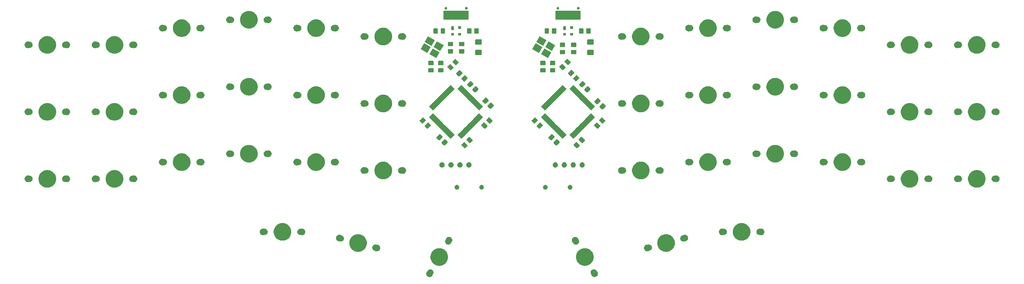
<source format=gbr>
G04 #@! TF.GenerationSoftware,KiCad,Pcbnew,(5.1.4)-1*
G04 #@! TF.CreationDate,2023-05-16T09:56:59-04:00*
G04 #@! TF.ProjectId,Corne Integrated Microchip,436f726e-6520-4496-9e74-656772617465,rev?*
G04 #@! TF.SameCoordinates,Original*
G04 #@! TF.FileFunction,Soldermask,Top*
G04 #@! TF.FilePolarity,Negative*
%FSLAX46Y46*%
G04 Gerber Fmt 4.6, Leading zero omitted, Abs format (unit mm)*
G04 Created by KiCad (PCBNEW (5.1.4)-1) date 2023-05-16 09:56:59*
%MOMM*%
%LPD*%
G04 APERTURE LIST*
%ADD10C,0.100000*%
G04 APERTURE END LIST*
D10*
G36*
X172516012Y-121772086D02*
G01*
X172665312Y-121801783D01*
X172829284Y-121869703D01*
X172976854Y-121968306D01*
X173102353Y-122093805D01*
X173200956Y-122241375D01*
X173215523Y-122276543D01*
X173227071Y-122298148D01*
X173242611Y-122317084D01*
X173351190Y-122425663D01*
X173351191Y-122425665D01*
X173455266Y-122581424D01*
X173526954Y-122754495D01*
X173563500Y-122938223D01*
X173563500Y-123125557D01*
X173526954Y-123309285D01*
X173455266Y-123482356D01*
X173455265Y-123482357D01*
X173351190Y-123638117D01*
X173218727Y-123770580D01*
X173140318Y-123822971D01*
X173062966Y-123874656D01*
X172889895Y-123946344D01*
X172706167Y-123982890D01*
X172518833Y-123982890D01*
X172335105Y-123946344D01*
X172162034Y-123874656D01*
X172084682Y-123822971D01*
X172006273Y-123770580D01*
X171873810Y-123638117D01*
X171769735Y-123482357D01*
X171769734Y-123482356D01*
X171698046Y-123309285D01*
X171682034Y-123228789D01*
X171674921Y-123205340D01*
X171663375Y-123183738D01*
X171604044Y-123094943D01*
X171536124Y-122930971D01*
X171501500Y-122756900D01*
X171501500Y-122579418D01*
X171536124Y-122405347D01*
X171604044Y-122241375D01*
X171702647Y-122093805D01*
X171828146Y-121968306D01*
X171975716Y-121869703D01*
X172139688Y-121801783D01*
X172288988Y-121772086D01*
X172313758Y-121767159D01*
X172491242Y-121767159D01*
X172516012Y-121772086D01*
X172516012Y-121772086D01*
G37*
G36*
X126161012Y-121772086D02*
G01*
X126310312Y-121801783D01*
X126474284Y-121869703D01*
X126621854Y-121968306D01*
X126747353Y-122093805D01*
X126845956Y-122241375D01*
X126913876Y-122405347D01*
X126948500Y-122579418D01*
X126948500Y-122756900D01*
X126913876Y-122930971D01*
X126845956Y-123094943D01*
X126786625Y-123183738D01*
X126775079Y-123205340D01*
X126767966Y-123228789D01*
X126751954Y-123309285D01*
X126680266Y-123482356D01*
X126680265Y-123482357D01*
X126576190Y-123638117D01*
X126443727Y-123770580D01*
X126365318Y-123822971D01*
X126287966Y-123874656D01*
X126114895Y-123946344D01*
X125931167Y-123982890D01*
X125743833Y-123982890D01*
X125560105Y-123946344D01*
X125387034Y-123874656D01*
X125309682Y-123822971D01*
X125231273Y-123770580D01*
X125098810Y-123638117D01*
X124994735Y-123482357D01*
X124994734Y-123482356D01*
X124923046Y-123309285D01*
X124886500Y-123125557D01*
X124886500Y-122938223D01*
X124923046Y-122754495D01*
X124994734Y-122581424D01*
X125098809Y-122425665D01*
X125098810Y-122425663D01*
X125207389Y-122317084D01*
X125222929Y-122298148D01*
X125234477Y-122276543D01*
X125249044Y-122241375D01*
X125347647Y-122093805D01*
X125473146Y-121968306D01*
X125620716Y-121869703D01*
X125784688Y-121801783D01*
X125933988Y-121772086D01*
X125958758Y-121767159D01*
X126136242Y-121767159D01*
X126161012Y-121772086D01*
X126161012Y-121772086D01*
G37*
G36*
X170350421Y-115815806D02*
G01*
X170592015Y-115863862D01*
X170913856Y-115997173D01*
X171021076Y-116041585D01*
X171047168Y-116052393D01*
X171150269Y-116121283D01*
X171456794Y-116326096D01*
X171805154Y-116674456D01*
X172078858Y-117084084D01*
X172267388Y-117539236D01*
X172363500Y-118022422D01*
X172363500Y-118515078D01*
X172267388Y-118998264D01*
X172078858Y-119453416D01*
X171805154Y-119863044D01*
X171456794Y-120211404D01*
X171150269Y-120416217D01*
X171047168Y-120485107D01*
X170592015Y-120673638D01*
X170350421Y-120721694D01*
X170108828Y-120769750D01*
X169616172Y-120769750D01*
X169374579Y-120721694D01*
X169132985Y-120673638D01*
X168677832Y-120485107D01*
X168574731Y-120416217D01*
X168268206Y-120211404D01*
X167919846Y-119863044D01*
X167646142Y-119453416D01*
X167457612Y-118998264D01*
X167361500Y-118515078D01*
X167361500Y-118022422D01*
X167457612Y-117539236D01*
X167646142Y-117084084D01*
X167919846Y-116674456D01*
X168268206Y-116326096D01*
X168574731Y-116121283D01*
X168677832Y-116052393D01*
X168703925Y-116041585D01*
X168811144Y-115997173D01*
X169132985Y-115863862D01*
X169374579Y-115815806D01*
X169616172Y-115767750D01*
X170108828Y-115767750D01*
X170350421Y-115815806D01*
X170350421Y-115815806D01*
G37*
G36*
X129075421Y-115815806D02*
G01*
X129317015Y-115863862D01*
X129638856Y-115997173D01*
X129746076Y-116041585D01*
X129772168Y-116052393D01*
X129875269Y-116121283D01*
X130181794Y-116326096D01*
X130530154Y-116674456D01*
X130803858Y-117084084D01*
X130992388Y-117539236D01*
X131088500Y-118022422D01*
X131088500Y-118515078D01*
X130992388Y-118998264D01*
X130803858Y-119453416D01*
X130530154Y-119863044D01*
X130181794Y-120211404D01*
X129875269Y-120416217D01*
X129772168Y-120485107D01*
X129317015Y-120673638D01*
X129075421Y-120721694D01*
X128833828Y-120769750D01*
X128341172Y-120769750D01*
X128099579Y-120721694D01*
X127857985Y-120673638D01*
X127402832Y-120485107D01*
X127299731Y-120416217D01*
X126993206Y-120211404D01*
X126644846Y-119863044D01*
X126371142Y-119453416D01*
X126182612Y-118998264D01*
X126086500Y-118515078D01*
X126086500Y-118022422D01*
X126182612Y-117539236D01*
X126371142Y-117084084D01*
X126644846Y-116674456D01*
X126993206Y-116326096D01*
X127299731Y-116121283D01*
X127402832Y-116052393D01*
X127428925Y-116041585D01*
X127536144Y-115997173D01*
X127857985Y-115863862D01*
X128099579Y-115815806D01*
X128341172Y-115767750D01*
X128833828Y-115767750D01*
X129075421Y-115815806D01*
X129075421Y-115815806D01*
G37*
G36*
X105945044Y-111824852D02*
G01*
X106298265Y-111895112D01*
X106530664Y-111991375D01*
X106742999Y-112079327D01*
X106753418Y-112083643D01*
X106774891Y-112097991D01*
X107163044Y-112357346D01*
X107511404Y-112705706D01*
X107686891Y-112968341D01*
X107785107Y-113115332D01*
X107973638Y-113570485D01*
X107996427Y-113685052D01*
X108069750Y-114053672D01*
X108069750Y-114546328D01*
X108045588Y-114667797D01*
X107973638Y-115029515D01*
X107785107Y-115484668D01*
X107716217Y-115587769D01*
X107511404Y-115894294D01*
X107163044Y-116242654D01*
X106907718Y-116413257D01*
X106753418Y-116516357D01*
X106753417Y-116516358D01*
X106753416Y-116516358D01*
X106632918Y-116566270D01*
X106298265Y-116704888D01*
X106056671Y-116752944D01*
X105815078Y-116801000D01*
X105322422Y-116801000D01*
X105080829Y-116752944D01*
X104839235Y-116704888D01*
X104504582Y-116566270D01*
X104384084Y-116516358D01*
X104384083Y-116516358D01*
X104384082Y-116516357D01*
X104229782Y-116413257D01*
X103974456Y-116242654D01*
X103626096Y-115894294D01*
X103421283Y-115587769D01*
X103352393Y-115484668D01*
X103163862Y-115029515D01*
X103091912Y-114667797D01*
X103067750Y-114546328D01*
X103067750Y-114053672D01*
X103141073Y-113685052D01*
X103163862Y-113570485D01*
X103352393Y-113115332D01*
X103450609Y-112968341D01*
X103626096Y-112705706D01*
X103974456Y-112357346D01*
X104362609Y-112097991D01*
X104384082Y-112083643D01*
X104394502Y-112079327D01*
X104606836Y-111991375D01*
X104839235Y-111895112D01*
X105192456Y-111824852D01*
X105322422Y-111799000D01*
X105815078Y-111799000D01*
X105945044Y-111824852D01*
X105945044Y-111824852D01*
G37*
G36*
X193257544Y-111824852D02*
G01*
X193610765Y-111895112D01*
X193843164Y-111991375D01*
X194055499Y-112079327D01*
X194065918Y-112083643D01*
X194087391Y-112097991D01*
X194475544Y-112357346D01*
X194823904Y-112705706D01*
X194999391Y-112968341D01*
X195097607Y-113115332D01*
X195286138Y-113570485D01*
X195308927Y-113685052D01*
X195382250Y-114053672D01*
X195382250Y-114546328D01*
X195358088Y-114667797D01*
X195286138Y-115029515D01*
X195097607Y-115484668D01*
X195028717Y-115587769D01*
X194823904Y-115894294D01*
X194475544Y-116242654D01*
X194220218Y-116413257D01*
X194065918Y-116516357D01*
X194065917Y-116516358D01*
X194065916Y-116516358D01*
X193945418Y-116566270D01*
X193610765Y-116704888D01*
X193369171Y-116752944D01*
X193127578Y-116801000D01*
X192634922Y-116801000D01*
X192393329Y-116752944D01*
X192151735Y-116704888D01*
X191817082Y-116566270D01*
X191696584Y-116516358D01*
X191696583Y-116516358D01*
X191696582Y-116516357D01*
X191542282Y-116413257D01*
X191286956Y-116242654D01*
X190938596Y-115894294D01*
X190733783Y-115587769D01*
X190664893Y-115484668D01*
X190476362Y-115029515D01*
X190404412Y-114667797D01*
X190380250Y-114546328D01*
X190380250Y-114053672D01*
X190453573Y-113685052D01*
X190476362Y-113570485D01*
X190664893Y-113115332D01*
X190763109Y-112968341D01*
X190938596Y-112705706D01*
X191286956Y-112357346D01*
X191675109Y-112097991D01*
X191696582Y-112083643D01*
X191707002Y-112079327D01*
X191919336Y-111991375D01*
X192151735Y-111895112D01*
X192504956Y-111824852D01*
X192634922Y-111799000D01*
X193127578Y-111799000D01*
X193257544Y-111824852D01*
X193257544Y-111824852D01*
G37*
G36*
X110589165Y-114718728D02*
G01*
X110738465Y-114748425D01*
X110773635Y-114762993D01*
X110797074Y-114770103D01*
X110821460Y-114772505D01*
X110975009Y-114772505D01*
X111158737Y-114809051D01*
X111331808Y-114880739D01*
X111331809Y-114880740D01*
X111487569Y-114984815D01*
X111620032Y-115117278D01*
X111620033Y-115117280D01*
X111724108Y-115273039D01*
X111795796Y-115446110D01*
X111832342Y-115629838D01*
X111832342Y-115817172D01*
X111795796Y-116000900D01*
X111724108Y-116173971D01*
X111724107Y-116173972D01*
X111620032Y-116329732D01*
X111487569Y-116462195D01*
X111459160Y-116481177D01*
X111331808Y-116566271D01*
X111158737Y-116637959D01*
X110975009Y-116674505D01*
X110787675Y-116674505D01*
X110603947Y-116637959D01*
X110430873Y-116566270D01*
X110362632Y-116520673D01*
X110341022Y-116509122D01*
X110317576Y-116502009D01*
X110212841Y-116481177D01*
X110048869Y-116413257D01*
X109901299Y-116314654D01*
X109775800Y-116189155D01*
X109677197Y-116041585D01*
X109609277Y-115877613D01*
X109574653Y-115703542D01*
X109574653Y-115526060D01*
X109609277Y-115351989D01*
X109677197Y-115188017D01*
X109775800Y-115040447D01*
X109901299Y-114914948D01*
X110048869Y-114816345D01*
X110212841Y-114748425D01*
X110362141Y-114718728D01*
X110386911Y-114713801D01*
X110564395Y-114713801D01*
X110589165Y-114718728D01*
X110589165Y-114718728D01*
G37*
G36*
X188087859Y-114718728D02*
G01*
X188237159Y-114748425D01*
X188401131Y-114816345D01*
X188548701Y-114914948D01*
X188674200Y-115040447D01*
X188772803Y-115188017D01*
X188840723Y-115351989D01*
X188875347Y-115526060D01*
X188875347Y-115703542D01*
X188840723Y-115877613D01*
X188772803Y-116041585D01*
X188674200Y-116189155D01*
X188548701Y-116314654D01*
X188401131Y-116413257D01*
X188237159Y-116481177D01*
X188132424Y-116502009D01*
X188108977Y-116509122D01*
X188087368Y-116520673D01*
X188019127Y-116566270D01*
X187846053Y-116637959D01*
X187662325Y-116674505D01*
X187474991Y-116674505D01*
X187291263Y-116637959D01*
X187118192Y-116566271D01*
X186990840Y-116481177D01*
X186962431Y-116462195D01*
X186829968Y-116329732D01*
X186725893Y-116173972D01*
X186725892Y-116173971D01*
X186654204Y-116000900D01*
X186617658Y-115817172D01*
X186617658Y-115629838D01*
X186654204Y-115446110D01*
X186725892Y-115273039D01*
X186829967Y-115117280D01*
X186829968Y-115117278D01*
X186962431Y-114984815D01*
X187118191Y-114880740D01*
X187118192Y-114880739D01*
X187291263Y-114809051D01*
X187474991Y-114772505D01*
X187628540Y-114772505D01*
X187652926Y-114770103D01*
X187676365Y-114762993D01*
X187711535Y-114748425D01*
X187860835Y-114718728D01*
X187885605Y-114713801D01*
X188063089Y-114713801D01*
X188087859Y-114718728D01*
X188087859Y-114718728D01*
G37*
G36*
X131614895Y-112591156D02*
G01*
X131787966Y-112662844D01*
X131787967Y-112662845D01*
X131943727Y-112766920D01*
X132076190Y-112899383D01*
X132076191Y-112899385D01*
X132180266Y-113055144D01*
X132251954Y-113228215D01*
X132288500Y-113411943D01*
X132288500Y-113599277D01*
X132251954Y-113783005D01*
X132180266Y-113956076D01*
X132178925Y-113958083D01*
X132076190Y-114111837D01*
X131967611Y-114220416D01*
X131952071Y-114239352D01*
X131940523Y-114260957D01*
X131925956Y-114296125D01*
X131827353Y-114443695D01*
X131701854Y-114569194D01*
X131554284Y-114667797D01*
X131390312Y-114735717D01*
X131241012Y-114765414D01*
X131216242Y-114770341D01*
X131038758Y-114770341D01*
X131013988Y-114765414D01*
X130864688Y-114735717D01*
X130700716Y-114667797D01*
X130553146Y-114569194D01*
X130427647Y-114443695D01*
X130329044Y-114296125D01*
X130261124Y-114132153D01*
X130226500Y-113958082D01*
X130226500Y-113780600D01*
X130261124Y-113606529D01*
X130329044Y-113442557D01*
X130388375Y-113353762D01*
X130399921Y-113332160D01*
X130407034Y-113308711D01*
X130423046Y-113228215D01*
X130494734Y-113055144D01*
X130598809Y-112899385D01*
X130598810Y-112899383D01*
X130731273Y-112766920D01*
X130887033Y-112662845D01*
X130887034Y-112662844D01*
X131060105Y-112591156D01*
X131243833Y-112554610D01*
X131431167Y-112554610D01*
X131614895Y-112591156D01*
X131614895Y-112591156D01*
G37*
G36*
X167389895Y-112591156D02*
G01*
X167562966Y-112662844D01*
X167562967Y-112662845D01*
X167718727Y-112766920D01*
X167851190Y-112899383D01*
X167851191Y-112899385D01*
X167955266Y-113055144D01*
X168026954Y-113228215D01*
X168042966Y-113308711D01*
X168050079Y-113332160D01*
X168061625Y-113353762D01*
X168120956Y-113442557D01*
X168188876Y-113606529D01*
X168223500Y-113780600D01*
X168223500Y-113958082D01*
X168188876Y-114132153D01*
X168120956Y-114296125D01*
X168022353Y-114443695D01*
X167896854Y-114569194D01*
X167749284Y-114667797D01*
X167585312Y-114735717D01*
X167436012Y-114765414D01*
X167411242Y-114770341D01*
X167233758Y-114770341D01*
X167208988Y-114765414D01*
X167059688Y-114735717D01*
X166895716Y-114667797D01*
X166748146Y-114569194D01*
X166622647Y-114443695D01*
X166524044Y-114296125D01*
X166509477Y-114260957D01*
X166497929Y-114239352D01*
X166482389Y-114220416D01*
X166373810Y-114111837D01*
X166271075Y-113958083D01*
X166269734Y-113956076D01*
X166198046Y-113783005D01*
X166161500Y-113599277D01*
X166161500Y-113411943D01*
X166198046Y-113228215D01*
X166269734Y-113055144D01*
X166373809Y-112899385D01*
X166373810Y-112899383D01*
X166506273Y-112766920D01*
X166662033Y-112662845D01*
X166662034Y-112662844D01*
X166835105Y-112591156D01*
X167018833Y-112554610D01*
X167206167Y-112554610D01*
X167389895Y-112591156D01*
X167389895Y-112591156D01*
G37*
G36*
X198471237Y-111962041D02*
G01*
X198644308Y-112033729D01*
X198652876Y-112039454D01*
X198800069Y-112137805D01*
X198932532Y-112270268D01*
X198942607Y-112285347D01*
X199036608Y-112426029D01*
X199108296Y-112599100D01*
X199144842Y-112782828D01*
X199144842Y-112970162D01*
X199108296Y-113153890D01*
X199036608Y-113326961D01*
X199036607Y-113326962D01*
X198932532Y-113482722D01*
X198800069Y-113615185D01*
X198783883Y-113626000D01*
X198644308Y-113719261D01*
X198471237Y-113790949D01*
X198287509Y-113827495D01*
X198133960Y-113827495D01*
X198109574Y-113829897D01*
X198086135Y-113837007D01*
X198050965Y-113851575D01*
X197901665Y-113881272D01*
X197876895Y-113886199D01*
X197699411Y-113886199D01*
X197674641Y-113881272D01*
X197525341Y-113851575D01*
X197361369Y-113783655D01*
X197213799Y-113685052D01*
X197088300Y-113559553D01*
X196989697Y-113411983D01*
X196921777Y-113248011D01*
X196887153Y-113073940D01*
X196887153Y-112896458D01*
X196921777Y-112722387D01*
X196989697Y-112558415D01*
X197088300Y-112410845D01*
X197213799Y-112285346D01*
X197361369Y-112186743D01*
X197525341Y-112118823D01*
X197630076Y-112097991D01*
X197653523Y-112090878D01*
X197675132Y-112079327D01*
X197743373Y-112033730D01*
X197916447Y-111962041D01*
X198100175Y-111925495D01*
X198287509Y-111925495D01*
X198471237Y-111962041D01*
X198471237Y-111962041D01*
G37*
G36*
X100533553Y-111962041D02*
G01*
X100706627Y-112033730D01*
X100774868Y-112079327D01*
X100796478Y-112090878D01*
X100819924Y-112097991D01*
X100924659Y-112118823D01*
X101088631Y-112186743D01*
X101236201Y-112285346D01*
X101361700Y-112410845D01*
X101460303Y-112558415D01*
X101528223Y-112722387D01*
X101562847Y-112896458D01*
X101562847Y-113073940D01*
X101528223Y-113248011D01*
X101460303Y-113411983D01*
X101361700Y-113559553D01*
X101236201Y-113685052D01*
X101088631Y-113783655D01*
X100924659Y-113851575D01*
X100775359Y-113881272D01*
X100750589Y-113886199D01*
X100573105Y-113886199D01*
X100548335Y-113881272D01*
X100399035Y-113851575D01*
X100363865Y-113837007D01*
X100340426Y-113829897D01*
X100316040Y-113827495D01*
X100162491Y-113827495D01*
X99978763Y-113790949D01*
X99805692Y-113719261D01*
X99666117Y-113626000D01*
X99649931Y-113615185D01*
X99517468Y-113482722D01*
X99413393Y-113326962D01*
X99413392Y-113326961D01*
X99341704Y-113153890D01*
X99305158Y-112970162D01*
X99305158Y-112782828D01*
X99341704Y-112599100D01*
X99413392Y-112426029D01*
X99507393Y-112285347D01*
X99517468Y-112270268D01*
X99649931Y-112137805D01*
X99797124Y-112039454D01*
X99805692Y-112033729D01*
X99978763Y-111962041D01*
X100162491Y-111925495D01*
X100349825Y-111925495D01*
X100533553Y-111962041D01*
X100533553Y-111962041D01*
G37*
G36*
X84625421Y-108672056D02*
G01*
X84867015Y-108720112D01*
X85322168Y-108908643D01*
X85425269Y-108977533D01*
X85731794Y-109182346D01*
X86080154Y-109530706D01*
X86284967Y-109837231D01*
X86353857Y-109940332D01*
X86542388Y-110395485D01*
X86638500Y-110878673D01*
X86638500Y-111371327D01*
X86542388Y-111854515D01*
X86353857Y-112309668D01*
X86321999Y-112357347D01*
X86080154Y-112719294D01*
X85731794Y-113067654D01*
X85461870Y-113248011D01*
X85322168Y-113341357D01*
X84867015Y-113529888D01*
X84662920Y-113570485D01*
X84383828Y-113626000D01*
X83891172Y-113626000D01*
X83612080Y-113570485D01*
X83407985Y-113529888D01*
X82952832Y-113341357D01*
X82813130Y-113248011D01*
X82543206Y-113067654D01*
X82194846Y-112719294D01*
X81953001Y-112357347D01*
X81921143Y-112309668D01*
X81732612Y-111854515D01*
X81636500Y-111371327D01*
X81636500Y-110878673D01*
X81732612Y-110395485D01*
X81921143Y-109940332D01*
X81990033Y-109837231D01*
X82194846Y-109530706D01*
X82543206Y-109182346D01*
X82849731Y-108977533D01*
X82952832Y-108908643D01*
X83407985Y-108720112D01*
X83649579Y-108672056D01*
X83891172Y-108624000D01*
X84383828Y-108624000D01*
X84625421Y-108672056D01*
X84625421Y-108672056D01*
G37*
G36*
X214800421Y-108672056D02*
G01*
X215042015Y-108720112D01*
X215497168Y-108908643D01*
X215600269Y-108977533D01*
X215906794Y-109182346D01*
X216255154Y-109530706D01*
X216459967Y-109837231D01*
X216528857Y-109940332D01*
X216717388Y-110395485D01*
X216813500Y-110878673D01*
X216813500Y-111371327D01*
X216717388Y-111854515D01*
X216528857Y-112309668D01*
X216496999Y-112357347D01*
X216255154Y-112719294D01*
X215906794Y-113067654D01*
X215636870Y-113248011D01*
X215497168Y-113341357D01*
X215042015Y-113529888D01*
X214837920Y-113570485D01*
X214558828Y-113626000D01*
X214066172Y-113626000D01*
X213787080Y-113570485D01*
X213582985Y-113529888D01*
X213127832Y-113341357D01*
X212988130Y-113248011D01*
X212718206Y-113067654D01*
X212369846Y-112719294D01*
X212128001Y-112357347D01*
X212096143Y-112309668D01*
X211907612Y-111854515D01*
X211811500Y-111371327D01*
X211811500Y-110878673D01*
X211907612Y-110395485D01*
X212096143Y-109940332D01*
X212165033Y-109837231D01*
X212369846Y-109530706D01*
X212718206Y-109182346D01*
X213024731Y-108977533D01*
X213127832Y-108908643D01*
X213582985Y-108720112D01*
X213824579Y-108672056D01*
X214066172Y-108624000D01*
X214558828Y-108624000D01*
X214800421Y-108672056D01*
X214800421Y-108672056D01*
G37*
G36*
X209089895Y-110210546D02*
G01*
X209099405Y-110214485D01*
X209122854Y-110221598D01*
X209147240Y-110224000D01*
X209321242Y-110224000D01*
X209346012Y-110228927D01*
X209495312Y-110258624D01*
X209659284Y-110326544D01*
X209806854Y-110425147D01*
X209932353Y-110550646D01*
X210030956Y-110698216D01*
X210098876Y-110862188D01*
X210133500Y-111036259D01*
X210133500Y-111213741D01*
X210098876Y-111387812D01*
X210030956Y-111551784D01*
X209932353Y-111699354D01*
X209806854Y-111824853D01*
X209659284Y-111923456D01*
X209495312Y-111991376D01*
X209346012Y-112021073D01*
X209321242Y-112026000D01*
X209147240Y-112026000D01*
X209122854Y-112028402D01*
X209099405Y-112035515D01*
X209089895Y-112039454D01*
X208906167Y-112076000D01*
X208718833Y-112076000D01*
X208535105Y-112039454D01*
X208362034Y-111967766D01*
X208253300Y-111895112D01*
X208206273Y-111863690D01*
X208073810Y-111731227D01*
X207969735Y-111575467D01*
X207969734Y-111575466D01*
X207898046Y-111402395D01*
X207861500Y-111218667D01*
X207861500Y-111031333D01*
X207898046Y-110847605D01*
X207969734Y-110674534D01*
X208073809Y-110518775D01*
X208073810Y-110518773D01*
X208206273Y-110386310D01*
X208362033Y-110282235D01*
X208362034Y-110282234D01*
X208535105Y-110210546D01*
X208718833Y-110174000D01*
X208906167Y-110174000D01*
X209089895Y-110210546D01*
X209089895Y-110210546D01*
G37*
G36*
X78914895Y-110210546D02*
G01*
X78924405Y-110214485D01*
X78947854Y-110221598D01*
X78972240Y-110224000D01*
X79146242Y-110224000D01*
X79171012Y-110228927D01*
X79320312Y-110258624D01*
X79484284Y-110326544D01*
X79631854Y-110425147D01*
X79757353Y-110550646D01*
X79855956Y-110698216D01*
X79923876Y-110862188D01*
X79958500Y-111036259D01*
X79958500Y-111213741D01*
X79923876Y-111387812D01*
X79855956Y-111551784D01*
X79757353Y-111699354D01*
X79631854Y-111824853D01*
X79484284Y-111923456D01*
X79320312Y-111991376D01*
X79171012Y-112021073D01*
X79146242Y-112026000D01*
X78972240Y-112026000D01*
X78947854Y-112028402D01*
X78924405Y-112035515D01*
X78914895Y-112039454D01*
X78731167Y-112076000D01*
X78543833Y-112076000D01*
X78360105Y-112039454D01*
X78187034Y-111967766D01*
X78078300Y-111895112D01*
X78031273Y-111863690D01*
X77898810Y-111731227D01*
X77794735Y-111575467D01*
X77794734Y-111575466D01*
X77723046Y-111402395D01*
X77686500Y-111218667D01*
X77686500Y-111031333D01*
X77723046Y-110847605D01*
X77794734Y-110674534D01*
X77898809Y-110518775D01*
X77898810Y-110518773D01*
X78031273Y-110386310D01*
X78187033Y-110282235D01*
X78187034Y-110282234D01*
X78360105Y-110210546D01*
X78543833Y-110174000D01*
X78731167Y-110174000D01*
X78914895Y-110210546D01*
X78914895Y-110210546D01*
G37*
G36*
X89914895Y-110210546D02*
G01*
X90087966Y-110282234D01*
X90087967Y-110282235D01*
X90243727Y-110386310D01*
X90376190Y-110518773D01*
X90376191Y-110518775D01*
X90480266Y-110674534D01*
X90551954Y-110847605D01*
X90588500Y-111031333D01*
X90588500Y-111218667D01*
X90551954Y-111402395D01*
X90480266Y-111575466D01*
X90480265Y-111575467D01*
X90376190Y-111731227D01*
X90243727Y-111863690D01*
X90196700Y-111895112D01*
X90087966Y-111967766D01*
X89914895Y-112039454D01*
X89731167Y-112076000D01*
X89543833Y-112076000D01*
X89360105Y-112039454D01*
X89350595Y-112035515D01*
X89327146Y-112028402D01*
X89302760Y-112026000D01*
X89128758Y-112026000D01*
X89103988Y-112021073D01*
X88954688Y-111991376D01*
X88790716Y-111923456D01*
X88643146Y-111824853D01*
X88517647Y-111699354D01*
X88419044Y-111551784D01*
X88351124Y-111387812D01*
X88316500Y-111213741D01*
X88316500Y-111036259D01*
X88351124Y-110862188D01*
X88419044Y-110698216D01*
X88517647Y-110550646D01*
X88643146Y-110425147D01*
X88790716Y-110326544D01*
X88954688Y-110258624D01*
X89103988Y-110228927D01*
X89128758Y-110224000D01*
X89302760Y-110224000D01*
X89327146Y-110221598D01*
X89350595Y-110214485D01*
X89360105Y-110210546D01*
X89543833Y-110174000D01*
X89731167Y-110174000D01*
X89914895Y-110210546D01*
X89914895Y-110210546D01*
G37*
G36*
X220089895Y-110210546D02*
G01*
X220262966Y-110282234D01*
X220262967Y-110282235D01*
X220418727Y-110386310D01*
X220551190Y-110518773D01*
X220551191Y-110518775D01*
X220655266Y-110674534D01*
X220726954Y-110847605D01*
X220763500Y-111031333D01*
X220763500Y-111218667D01*
X220726954Y-111402395D01*
X220655266Y-111575466D01*
X220655265Y-111575467D01*
X220551190Y-111731227D01*
X220418727Y-111863690D01*
X220371700Y-111895112D01*
X220262966Y-111967766D01*
X220089895Y-112039454D01*
X219906167Y-112076000D01*
X219718833Y-112076000D01*
X219535105Y-112039454D01*
X219525595Y-112035515D01*
X219502146Y-112028402D01*
X219477760Y-112026000D01*
X219303758Y-112026000D01*
X219278988Y-112021073D01*
X219129688Y-111991376D01*
X218965716Y-111923456D01*
X218818146Y-111824853D01*
X218692647Y-111699354D01*
X218594044Y-111551784D01*
X218526124Y-111387812D01*
X218491500Y-111213741D01*
X218491500Y-111036259D01*
X218526124Y-110862188D01*
X218594044Y-110698216D01*
X218692647Y-110550646D01*
X218818146Y-110425147D01*
X218965716Y-110326544D01*
X219129688Y-110258624D01*
X219278988Y-110228927D01*
X219303758Y-110224000D01*
X219477760Y-110224000D01*
X219502146Y-110221598D01*
X219525595Y-110214485D01*
X219535105Y-110210546D01*
X219718833Y-110174000D01*
X219906167Y-110174000D01*
X220089895Y-110210546D01*
X220089895Y-110210546D01*
G37*
G36*
X140771140Y-97799017D02*
G01*
X140889614Y-97848091D01*
X140996238Y-97919335D01*
X141086915Y-98010012D01*
X141158159Y-98116636D01*
X141207233Y-98235110D01*
X141232250Y-98360882D01*
X141232250Y-98489118D01*
X141207233Y-98614890D01*
X141158159Y-98733364D01*
X141086915Y-98839988D01*
X140996238Y-98930665D01*
X140889614Y-99001909D01*
X140889613Y-99001910D01*
X140889612Y-99001910D01*
X140771140Y-99050983D01*
X140645369Y-99076000D01*
X140517131Y-99076000D01*
X140391360Y-99050983D01*
X140272888Y-99001910D01*
X140272887Y-99001910D01*
X140272886Y-99001909D01*
X140166262Y-98930665D01*
X140075585Y-98839988D01*
X140004341Y-98733364D01*
X139955267Y-98614890D01*
X139930250Y-98489118D01*
X139930250Y-98360882D01*
X139955267Y-98235110D01*
X140004341Y-98116636D01*
X140075585Y-98010012D01*
X140166262Y-97919335D01*
X140272886Y-97848091D01*
X140391360Y-97799017D01*
X140517131Y-97774000D01*
X140645369Y-97774000D01*
X140771140Y-97799017D01*
X140771140Y-97799017D01*
G37*
G36*
X165852390Y-97799017D02*
G01*
X165970864Y-97848091D01*
X166077488Y-97919335D01*
X166168165Y-98010012D01*
X166239409Y-98116636D01*
X166288483Y-98235110D01*
X166313500Y-98360882D01*
X166313500Y-98489118D01*
X166288483Y-98614890D01*
X166239409Y-98733364D01*
X166168165Y-98839988D01*
X166077488Y-98930665D01*
X165970864Y-99001909D01*
X165970863Y-99001910D01*
X165970862Y-99001910D01*
X165852390Y-99050983D01*
X165726619Y-99076000D01*
X165598381Y-99076000D01*
X165472610Y-99050983D01*
X165354138Y-99001910D01*
X165354137Y-99001910D01*
X165354136Y-99001909D01*
X165247512Y-98930665D01*
X165156835Y-98839988D01*
X165085591Y-98733364D01*
X165036517Y-98614890D01*
X165011500Y-98489118D01*
X165011500Y-98360882D01*
X165036517Y-98235110D01*
X165085591Y-98116636D01*
X165156835Y-98010012D01*
X165247512Y-97919335D01*
X165354136Y-97848091D01*
X165472610Y-97799017D01*
X165598381Y-97774000D01*
X165726619Y-97774000D01*
X165852390Y-97799017D01*
X165852390Y-97799017D01*
G37*
G36*
X158852390Y-97799017D02*
G01*
X158970864Y-97848091D01*
X159077488Y-97919335D01*
X159168165Y-98010012D01*
X159239409Y-98116636D01*
X159288483Y-98235110D01*
X159313500Y-98360882D01*
X159313500Y-98489118D01*
X159288483Y-98614890D01*
X159239409Y-98733364D01*
X159168165Y-98839988D01*
X159077488Y-98930665D01*
X158970864Y-99001909D01*
X158970863Y-99001910D01*
X158970862Y-99001910D01*
X158852390Y-99050983D01*
X158726619Y-99076000D01*
X158598381Y-99076000D01*
X158472610Y-99050983D01*
X158354138Y-99001910D01*
X158354137Y-99001910D01*
X158354136Y-99001909D01*
X158247512Y-98930665D01*
X158156835Y-98839988D01*
X158085591Y-98733364D01*
X158036517Y-98614890D01*
X158011500Y-98489118D01*
X158011500Y-98360882D01*
X158036517Y-98235110D01*
X158085591Y-98116636D01*
X158156835Y-98010012D01*
X158247512Y-97919335D01*
X158354136Y-97848091D01*
X158472610Y-97799017D01*
X158598381Y-97774000D01*
X158726619Y-97774000D01*
X158852390Y-97799017D01*
X158852390Y-97799017D01*
G37*
G36*
X133771140Y-97799017D02*
G01*
X133889614Y-97848091D01*
X133996238Y-97919335D01*
X134086915Y-98010012D01*
X134158159Y-98116636D01*
X134207233Y-98235110D01*
X134232250Y-98360882D01*
X134232250Y-98489118D01*
X134207233Y-98614890D01*
X134158159Y-98733364D01*
X134086915Y-98839988D01*
X133996238Y-98930665D01*
X133889614Y-99001909D01*
X133889613Y-99001910D01*
X133889612Y-99001910D01*
X133771140Y-99050983D01*
X133645369Y-99076000D01*
X133517131Y-99076000D01*
X133391360Y-99050983D01*
X133272888Y-99001910D01*
X133272887Y-99001910D01*
X133272886Y-99001909D01*
X133166262Y-98930665D01*
X133075585Y-98839988D01*
X133004341Y-98733364D01*
X132955267Y-98614890D01*
X132930250Y-98489118D01*
X132930250Y-98360882D01*
X132955267Y-98235110D01*
X133004341Y-98116636D01*
X133075585Y-98010012D01*
X133166262Y-97919335D01*
X133272886Y-97848091D01*
X133391360Y-97799017D01*
X133517131Y-97774000D01*
X133645369Y-97774000D01*
X133771140Y-97799017D01*
X133771140Y-97799017D01*
G37*
G36*
X17864715Y-93573758D02*
G01*
X18192015Y-93638862D01*
X18647168Y-93827393D01*
X18750269Y-93896283D01*
X19056794Y-94101096D01*
X19405154Y-94449456D01*
X19490345Y-94576954D01*
X19678857Y-94859082D01*
X19867388Y-95314235D01*
X19963500Y-95797423D01*
X19963500Y-96290077D01*
X19867388Y-96773265D01*
X19775646Y-96994750D01*
X19678858Y-97228416D01*
X19405154Y-97638044D01*
X19056794Y-97986404D01*
X18750269Y-98191217D01*
X18647168Y-98260107D01*
X18192015Y-98448638D01*
X17988508Y-98489118D01*
X17708828Y-98544750D01*
X17216172Y-98544750D01*
X16936492Y-98489118D01*
X16732985Y-98448638D01*
X16277832Y-98260107D01*
X16174731Y-98191217D01*
X15868206Y-97986404D01*
X15519846Y-97638044D01*
X15246142Y-97228416D01*
X15149354Y-96994750D01*
X15057612Y-96773265D01*
X14961500Y-96290077D01*
X14961500Y-95797423D01*
X15057612Y-95314235D01*
X15246143Y-94859082D01*
X15434655Y-94576954D01*
X15519846Y-94449456D01*
X15868206Y-94101096D01*
X16174731Y-93896283D01*
X16277832Y-93827393D01*
X16732985Y-93638862D01*
X17060285Y-93573758D01*
X17216172Y-93542750D01*
X17708828Y-93542750D01*
X17864715Y-93573758D01*
X17864715Y-93573758D01*
G37*
G36*
X36914715Y-93573758D02*
G01*
X37242015Y-93638862D01*
X37697168Y-93827393D01*
X37800269Y-93896283D01*
X38106794Y-94101096D01*
X38455154Y-94449456D01*
X38540345Y-94576954D01*
X38728857Y-94859082D01*
X38917388Y-95314235D01*
X39013500Y-95797423D01*
X39013500Y-96290077D01*
X38917388Y-96773265D01*
X38825646Y-96994750D01*
X38728858Y-97228416D01*
X38455154Y-97638044D01*
X38106794Y-97986404D01*
X37800269Y-98191217D01*
X37697168Y-98260107D01*
X37242015Y-98448638D01*
X37038508Y-98489118D01*
X36758828Y-98544750D01*
X36266172Y-98544750D01*
X35986492Y-98489118D01*
X35782985Y-98448638D01*
X35327832Y-98260107D01*
X35224731Y-98191217D01*
X34918206Y-97986404D01*
X34569846Y-97638044D01*
X34296142Y-97228416D01*
X34199354Y-96994750D01*
X34107612Y-96773265D01*
X34011500Y-96290077D01*
X34011500Y-95797423D01*
X34107612Y-95314235D01*
X34296143Y-94859082D01*
X34484655Y-94576954D01*
X34569846Y-94449456D01*
X34918206Y-94101096D01*
X35224731Y-93896283D01*
X35327832Y-93827393D01*
X35782985Y-93638862D01*
X36110285Y-93573758D01*
X36266172Y-93542750D01*
X36758828Y-93542750D01*
X36914715Y-93573758D01*
X36914715Y-93573758D01*
G37*
G36*
X281389715Y-93573758D02*
G01*
X281717015Y-93638862D01*
X282172168Y-93827393D01*
X282275269Y-93896283D01*
X282581794Y-94101096D01*
X282930154Y-94449456D01*
X283015345Y-94576954D01*
X283203857Y-94859082D01*
X283392388Y-95314235D01*
X283488500Y-95797423D01*
X283488500Y-96290077D01*
X283392388Y-96773265D01*
X283300646Y-96994750D01*
X283203858Y-97228416D01*
X282930154Y-97638044D01*
X282581794Y-97986404D01*
X282275269Y-98191217D01*
X282172168Y-98260107D01*
X281717015Y-98448638D01*
X281513508Y-98489118D01*
X281233828Y-98544750D01*
X280741172Y-98544750D01*
X280461492Y-98489118D01*
X280257985Y-98448638D01*
X279802832Y-98260107D01*
X279699731Y-98191217D01*
X279393206Y-97986404D01*
X279044846Y-97638044D01*
X278771142Y-97228416D01*
X278674354Y-96994750D01*
X278582612Y-96773265D01*
X278486500Y-96290077D01*
X278486500Y-95797423D01*
X278582612Y-95314235D01*
X278771143Y-94859082D01*
X278959655Y-94576954D01*
X279044846Y-94449456D01*
X279393206Y-94101096D01*
X279699731Y-93896283D01*
X279802832Y-93827393D01*
X280257985Y-93638862D01*
X280585285Y-93573758D01*
X280741172Y-93542750D01*
X281233828Y-93542750D01*
X281389715Y-93573758D01*
X281389715Y-93573758D01*
G37*
G36*
X262339715Y-93573758D02*
G01*
X262667015Y-93638862D01*
X263122168Y-93827393D01*
X263225269Y-93896283D01*
X263531794Y-94101096D01*
X263880154Y-94449456D01*
X263965345Y-94576954D01*
X264153857Y-94859082D01*
X264342388Y-95314235D01*
X264438500Y-95797423D01*
X264438500Y-96290077D01*
X264342388Y-96773265D01*
X264250646Y-96994750D01*
X264153858Y-97228416D01*
X263880154Y-97638044D01*
X263531794Y-97986404D01*
X263225269Y-98191217D01*
X263122168Y-98260107D01*
X262667015Y-98448638D01*
X262463508Y-98489118D01*
X262183828Y-98544750D01*
X261691172Y-98544750D01*
X261411492Y-98489118D01*
X261207985Y-98448638D01*
X260752832Y-98260107D01*
X260649731Y-98191217D01*
X260343206Y-97986404D01*
X259994846Y-97638044D01*
X259721142Y-97228416D01*
X259624354Y-96994750D01*
X259532612Y-96773265D01*
X259436500Y-96290077D01*
X259436500Y-95797423D01*
X259532612Y-95314235D01*
X259721143Y-94859082D01*
X259909655Y-94576954D01*
X259994846Y-94449456D01*
X260343206Y-94101096D01*
X260649731Y-93896283D01*
X260752832Y-93827393D01*
X261207985Y-93638862D01*
X261535285Y-93573758D01*
X261691172Y-93542750D01*
X262183828Y-93542750D01*
X262339715Y-93573758D01*
X262339715Y-93573758D01*
G37*
G36*
X286764895Y-95129296D02*
G01*
X286937966Y-95200984D01*
X286937967Y-95200985D01*
X287093727Y-95305060D01*
X287226190Y-95437523D01*
X287226191Y-95437525D01*
X287330266Y-95593284D01*
X287401954Y-95766355D01*
X287438500Y-95950083D01*
X287438500Y-96137417D01*
X287401954Y-96321145D01*
X287330266Y-96494216D01*
X287330265Y-96494217D01*
X287226190Y-96649977D01*
X287093727Y-96782440D01*
X287015318Y-96834831D01*
X286937966Y-96886516D01*
X286764895Y-96958204D01*
X286581167Y-96994750D01*
X286393833Y-96994750D01*
X286210105Y-96958204D01*
X286200595Y-96954265D01*
X286177146Y-96947152D01*
X286152760Y-96944750D01*
X285978758Y-96944750D01*
X285953988Y-96939823D01*
X285804688Y-96910126D01*
X285640716Y-96842206D01*
X285493146Y-96743603D01*
X285367647Y-96618104D01*
X285269044Y-96470534D01*
X285201124Y-96306562D01*
X285166500Y-96132491D01*
X285166500Y-95955009D01*
X285201124Y-95780938D01*
X285269044Y-95616966D01*
X285367647Y-95469396D01*
X285493146Y-95343897D01*
X285640716Y-95245294D01*
X285804688Y-95177374D01*
X285953988Y-95147677D01*
X285978758Y-95142750D01*
X286152760Y-95142750D01*
X286177146Y-95140348D01*
X286200595Y-95133235D01*
X286210105Y-95129296D01*
X286393833Y-95092750D01*
X286581167Y-95092750D01*
X286764895Y-95129296D01*
X286764895Y-95129296D01*
G37*
G36*
X275764895Y-95129296D02*
G01*
X275774405Y-95133235D01*
X275797854Y-95140348D01*
X275822240Y-95142750D01*
X275996242Y-95142750D01*
X276021012Y-95147677D01*
X276170312Y-95177374D01*
X276334284Y-95245294D01*
X276481854Y-95343897D01*
X276607353Y-95469396D01*
X276705956Y-95616966D01*
X276773876Y-95780938D01*
X276808500Y-95955009D01*
X276808500Y-96132491D01*
X276773876Y-96306562D01*
X276705956Y-96470534D01*
X276607353Y-96618104D01*
X276481854Y-96743603D01*
X276334284Y-96842206D01*
X276170312Y-96910126D01*
X276021012Y-96939823D01*
X275996242Y-96944750D01*
X275822240Y-96944750D01*
X275797854Y-96947152D01*
X275774405Y-96954265D01*
X275764895Y-96958204D01*
X275581167Y-96994750D01*
X275393833Y-96994750D01*
X275210105Y-96958204D01*
X275037034Y-96886516D01*
X274959682Y-96834831D01*
X274881273Y-96782440D01*
X274748810Y-96649977D01*
X274644735Y-96494217D01*
X274644734Y-96494216D01*
X274573046Y-96321145D01*
X274536500Y-96137417D01*
X274536500Y-95950083D01*
X274573046Y-95766355D01*
X274644734Y-95593284D01*
X274748809Y-95437525D01*
X274748810Y-95437523D01*
X274881273Y-95305060D01*
X275037033Y-95200985D01*
X275037034Y-95200984D01*
X275210105Y-95129296D01*
X275393833Y-95092750D01*
X275581167Y-95092750D01*
X275764895Y-95129296D01*
X275764895Y-95129296D01*
G37*
G36*
X267714895Y-95129296D02*
G01*
X267887966Y-95200984D01*
X267887967Y-95200985D01*
X268043727Y-95305060D01*
X268176190Y-95437523D01*
X268176191Y-95437525D01*
X268280266Y-95593284D01*
X268351954Y-95766355D01*
X268388500Y-95950083D01*
X268388500Y-96137417D01*
X268351954Y-96321145D01*
X268280266Y-96494216D01*
X268280265Y-96494217D01*
X268176190Y-96649977D01*
X268043727Y-96782440D01*
X267965318Y-96834831D01*
X267887966Y-96886516D01*
X267714895Y-96958204D01*
X267531167Y-96994750D01*
X267343833Y-96994750D01*
X267160105Y-96958204D01*
X267150595Y-96954265D01*
X267127146Y-96947152D01*
X267102760Y-96944750D01*
X266928758Y-96944750D01*
X266903988Y-96939823D01*
X266754688Y-96910126D01*
X266590716Y-96842206D01*
X266443146Y-96743603D01*
X266317647Y-96618104D01*
X266219044Y-96470534D01*
X266151124Y-96306562D01*
X266116500Y-96132491D01*
X266116500Y-95955009D01*
X266151124Y-95780938D01*
X266219044Y-95616966D01*
X266317647Y-95469396D01*
X266443146Y-95343897D01*
X266590716Y-95245294D01*
X266754688Y-95177374D01*
X266903988Y-95147677D01*
X266928758Y-95142750D01*
X267102760Y-95142750D01*
X267127146Y-95140348D01*
X267150595Y-95133235D01*
X267160105Y-95129296D01*
X267343833Y-95092750D01*
X267531167Y-95092750D01*
X267714895Y-95129296D01*
X267714895Y-95129296D01*
G37*
G36*
X256714895Y-95129296D02*
G01*
X256724405Y-95133235D01*
X256747854Y-95140348D01*
X256772240Y-95142750D01*
X256946242Y-95142750D01*
X256971012Y-95147677D01*
X257120312Y-95177374D01*
X257284284Y-95245294D01*
X257431854Y-95343897D01*
X257557353Y-95469396D01*
X257655956Y-95616966D01*
X257723876Y-95780938D01*
X257758500Y-95955009D01*
X257758500Y-96132491D01*
X257723876Y-96306562D01*
X257655956Y-96470534D01*
X257557353Y-96618104D01*
X257431854Y-96743603D01*
X257284284Y-96842206D01*
X257120312Y-96910126D01*
X256971012Y-96939823D01*
X256946242Y-96944750D01*
X256772240Y-96944750D01*
X256747854Y-96947152D01*
X256724405Y-96954265D01*
X256714895Y-96958204D01*
X256531167Y-96994750D01*
X256343833Y-96994750D01*
X256160105Y-96958204D01*
X255987034Y-96886516D01*
X255909682Y-96834831D01*
X255831273Y-96782440D01*
X255698810Y-96649977D01*
X255594735Y-96494217D01*
X255594734Y-96494216D01*
X255523046Y-96321145D01*
X255486500Y-96137417D01*
X255486500Y-95950083D01*
X255523046Y-95766355D01*
X255594734Y-95593284D01*
X255698809Y-95437525D01*
X255698810Y-95437523D01*
X255831273Y-95305060D01*
X255987033Y-95200985D01*
X255987034Y-95200984D01*
X256160105Y-95129296D01*
X256343833Y-95092750D01*
X256531167Y-95092750D01*
X256714895Y-95129296D01*
X256714895Y-95129296D01*
G37*
G36*
X31289895Y-95129296D02*
G01*
X31299405Y-95133235D01*
X31322854Y-95140348D01*
X31347240Y-95142750D01*
X31521242Y-95142750D01*
X31546012Y-95147677D01*
X31695312Y-95177374D01*
X31859284Y-95245294D01*
X32006854Y-95343897D01*
X32132353Y-95469396D01*
X32230956Y-95616966D01*
X32298876Y-95780938D01*
X32333500Y-95955009D01*
X32333500Y-96132491D01*
X32298876Y-96306562D01*
X32230956Y-96470534D01*
X32132353Y-96618104D01*
X32006854Y-96743603D01*
X31859284Y-96842206D01*
X31695312Y-96910126D01*
X31546012Y-96939823D01*
X31521242Y-96944750D01*
X31347240Y-96944750D01*
X31322854Y-96947152D01*
X31299405Y-96954265D01*
X31289895Y-96958204D01*
X31106167Y-96994750D01*
X30918833Y-96994750D01*
X30735105Y-96958204D01*
X30562034Y-96886516D01*
X30484682Y-96834831D01*
X30406273Y-96782440D01*
X30273810Y-96649977D01*
X30169735Y-96494217D01*
X30169734Y-96494216D01*
X30098046Y-96321145D01*
X30061500Y-96137417D01*
X30061500Y-95950083D01*
X30098046Y-95766355D01*
X30169734Y-95593284D01*
X30273809Y-95437525D01*
X30273810Y-95437523D01*
X30406273Y-95305060D01*
X30562033Y-95200985D01*
X30562034Y-95200984D01*
X30735105Y-95129296D01*
X30918833Y-95092750D01*
X31106167Y-95092750D01*
X31289895Y-95129296D01*
X31289895Y-95129296D01*
G37*
G36*
X12239895Y-95129296D02*
G01*
X12249405Y-95133235D01*
X12272854Y-95140348D01*
X12297240Y-95142750D01*
X12471242Y-95142750D01*
X12496012Y-95147677D01*
X12645312Y-95177374D01*
X12809284Y-95245294D01*
X12956854Y-95343897D01*
X13082353Y-95469396D01*
X13180956Y-95616966D01*
X13248876Y-95780938D01*
X13283500Y-95955009D01*
X13283500Y-96132491D01*
X13248876Y-96306562D01*
X13180956Y-96470534D01*
X13082353Y-96618104D01*
X12956854Y-96743603D01*
X12809284Y-96842206D01*
X12645312Y-96910126D01*
X12496012Y-96939823D01*
X12471242Y-96944750D01*
X12297240Y-96944750D01*
X12272854Y-96947152D01*
X12249405Y-96954265D01*
X12239895Y-96958204D01*
X12056167Y-96994750D01*
X11868833Y-96994750D01*
X11685105Y-96958204D01*
X11512034Y-96886516D01*
X11434682Y-96834831D01*
X11356273Y-96782440D01*
X11223810Y-96649977D01*
X11119735Y-96494217D01*
X11119734Y-96494216D01*
X11048046Y-96321145D01*
X11011500Y-96137417D01*
X11011500Y-95950083D01*
X11048046Y-95766355D01*
X11119734Y-95593284D01*
X11223809Y-95437525D01*
X11223810Y-95437523D01*
X11356273Y-95305060D01*
X11512033Y-95200985D01*
X11512034Y-95200984D01*
X11685105Y-95129296D01*
X11868833Y-95092750D01*
X12056167Y-95092750D01*
X12239895Y-95129296D01*
X12239895Y-95129296D01*
G37*
G36*
X23239895Y-95129296D02*
G01*
X23412966Y-95200984D01*
X23412967Y-95200985D01*
X23568727Y-95305060D01*
X23701190Y-95437523D01*
X23701191Y-95437525D01*
X23805266Y-95593284D01*
X23876954Y-95766355D01*
X23913500Y-95950083D01*
X23913500Y-96137417D01*
X23876954Y-96321145D01*
X23805266Y-96494216D01*
X23805265Y-96494217D01*
X23701190Y-96649977D01*
X23568727Y-96782440D01*
X23490318Y-96834831D01*
X23412966Y-96886516D01*
X23239895Y-96958204D01*
X23056167Y-96994750D01*
X22868833Y-96994750D01*
X22685105Y-96958204D01*
X22675595Y-96954265D01*
X22652146Y-96947152D01*
X22627760Y-96944750D01*
X22453758Y-96944750D01*
X22428988Y-96939823D01*
X22279688Y-96910126D01*
X22115716Y-96842206D01*
X21968146Y-96743603D01*
X21842647Y-96618104D01*
X21744044Y-96470534D01*
X21676124Y-96306562D01*
X21641500Y-96132491D01*
X21641500Y-95955009D01*
X21676124Y-95780938D01*
X21744044Y-95616966D01*
X21842647Y-95469396D01*
X21968146Y-95343897D01*
X22115716Y-95245294D01*
X22279688Y-95177374D01*
X22428988Y-95147677D01*
X22453758Y-95142750D01*
X22627760Y-95142750D01*
X22652146Y-95140348D01*
X22675595Y-95133235D01*
X22685105Y-95129296D01*
X22868833Y-95092750D01*
X23056167Y-95092750D01*
X23239895Y-95129296D01*
X23239895Y-95129296D01*
G37*
G36*
X42289895Y-95129296D02*
G01*
X42462966Y-95200984D01*
X42462967Y-95200985D01*
X42618727Y-95305060D01*
X42751190Y-95437523D01*
X42751191Y-95437525D01*
X42855266Y-95593284D01*
X42926954Y-95766355D01*
X42963500Y-95950083D01*
X42963500Y-96137417D01*
X42926954Y-96321145D01*
X42855266Y-96494216D01*
X42855265Y-96494217D01*
X42751190Y-96649977D01*
X42618727Y-96782440D01*
X42540318Y-96834831D01*
X42462966Y-96886516D01*
X42289895Y-96958204D01*
X42106167Y-96994750D01*
X41918833Y-96994750D01*
X41735105Y-96958204D01*
X41725595Y-96954265D01*
X41702146Y-96947152D01*
X41677760Y-96944750D01*
X41503758Y-96944750D01*
X41478988Y-96939823D01*
X41329688Y-96910126D01*
X41165716Y-96842206D01*
X41018146Y-96743603D01*
X40892647Y-96618104D01*
X40794044Y-96470534D01*
X40726124Y-96306562D01*
X40691500Y-96132491D01*
X40691500Y-95955009D01*
X40726124Y-95780938D01*
X40794044Y-95616966D01*
X40892647Y-95469396D01*
X41018146Y-95343897D01*
X41165716Y-95245294D01*
X41329688Y-95177374D01*
X41478988Y-95147677D01*
X41503758Y-95142750D01*
X41677760Y-95142750D01*
X41702146Y-95140348D01*
X41725595Y-95133235D01*
X41735105Y-95129296D01*
X41918833Y-95092750D01*
X42106167Y-95092750D01*
X42289895Y-95129296D01*
X42289895Y-95129296D01*
G37*
G36*
X113114715Y-91192508D02*
G01*
X113442015Y-91257612D01*
X113897168Y-91446143D01*
X113967032Y-91492825D01*
X114306794Y-91719846D01*
X114655154Y-92068206D01*
X114740345Y-92195704D01*
X114928857Y-92477832D01*
X115117388Y-92932985D01*
X115213500Y-93416173D01*
X115213500Y-93908827D01*
X115117388Y-94392015D01*
X115025646Y-94613500D01*
X114928858Y-94847166D01*
X114655154Y-95256794D01*
X114306794Y-95605154D01*
X114019044Y-95797422D01*
X113897168Y-95878857D01*
X113442015Y-96067388D01*
X113200421Y-96115444D01*
X112958828Y-96163500D01*
X112466172Y-96163500D01*
X112224579Y-96115444D01*
X111982985Y-96067388D01*
X111527832Y-95878857D01*
X111405956Y-95797422D01*
X111118206Y-95605154D01*
X110769846Y-95256794D01*
X110496142Y-94847166D01*
X110399354Y-94613500D01*
X110307612Y-94392015D01*
X110211500Y-93908827D01*
X110211500Y-93416173D01*
X110307612Y-92932985D01*
X110496143Y-92477832D01*
X110684655Y-92195704D01*
X110769846Y-92068206D01*
X111118206Y-91719846D01*
X111457968Y-91492825D01*
X111527832Y-91446143D01*
X111982985Y-91257612D01*
X112310285Y-91192508D01*
X112466172Y-91161500D01*
X112958828Y-91161500D01*
X113114715Y-91192508D01*
X113114715Y-91192508D01*
G37*
G36*
X186139715Y-91192508D02*
G01*
X186467015Y-91257612D01*
X186922168Y-91446143D01*
X186992032Y-91492825D01*
X187331794Y-91719846D01*
X187680154Y-92068206D01*
X187765345Y-92195704D01*
X187953857Y-92477832D01*
X188142388Y-92932985D01*
X188238500Y-93416173D01*
X188238500Y-93908827D01*
X188142388Y-94392015D01*
X188050646Y-94613500D01*
X187953858Y-94847166D01*
X187680154Y-95256794D01*
X187331794Y-95605154D01*
X187044044Y-95797422D01*
X186922168Y-95878857D01*
X186467015Y-96067388D01*
X186225421Y-96115444D01*
X185983828Y-96163500D01*
X185491172Y-96163500D01*
X185249579Y-96115444D01*
X185007985Y-96067388D01*
X184552832Y-95878857D01*
X184430956Y-95797422D01*
X184143206Y-95605154D01*
X183794846Y-95256794D01*
X183521142Y-94847166D01*
X183424354Y-94613500D01*
X183332612Y-94392015D01*
X183236500Y-93908827D01*
X183236500Y-93416173D01*
X183332612Y-92932985D01*
X183521143Y-92477832D01*
X183709655Y-92195704D01*
X183794846Y-92068206D01*
X184143206Y-91719846D01*
X184482968Y-91492825D01*
X184552832Y-91446143D01*
X185007985Y-91257612D01*
X185335285Y-91192508D01*
X185491172Y-91161500D01*
X185983828Y-91161500D01*
X186139715Y-91192508D01*
X186139715Y-91192508D01*
G37*
G36*
X118489895Y-92748046D02*
G01*
X118662966Y-92819734D01*
X118729280Y-92864044D01*
X118818727Y-92923810D01*
X118951190Y-93056273D01*
X118951191Y-93056275D01*
X119055266Y-93212034D01*
X119126954Y-93385105D01*
X119163500Y-93568833D01*
X119163500Y-93756167D01*
X119126954Y-93939895D01*
X119055266Y-94112966D01*
X119055265Y-94112967D01*
X118951190Y-94268727D01*
X118818727Y-94401190D01*
X118746491Y-94449456D01*
X118662966Y-94505266D01*
X118489895Y-94576954D01*
X118306167Y-94613500D01*
X118118833Y-94613500D01*
X117935105Y-94576954D01*
X117925595Y-94573015D01*
X117902146Y-94565902D01*
X117877760Y-94563500D01*
X117703758Y-94563500D01*
X117678988Y-94558573D01*
X117529688Y-94528876D01*
X117365716Y-94460956D01*
X117218146Y-94362353D01*
X117092647Y-94236854D01*
X116994044Y-94089284D01*
X116926124Y-93925312D01*
X116891500Y-93751241D01*
X116891500Y-93573759D01*
X116926124Y-93399688D01*
X116994044Y-93235716D01*
X117092647Y-93088146D01*
X117218146Y-92962647D01*
X117365716Y-92864044D01*
X117529688Y-92796124D01*
X117678988Y-92766427D01*
X117703758Y-92761500D01*
X117877760Y-92761500D01*
X117902146Y-92759098D01*
X117925595Y-92751985D01*
X117935105Y-92748046D01*
X118118833Y-92711500D01*
X118306167Y-92711500D01*
X118489895Y-92748046D01*
X118489895Y-92748046D01*
G37*
G36*
X107489895Y-92748046D02*
G01*
X107499405Y-92751985D01*
X107522854Y-92759098D01*
X107547240Y-92761500D01*
X107721242Y-92761500D01*
X107746012Y-92766427D01*
X107895312Y-92796124D01*
X108059284Y-92864044D01*
X108206854Y-92962647D01*
X108332353Y-93088146D01*
X108430956Y-93235716D01*
X108498876Y-93399688D01*
X108533500Y-93573759D01*
X108533500Y-93751241D01*
X108498876Y-93925312D01*
X108430956Y-94089284D01*
X108332353Y-94236854D01*
X108206854Y-94362353D01*
X108059284Y-94460956D01*
X107895312Y-94528876D01*
X107746012Y-94558573D01*
X107721242Y-94563500D01*
X107547240Y-94563500D01*
X107522854Y-94565902D01*
X107499405Y-94573015D01*
X107489895Y-94576954D01*
X107306167Y-94613500D01*
X107118833Y-94613500D01*
X106935105Y-94576954D01*
X106762034Y-94505266D01*
X106678509Y-94449456D01*
X106606273Y-94401190D01*
X106473810Y-94268727D01*
X106369735Y-94112967D01*
X106369734Y-94112966D01*
X106298046Y-93939895D01*
X106261500Y-93756167D01*
X106261500Y-93568833D01*
X106298046Y-93385105D01*
X106369734Y-93212034D01*
X106473809Y-93056275D01*
X106473810Y-93056273D01*
X106606273Y-92923810D01*
X106695720Y-92864044D01*
X106762034Y-92819734D01*
X106935105Y-92748046D01*
X107118833Y-92711500D01*
X107306167Y-92711500D01*
X107489895Y-92748046D01*
X107489895Y-92748046D01*
G37*
G36*
X180514895Y-92748046D02*
G01*
X180524405Y-92751985D01*
X180547854Y-92759098D01*
X180572240Y-92761500D01*
X180746242Y-92761500D01*
X180771012Y-92766427D01*
X180920312Y-92796124D01*
X181084284Y-92864044D01*
X181231854Y-92962647D01*
X181357353Y-93088146D01*
X181455956Y-93235716D01*
X181523876Y-93399688D01*
X181558500Y-93573759D01*
X181558500Y-93751241D01*
X181523876Y-93925312D01*
X181455956Y-94089284D01*
X181357353Y-94236854D01*
X181231854Y-94362353D01*
X181084284Y-94460956D01*
X180920312Y-94528876D01*
X180771012Y-94558573D01*
X180746242Y-94563500D01*
X180572240Y-94563500D01*
X180547854Y-94565902D01*
X180524405Y-94573015D01*
X180514895Y-94576954D01*
X180331167Y-94613500D01*
X180143833Y-94613500D01*
X179960105Y-94576954D01*
X179787034Y-94505266D01*
X179703509Y-94449456D01*
X179631273Y-94401190D01*
X179498810Y-94268727D01*
X179394735Y-94112967D01*
X179394734Y-94112966D01*
X179323046Y-93939895D01*
X179286500Y-93756167D01*
X179286500Y-93568833D01*
X179323046Y-93385105D01*
X179394734Y-93212034D01*
X179498809Y-93056275D01*
X179498810Y-93056273D01*
X179631273Y-92923810D01*
X179720720Y-92864044D01*
X179787034Y-92819734D01*
X179960105Y-92748046D01*
X180143833Y-92711500D01*
X180331167Y-92711500D01*
X180514895Y-92748046D01*
X180514895Y-92748046D01*
G37*
G36*
X191514895Y-92748046D02*
G01*
X191687966Y-92819734D01*
X191754280Y-92864044D01*
X191843727Y-92923810D01*
X191976190Y-93056273D01*
X191976191Y-93056275D01*
X192080266Y-93212034D01*
X192151954Y-93385105D01*
X192188500Y-93568833D01*
X192188500Y-93756167D01*
X192151954Y-93939895D01*
X192080266Y-94112966D01*
X192080265Y-94112967D01*
X191976190Y-94268727D01*
X191843727Y-94401190D01*
X191771491Y-94449456D01*
X191687966Y-94505266D01*
X191514895Y-94576954D01*
X191331167Y-94613500D01*
X191143833Y-94613500D01*
X190960105Y-94576954D01*
X190950595Y-94573015D01*
X190927146Y-94565902D01*
X190902760Y-94563500D01*
X190728758Y-94563500D01*
X190703988Y-94558573D01*
X190554688Y-94528876D01*
X190390716Y-94460956D01*
X190243146Y-94362353D01*
X190117647Y-94236854D01*
X190019044Y-94089284D01*
X189951124Y-93925312D01*
X189916500Y-93751241D01*
X189916500Y-93573759D01*
X189951124Y-93399688D01*
X190019044Y-93235716D01*
X190117647Y-93088146D01*
X190243146Y-92962647D01*
X190390716Y-92864044D01*
X190554688Y-92796124D01*
X190703988Y-92766427D01*
X190728758Y-92761500D01*
X190902760Y-92761500D01*
X190927146Y-92759098D01*
X190950595Y-92751985D01*
X190960105Y-92748046D01*
X191143833Y-92711500D01*
X191331167Y-92711500D01*
X191514895Y-92748046D01*
X191514895Y-92748046D01*
G37*
G36*
X55964715Y-88811258D02*
G01*
X56292015Y-88876362D01*
X56747168Y-89064893D01*
X56850269Y-89133783D01*
X57156794Y-89338596D01*
X57505154Y-89686956D01*
X57590345Y-89814454D01*
X57778857Y-90096582D01*
X57963588Y-90542560D01*
X57967388Y-90551736D01*
X58063500Y-91034922D01*
X58063500Y-91527578D01*
X58022894Y-91731716D01*
X57967388Y-92010765D01*
X57875646Y-92232250D01*
X57778858Y-92465916D01*
X57505154Y-92875544D01*
X57156794Y-93223904D01*
X56869044Y-93416172D01*
X56747168Y-93497607D01*
X56292015Y-93686138D01*
X56050421Y-93734194D01*
X55808828Y-93782250D01*
X55316172Y-93782250D01*
X55074579Y-93734194D01*
X54832985Y-93686138D01*
X54377832Y-93497607D01*
X54255956Y-93416172D01*
X53968206Y-93223904D01*
X53619846Y-92875544D01*
X53346142Y-92465916D01*
X53249354Y-92232250D01*
X53157612Y-92010765D01*
X53102106Y-91731716D01*
X53061500Y-91527578D01*
X53061500Y-91034922D01*
X53157612Y-90551736D01*
X53161413Y-90542560D01*
X53346143Y-90096582D01*
X53534655Y-89814454D01*
X53619846Y-89686956D01*
X53968206Y-89338596D01*
X54274731Y-89133783D01*
X54377832Y-89064893D01*
X54832985Y-88876362D01*
X55160285Y-88811258D01*
X55316172Y-88780250D01*
X55808828Y-88780250D01*
X55964715Y-88811258D01*
X55964715Y-88811258D01*
G37*
G36*
X243289715Y-88811258D02*
G01*
X243617015Y-88876362D01*
X244072168Y-89064893D01*
X244175269Y-89133783D01*
X244481794Y-89338596D01*
X244830154Y-89686956D01*
X244915345Y-89814454D01*
X245103857Y-90096582D01*
X245288588Y-90542560D01*
X245292388Y-90551736D01*
X245388500Y-91034922D01*
X245388500Y-91527578D01*
X245347894Y-91731716D01*
X245292388Y-92010765D01*
X245200646Y-92232250D01*
X245103858Y-92465916D01*
X244830154Y-92875544D01*
X244481794Y-93223904D01*
X244194044Y-93416172D01*
X244072168Y-93497607D01*
X243617015Y-93686138D01*
X243375421Y-93734194D01*
X243133828Y-93782250D01*
X242641172Y-93782250D01*
X242399579Y-93734194D01*
X242157985Y-93686138D01*
X241702832Y-93497607D01*
X241580956Y-93416172D01*
X241293206Y-93223904D01*
X240944846Y-92875544D01*
X240671142Y-92465916D01*
X240574354Y-92232250D01*
X240482612Y-92010765D01*
X240427106Y-91731716D01*
X240386500Y-91527578D01*
X240386500Y-91034922D01*
X240482612Y-90551736D01*
X240486413Y-90542560D01*
X240671143Y-90096582D01*
X240859655Y-89814454D01*
X240944846Y-89686956D01*
X241293206Y-89338596D01*
X241599731Y-89133783D01*
X241702832Y-89064893D01*
X242157985Y-88876362D01*
X242485285Y-88811258D01*
X242641172Y-88780250D01*
X243133828Y-88780250D01*
X243289715Y-88811258D01*
X243289715Y-88811258D01*
G37*
G36*
X94064715Y-88811258D02*
G01*
X94392015Y-88876362D01*
X94847168Y-89064893D01*
X94950269Y-89133783D01*
X95256794Y-89338596D01*
X95605154Y-89686956D01*
X95690345Y-89814454D01*
X95878857Y-90096582D01*
X96063588Y-90542560D01*
X96067388Y-90551736D01*
X96163500Y-91034922D01*
X96163500Y-91527578D01*
X96122894Y-91731716D01*
X96067388Y-92010765D01*
X95975646Y-92232250D01*
X95878858Y-92465916D01*
X95605154Y-92875544D01*
X95256794Y-93223904D01*
X94969044Y-93416172D01*
X94847168Y-93497607D01*
X94392015Y-93686138D01*
X94150421Y-93734194D01*
X93908828Y-93782250D01*
X93416172Y-93782250D01*
X93174579Y-93734194D01*
X92932985Y-93686138D01*
X92477832Y-93497607D01*
X92355956Y-93416172D01*
X92068206Y-93223904D01*
X91719846Y-92875544D01*
X91446142Y-92465916D01*
X91349354Y-92232250D01*
X91257612Y-92010765D01*
X91202106Y-91731716D01*
X91161500Y-91527578D01*
X91161500Y-91034922D01*
X91257612Y-90551736D01*
X91261413Y-90542560D01*
X91446143Y-90096582D01*
X91634655Y-89814454D01*
X91719846Y-89686956D01*
X92068206Y-89338596D01*
X92374731Y-89133783D01*
X92477832Y-89064893D01*
X92932985Y-88876362D01*
X93260285Y-88811258D01*
X93416172Y-88780250D01*
X93908828Y-88780250D01*
X94064715Y-88811258D01*
X94064715Y-88811258D01*
G37*
G36*
X205189715Y-88811258D02*
G01*
X205517015Y-88876362D01*
X205972168Y-89064893D01*
X206075269Y-89133783D01*
X206381794Y-89338596D01*
X206730154Y-89686956D01*
X206815345Y-89814454D01*
X207003857Y-90096582D01*
X207188588Y-90542560D01*
X207192388Y-90551736D01*
X207288500Y-91034922D01*
X207288500Y-91527578D01*
X207247894Y-91731716D01*
X207192388Y-92010765D01*
X207100646Y-92232250D01*
X207003858Y-92465916D01*
X206730154Y-92875544D01*
X206381794Y-93223904D01*
X206094044Y-93416172D01*
X205972168Y-93497607D01*
X205517015Y-93686138D01*
X205275421Y-93734194D01*
X205033828Y-93782250D01*
X204541172Y-93782250D01*
X204299579Y-93734194D01*
X204057985Y-93686138D01*
X203602832Y-93497607D01*
X203480956Y-93416172D01*
X203193206Y-93223904D01*
X202844846Y-92875544D01*
X202571142Y-92465916D01*
X202474354Y-92232250D01*
X202382612Y-92010765D01*
X202327106Y-91731716D01*
X202286500Y-91527578D01*
X202286500Y-91034922D01*
X202382612Y-90551736D01*
X202386413Y-90542560D01*
X202571143Y-90096582D01*
X202759655Y-89814454D01*
X202844846Y-89686956D01*
X203193206Y-89338596D01*
X203499731Y-89133783D01*
X203602832Y-89064893D01*
X204057985Y-88876362D01*
X204385285Y-88811258D01*
X204541172Y-88780250D01*
X205033828Y-88780250D01*
X205189715Y-88811258D01*
X205189715Y-88811258D01*
G37*
G36*
X129475675Y-91329599D02*
G01*
X129599871Y-91354302D01*
X129736272Y-91410801D01*
X129859029Y-91492825D01*
X129963425Y-91597221D01*
X130045449Y-91719978D01*
X130101948Y-91856379D01*
X130130750Y-92001181D01*
X130130750Y-92148819D01*
X130101948Y-92293621D01*
X130045449Y-92430022D01*
X129963425Y-92552779D01*
X129859029Y-92657175D01*
X129736272Y-92739199D01*
X129599871Y-92795698D01*
X129479030Y-92819734D01*
X129455070Y-92824500D01*
X129307430Y-92824500D01*
X129283470Y-92819734D01*
X129162629Y-92795698D01*
X129026228Y-92739199D01*
X128903471Y-92657175D01*
X128799075Y-92552779D01*
X128717051Y-92430022D01*
X128660552Y-92293621D01*
X128631750Y-92148819D01*
X128631750Y-92001181D01*
X128660552Y-91856379D01*
X128717051Y-91719978D01*
X128799075Y-91597221D01*
X128903471Y-91492825D01*
X129026228Y-91410801D01*
X129162629Y-91354302D01*
X129286825Y-91329599D01*
X129307430Y-91325500D01*
X129455070Y-91325500D01*
X129475675Y-91329599D01*
X129475675Y-91329599D01*
G37*
G36*
X132015675Y-91329599D02*
G01*
X132139871Y-91354302D01*
X132276272Y-91410801D01*
X132399029Y-91492825D01*
X132503425Y-91597221D01*
X132585449Y-91719978D01*
X132641948Y-91856379D01*
X132670750Y-92001181D01*
X132670750Y-92148819D01*
X132641948Y-92293621D01*
X132585449Y-92430022D01*
X132503425Y-92552779D01*
X132399029Y-92657175D01*
X132276272Y-92739199D01*
X132139871Y-92795698D01*
X132019030Y-92819734D01*
X131995070Y-92824500D01*
X131847430Y-92824500D01*
X131823470Y-92819734D01*
X131702629Y-92795698D01*
X131566228Y-92739199D01*
X131443471Y-92657175D01*
X131339075Y-92552779D01*
X131257051Y-92430022D01*
X131200552Y-92293621D01*
X131171750Y-92148819D01*
X131171750Y-92001181D01*
X131200552Y-91856379D01*
X131257051Y-91719978D01*
X131339075Y-91597221D01*
X131443471Y-91492825D01*
X131566228Y-91410801D01*
X131702629Y-91354302D01*
X131826825Y-91329599D01*
X131847430Y-91325500D01*
X131995070Y-91325500D01*
X132015675Y-91329599D01*
X132015675Y-91329599D01*
G37*
G36*
X134555675Y-91329599D02*
G01*
X134679871Y-91354302D01*
X134816272Y-91410801D01*
X134939029Y-91492825D01*
X135043425Y-91597221D01*
X135125449Y-91719978D01*
X135181948Y-91856379D01*
X135210750Y-92001181D01*
X135210750Y-92148819D01*
X135181948Y-92293621D01*
X135125449Y-92430022D01*
X135043425Y-92552779D01*
X134939029Y-92657175D01*
X134816272Y-92739199D01*
X134679871Y-92795698D01*
X134559030Y-92819734D01*
X134535070Y-92824500D01*
X134387430Y-92824500D01*
X134363470Y-92819734D01*
X134242629Y-92795698D01*
X134106228Y-92739199D01*
X133983471Y-92657175D01*
X133879075Y-92552779D01*
X133797051Y-92430022D01*
X133740552Y-92293621D01*
X133711750Y-92148819D01*
X133711750Y-92001181D01*
X133740552Y-91856379D01*
X133797051Y-91719978D01*
X133879075Y-91597221D01*
X133983471Y-91492825D01*
X134106228Y-91410801D01*
X134242629Y-91354302D01*
X134366825Y-91329599D01*
X134387430Y-91325500D01*
X134535070Y-91325500D01*
X134555675Y-91329599D01*
X134555675Y-91329599D01*
G37*
G36*
X137095675Y-91329599D02*
G01*
X137219871Y-91354302D01*
X137356272Y-91410801D01*
X137479029Y-91492825D01*
X137583425Y-91597221D01*
X137665449Y-91719978D01*
X137721948Y-91856379D01*
X137750750Y-92001181D01*
X137750750Y-92148819D01*
X137721948Y-92293621D01*
X137665449Y-92430022D01*
X137583425Y-92552779D01*
X137479029Y-92657175D01*
X137356272Y-92739199D01*
X137219871Y-92795698D01*
X137099030Y-92819734D01*
X137075070Y-92824500D01*
X136927430Y-92824500D01*
X136903470Y-92819734D01*
X136782629Y-92795698D01*
X136646228Y-92739199D01*
X136523471Y-92657175D01*
X136419075Y-92552779D01*
X136337051Y-92430022D01*
X136280552Y-92293621D01*
X136251750Y-92148819D01*
X136251750Y-92001181D01*
X136280552Y-91856379D01*
X136337051Y-91719978D01*
X136419075Y-91597221D01*
X136523471Y-91492825D01*
X136646228Y-91410801D01*
X136782629Y-91354302D01*
X136906825Y-91329599D01*
X136927430Y-91325500D01*
X137075070Y-91325500D01*
X137095675Y-91329599D01*
X137095675Y-91329599D01*
G37*
G36*
X161574925Y-91329599D02*
G01*
X161699121Y-91354302D01*
X161835522Y-91410801D01*
X161958279Y-91492825D01*
X162062675Y-91597221D01*
X162144699Y-91719978D01*
X162201198Y-91856379D01*
X162230000Y-92001181D01*
X162230000Y-92148819D01*
X162201198Y-92293621D01*
X162144699Y-92430022D01*
X162062675Y-92552779D01*
X161958279Y-92657175D01*
X161835522Y-92739199D01*
X161699121Y-92795698D01*
X161578280Y-92819734D01*
X161554320Y-92824500D01*
X161406680Y-92824500D01*
X161382720Y-92819734D01*
X161261879Y-92795698D01*
X161125478Y-92739199D01*
X161002721Y-92657175D01*
X160898325Y-92552779D01*
X160816301Y-92430022D01*
X160759802Y-92293621D01*
X160731000Y-92148819D01*
X160731000Y-92001181D01*
X160759802Y-91856379D01*
X160816301Y-91719978D01*
X160898325Y-91597221D01*
X161002721Y-91492825D01*
X161125478Y-91410801D01*
X161261879Y-91354302D01*
X161386075Y-91329599D01*
X161406680Y-91325500D01*
X161554320Y-91325500D01*
X161574925Y-91329599D01*
X161574925Y-91329599D01*
G37*
G36*
X164114925Y-91329599D02*
G01*
X164239121Y-91354302D01*
X164375522Y-91410801D01*
X164498279Y-91492825D01*
X164602675Y-91597221D01*
X164684699Y-91719978D01*
X164741198Y-91856379D01*
X164770000Y-92001181D01*
X164770000Y-92148819D01*
X164741198Y-92293621D01*
X164684699Y-92430022D01*
X164602675Y-92552779D01*
X164498279Y-92657175D01*
X164375522Y-92739199D01*
X164239121Y-92795698D01*
X164118280Y-92819734D01*
X164094320Y-92824500D01*
X163946680Y-92824500D01*
X163922720Y-92819734D01*
X163801879Y-92795698D01*
X163665478Y-92739199D01*
X163542721Y-92657175D01*
X163438325Y-92552779D01*
X163356301Y-92430022D01*
X163299802Y-92293621D01*
X163271000Y-92148819D01*
X163271000Y-92001181D01*
X163299802Y-91856379D01*
X163356301Y-91719978D01*
X163438325Y-91597221D01*
X163542721Y-91492825D01*
X163665478Y-91410801D01*
X163801879Y-91354302D01*
X163926075Y-91329599D01*
X163946680Y-91325500D01*
X164094320Y-91325500D01*
X164114925Y-91329599D01*
X164114925Y-91329599D01*
G37*
G36*
X166654925Y-91329599D02*
G01*
X166779121Y-91354302D01*
X166915522Y-91410801D01*
X167038279Y-91492825D01*
X167142675Y-91597221D01*
X167224699Y-91719978D01*
X167281198Y-91856379D01*
X167310000Y-92001181D01*
X167310000Y-92148819D01*
X167281198Y-92293621D01*
X167224699Y-92430022D01*
X167142675Y-92552779D01*
X167038279Y-92657175D01*
X166915522Y-92739199D01*
X166779121Y-92795698D01*
X166658280Y-92819734D01*
X166634320Y-92824500D01*
X166486680Y-92824500D01*
X166462720Y-92819734D01*
X166341879Y-92795698D01*
X166205478Y-92739199D01*
X166082721Y-92657175D01*
X165978325Y-92552779D01*
X165896301Y-92430022D01*
X165839802Y-92293621D01*
X165811000Y-92148819D01*
X165811000Y-92001181D01*
X165839802Y-91856379D01*
X165896301Y-91719978D01*
X165978325Y-91597221D01*
X166082721Y-91492825D01*
X166205478Y-91410801D01*
X166341879Y-91354302D01*
X166466075Y-91329599D01*
X166486680Y-91325500D01*
X166634320Y-91325500D01*
X166654925Y-91329599D01*
X166654925Y-91329599D01*
G37*
G36*
X169194925Y-91329599D02*
G01*
X169319121Y-91354302D01*
X169455522Y-91410801D01*
X169578279Y-91492825D01*
X169682675Y-91597221D01*
X169764699Y-91719978D01*
X169821198Y-91856379D01*
X169850000Y-92001181D01*
X169850000Y-92148819D01*
X169821198Y-92293621D01*
X169764699Y-92430022D01*
X169682675Y-92552779D01*
X169578279Y-92657175D01*
X169455522Y-92739199D01*
X169319121Y-92795698D01*
X169198280Y-92819734D01*
X169174320Y-92824500D01*
X169026680Y-92824500D01*
X169002720Y-92819734D01*
X168881879Y-92795698D01*
X168745478Y-92739199D01*
X168622721Y-92657175D01*
X168518325Y-92552779D01*
X168436301Y-92430022D01*
X168379802Y-92293621D01*
X168351000Y-92148819D01*
X168351000Y-92001181D01*
X168379802Y-91856379D01*
X168436301Y-91719978D01*
X168518325Y-91597221D01*
X168622721Y-91492825D01*
X168745478Y-91410801D01*
X168881879Y-91354302D01*
X169006075Y-91329599D01*
X169026680Y-91325500D01*
X169174320Y-91325500D01*
X169194925Y-91329599D01*
X169194925Y-91329599D01*
G37*
G36*
X237664895Y-90366796D02*
G01*
X237674405Y-90370735D01*
X237697854Y-90377848D01*
X237722240Y-90380250D01*
X237896242Y-90380250D01*
X237921012Y-90385177D01*
X238070312Y-90414874D01*
X238234284Y-90482794D01*
X238381854Y-90581397D01*
X238507353Y-90706896D01*
X238605956Y-90854466D01*
X238673876Y-91018438D01*
X238708500Y-91192509D01*
X238708500Y-91369991D01*
X238673876Y-91544062D01*
X238605956Y-91708034D01*
X238507353Y-91855604D01*
X238381854Y-91981103D01*
X238234284Y-92079706D01*
X238070312Y-92147626D01*
X237921012Y-92177323D01*
X237896242Y-92182250D01*
X237722240Y-92182250D01*
X237697854Y-92184652D01*
X237674405Y-92191765D01*
X237664895Y-92195704D01*
X237481167Y-92232250D01*
X237293833Y-92232250D01*
X237110105Y-92195704D01*
X236937034Y-92124016D01*
X236853509Y-92068206D01*
X236781273Y-92019940D01*
X236648810Y-91887477D01*
X236544735Y-91731717D01*
X236544734Y-91731716D01*
X236473046Y-91558645D01*
X236436500Y-91374917D01*
X236436500Y-91187583D01*
X236473046Y-91003855D01*
X236544734Y-90830784D01*
X236648809Y-90675025D01*
X236648810Y-90675023D01*
X236781273Y-90542560D01*
X236937033Y-90438485D01*
X236937034Y-90438484D01*
X237110105Y-90366796D01*
X237293833Y-90330250D01*
X237481167Y-90330250D01*
X237664895Y-90366796D01*
X237664895Y-90366796D01*
G37*
G36*
X248664895Y-90366796D02*
G01*
X248837966Y-90438484D01*
X248837967Y-90438485D01*
X248993727Y-90542560D01*
X249126190Y-90675023D01*
X249126191Y-90675025D01*
X249230266Y-90830784D01*
X249301954Y-91003855D01*
X249338500Y-91187583D01*
X249338500Y-91374917D01*
X249301954Y-91558645D01*
X249230266Y-91731716D01*
X249230265Y-91731717D01*
X249126190Y-91887477D01*
X248993727Y-92019940D01*
X248921491Y-92068206D01*
X248837966Y-92124016D01*
X248664895Y-92195704D01*
X248481167Y-92232250D01*
X248293833Y-92232250D01*
X248110105Y-92195704D01*
X248100595Y-92191765D01*
X248077146Y-92184652D01*
X248052760Y-92182250D01*
X247878758Y-92182250D01*
X247853988Y-92177323D01*
X247704688Y-92147626D01*
X247540716Y-92079706D01*
X247393146Y-91981103D01*
X247267647Y-91855604D01*
X247169044Y-91708034D01*
X247101124Y-91544062D01*
X247066500Y-91369991D01*
X247066500Y-91192509D01*
X247101124Y-91018438D01*
X247169044Y-90854466D01*
X247267647Y-90706896D01*
X247393146Y-90581397D01*
X247540716Y-90482794D01*
X247704688Y-90414874D01*
X247853988Y-90385177D01*
X247878758Y-90380250D01*
X248052760Y-90380250D01*
X248077146Y-90377848D01*
X248100595Y-90370735D01*
X248110105Y-90366796D01*
X248293833Y-90330250D01*
X248481167Y-90330250D01*
X248664895Y-90366796D01*
X248664895Y-90366796D01*
G37*
G36*
X210564895Y-90366796D02*
G01*
X210737966Y-90438484D01*
X210737967Y-90438485D01*
X210893727Y-90542560D01*
X211026190Y-90675023D01*
X211026191Y-90675025D01*
X211130266Y-90830784D01*
X211201954Y-91003855D01*
X211238500Y-91187583D01*
X211238500Y-91374917D01*
X211201954Y-91558645D01*
X211130266Y-91731716D01*
X211130265Y-91731717D01*
X211026190Y-91887477D01*
X210893727Y-92019940D01*
X210821491Y-92068206D01*
X210737966Y-92124016D01*
X210564895Y-92195704D01*
X210381167Y-92232250D01*
X210193833Y-92232250D01*
X210010105Y-92195704D01*
X210000595Y-92191765D01*
X209977146Y-92184652D01*
X209952760Y-92182250D01*
X209778758Y-92182250D01*
X209753988Y-92177323D01*
X209604688Y-92147626D01*
X209440716Y-92079706D01*
X209293146Y-91981103D01*
X209167647Y-91855604D01*
X209069044Y-91708034D01*
X209001124Y-91544062D01*
X208966500Y-91369991D01*
X208966500Y-91192509D01*
X209001124Y-91018438D01*
X209069044Y-90854466D01*
X209167647Y-90706896D01*
X209293146Y-90581397D01*
X209440716Y-90482794D01*
X209604688Y-90414874D01*
X209753988Y-90385177D01*
X209778758Y-90380250D01*
X209952760Y-90380250D01*
X209977146Y-90377848D01*
X210000595Y-90370735D01*
X210010105Y-90366796D01*
X210193833Y-90330250D01*
X210381167Y-90330250D01*
X210564895Y-90366796D01*
X210564895Y-90366796D01*
G37*
G36*
X199564895Y-90366796D02*
G01*
X199574405Y-90370735D01*
X199597854Y-90377848D01*
X199622240Y-90380250D01*
X199796242Y-90380250D01*
X199821012Y-90385177D01*
X199970312Y-90414874D01*
X200134284Y-90482794D01*
X200281854Y-90581397D01*
X200407353Y-90706896D01*
X200505956Y-90854466D01*
X200573876Y-91018438D01*
X200608500Y-91192509D01*
X200608500Y-91369991D01*
X200573876Y-91544062D01*
X200505956Y-91708034D01*
X200407353Y-91855604D01*
X200281854Y-91981103D01*
X200134284Y-92079706D01*
X199970312Y-92147626D01*
X199821012Y-92177323D01*
X199796242Y-92182250D01*
X199622240Y-92182250D01*
X199597854Y-92184652D01*
X199574405Y-92191765D01*
X199564895Y-92195704D01*
X199381167Y-92232250D01*
X199193833Y-92232250D01*
X199010105Y-92195704D01*
X198837034Y-92124016D01*
X198753509Y-92068206D01*
X198681273Y-92019940D01*
X198548810Y-91887477D01*
X198444735Y-91731717D01*
X198444734Y-91731716D01*
X198373046Y-91558645D01*
X198336500Y-91374917D01*
X198336500Y-91187583D01*
X198373046Y-91003855D01*
X198444734Y-90830784D01*
X198548809Y-90675025D01*
X198548810Y-90675023D01*
X198681273Y-90542560D01*
X198837033Y-90438485D01*
X198837034Y-90438484D01*
X199010105Y-90366796D01*
X199193833Y-90330250D01*
X199381167Y-90330250D01*
X199564895Y-90366796D01*
X199564895Y-90366796D01*
G37*
G36*
X88439895Y-90366796D02*
G01*
X88449405Y-90370735D01*
X88472854Y-90377848D01*
X88497240Y-90380250D01*
X88671242Y-90380250D01*
X88696012Y-90385177D01*
X88845312Y-90414874D01*
X89009284Y-90482794D01*
X89156854Y-90581397D01*
X89282353Y-90706896D01*
X89380956Y-90854466D01*
X89448876Y-91018438D01*
X89483500Y-91192509D01*
X89483500Y-91369991D01*
X89448876Y-91544062D01*
X89380956Y-91708034D01*
X89282353Y-91855604D01*
X89156854Y-91981103D01*
X89009284Y-92079706D01*
X88845312Y-92147626D01*
X88696012Y-92177323D01*
X88671242Y-92182250D01*
X88497240Y-92182250D01*
X88472854Y-92184652D01*
X88449405Y-92191765D01*
X88439895Y-92195704D01*
X88256167Y-92232250D01*
X88068833Y-92232250D01*
X87885105Y-92195704D01*
X87712034Y-92124016D01*
X87628509Y-92068206D01*
X87556273Y-92019940D01*
X87423810Y-91887477D01*
X87319735Y-91731717D01*
X87319734Y-91731716D01*
X87248046Y-91558645D01*
X87211500Y-91374917D01*
X87211500Y-91187583D01*
X87248046Y-91003855D01*
X87319734Y-90830784D01*
X87423809Y-90675025D01*
X87423810Y-90675023D01*
X87556273Y-90542560D01*
X87712033Y-90438485D01*
X87712034Y-90438484D01*
X87885105Y-90366796D01*
X88068833Y-90330250D01*
X88256167Y-90330250D01*
X88439895Y-90366796D01*
X88439895Y-90366796D01*
G37*
G36*
X50339895Y-90366796D02*
G01*
X50349405Y-90370735D01*
X50372854Y-90377848D01*
X50397240Y-90380250D01*
X50571242Y-90380250D01*
X50596012Y-90385177D01*
X50745312Y-90414874D01*
X50909284Y-90482794D01*
X51056854Y-90581397D01*
X51182353Y-90706896D01*
X51280956Y-90854466D01*
X51348876Y-91018438D01*
X51383500Y-91192509D01*
X51383500Y-91369991D01*
X51348876Y-91544062D01*
X51280956Y-91708034D01*
X51182353Y-91855604D01*
X51056854Y-91981103D01*
X50909284Y-92079706D01*
X50745312Y-92147626D01*
X50596012Y-92177323D01*
X50571242Y-92182250D01*
X50397240Y-92182250D01*
X50372854Y-92184652D01*
X50349405Y-92191765D01*
X50339895Y-92195704D01*
X50156167Y-92232250D01*
X49968833Y-92232250D01*
X49785105Y-92195704D01*
X49612034Y-92124016D01*
X49528509Y-92068206D01*
X49456273Y-92019940D01*
X49323810Y-91887477D01*
X49219735Y-91731717D01*
X49219734Y-91731716D01*
X49148046Y-91558645D01*
X49111500Y-91374917D01*
X49111500Y-91187583D01*
X49148046Y-91003855D01*
X49219734Y-90830784D01*
X49323809Y-90675025D01*
X49323810Y-90675023D01*
X49456273Y-90542560D01*
X49612033Y-90438485D01*
X49612034Y-90438484D01*
X49785105Y-90366796D01*
X49968833Y-90330250D01*
X50156167Y-90330250D01*
X50339895Y-90366796D01*
X50339895Y-90366796D01*
G37*
G36*
X61339895Y-90366796D02*
G01*
X61512966Y-90438484D01*
X61512967Y-90438485D01*
X61668727Y-90542560D01*
X61801190Y-90675023D01*
X61801191Y-90675025D01*
X61905266Y-90830784D01*
X61976954Y-91003855D01*
X62013500Y-91187583D01*
X62013500Y-91374917D01*
X61976954Y-91558645D01*
X61905266Y-91731716D01*
X61905265Y-91731717D01*
X61801190Y-91887477D01*
X61668727Y-92019940D01*
X61596491Y-92068206D01*
X61512966Y-92124016D01*
X61339895Y-92195704D01*
X61156167Y-92232250D01*
X60968833Y-92232250D01*
X60785105Y-92195704D01*
X60775595Y-92191765D01*
X60752146Y-92184652D01*
X60727760Y-92182250D01*
X60553758Y-92182250D01*
X60528988Y-92177323D01*
X60379688Y-92147626D01*
X60215716Y-92079706D01*
X60068146Y-91981103D01*
X59942647Y-91855604D01*
X59844044Y-91708034D01*
X59776124Y-91544062D01*
X59741500Y-91369991D01*
X59741500Y-91192509D01*
X59776124Y-91018438D01*
X59844044Y-90854466D01*
X59942647Y-90706896D01*
X60068146Y-90581397D01*
X60215716Y-90482794D01*
X60379688Y-90414874D01*
X60528988Y-90385177D01*
X60553758Y-90380250D01*
X60727760Y-90380250D01*
X60752146Y-90377848D01*
X60775595Y-90370735D01*
X60785105Y-90366796D01*
X60968833Y-90330250D01*
X61156167Y-90330250D01*
X61339895Y-90366796D01*
X61339895Y-90366796D01*
G37*
G36*
X99439895Y-90366796D02*
G01*
X99612966Y-90438484D01*
X99612967Y-90438485D01*
X99768727Y-90542560D01*
X99901190Y-90675023D01*
X99901191Y-90675025D01*
X100005266Y-90830784D01*
X100076954Y-91003855D01*
X100113500Y-91187583D01*
X100113500Y-91374917D01*
X100076954Y-91558645D01*
X100005266Y-91731716D01*
X100005265Y-91731717D01*
X99901190Y-91887477D01*
X99768727Y-92019940D01*
X99696491Y-92068206D01*
X99612966Y-92124016D01*
X99439895Y-92195704D01*
X99256167Y-92232250D01*
X99068833Y-92232250D01*
X98885105Y-92195704D01*
X98875595Y-92191765D01*
X98852146Y-92184652D01*
X98827760Y-92182250D01*
X98653758Y-92182250D01*
X98628988Y-92177323D01*
X98479688Y-92147626D01*
X98315716Y-92079706D01*
X98168146Y-91981103D01*
X98042647Y-91855604D01*
X97944044Y-91708034D01*
X97876124Y-91544062D01*
X97841500Y-91369991D01*
X97841500Y-91192509D01*
X97876124Y-91018438D01*
X97944044Y-90854466D01*
X98042647Y-90706896D01*
X98168146Y-90581397D01*
X98315716Y-90482794D01*
X98479688Y-90414874D01*
X98628988Y-90385177D01*
X98653758Y-90380250D01*
X98827760Y-90380250D01*
X98852146Y-90377848D01*
X98875595Y-90370735D01*
X98885105Y-90366796D01*
X99068833Y-90330250D01*
X99256167Y-90330250D01*
X99439895Y-90366796D01*
X99439895Y-90366796D01*
G37*
G36*
X224276193Y-86437264D02*
G01*
X224567015Y-86495112D01*
X225022168Y-86683643D01*
X225024212Y-86685009D01*
X225431794Y-86957346D01*
X225780154Y-87305706D01*
X225984967Y-87612231D01*
X226053857Y-87715332D01*
X226242388Y-88170485D01*
X226338500Y-88653673D01*
X226338500Y-89146327D01*
X226242388Y-89629515D01*
X226150646Y-89851000D01*
X226053858Y-90084666D01*
X225780154Y-90494294D01*
X225431794Y-90842654D01*
X225144044Y-91034922D01*
X225022168Y-91116357D01*
X224567015Y-91304888D01*
X224463391Y-91325500D01*
X224083828Y-91401000D01*
X223591172Y-91401000D01*
X223211609Y-91325500D01*
X223107985Y-91304888D01*
X222652832Y-91116357D01*
X222530956Y-91034922D01*
X222243206Y-90842654D01*
X221894846Y-90494294D01*
X221621142Y-90084666D01*
X221524354Y-89851000D01*
X221432612Y-89629515D01*
X221336500Y-89146327D01*
X221336500Y-88653673D01*
X221432612Y-88170485D01*
X221621143Y-87715332D01*
X221690033Y-87612231D01*
X221894846Y-87305706D01*
X222243206Y-86957346D01*
X222650788Y-86685009D01*
X222652832Y-86683643D01*
X223107985Y-86495112D01*
X223398807Y-86437264D01*
X223591172Y-86399000D01*
X224083828Y-86399000D01*
X224276193Y-86437264D01*
X224276193Y-86437264D01*
G37*
G36*
X75051193Y-86437264D02*
G01*
X75342015Y-86495112D01*
X75797168Y-86683643D01*
X75799212Y-86685009D01*
X76206794Y-86957346D01*
X76555154Y-87305706D01*
X76759967Y-87612231D01*
X76828857Y-87715332D01*
X77017388Y-88170485D01*
X77113500Y-88653673D01*
X77113500Y-89146327D01*
X77017388Y-89629515D01*
X76925646Y-89851000D01*
X76828858Y-90084666D01*
X76555154Y-90494294D01*
X76206794Y-90842654D01*
X75919044Y-91034922D01*
X75797168Y-91116357D01*
X75342015Y-91304888D01*
X75238391Y-91325500D01*
X74858828Y-91401000D01*
X74366172Y-91401000D01*
X73986609Y-91325500D01*
X73882985Y-91304888D01*
X73427832Y-91116357D01*
X73305956Y-91034922D01*
X73018206Y-90842654D01*
X72669846Y-90494294D01*
X72396142Y-90084666D01*
X72299354Y-89851000D01*
X72207612Y-89629515D01*
X72111500Y-89146327D01*
X72111500Y-88653673D01*
X72207612Y-88170485D01*
X72396143Y-87715332D01*
X72465033Y-87612231D01*
X72669846Y-87305706D01*
X73018206Y-86957346D01*
X73425788Y-86685009D01*
X73427832Y-86683643D01*
X73882985Y-86495112D01*
X74173807Y-86437264D01*
X74366172Y-86399000D01*
X74858828Y-86399000D01*
X75051193Y-86437264D01*
X75051193Y-86437264D01*
G37*
G36*
X69389895Y-87985546D02*
G01*
X69399405Y-87989485D01*
X69422854Y-87996598D01*
X69447240Y-87999000D01*
X69621242Y-87999000D01*
X69646012Y-88003927D01*
X69795312Y-88033624D01*
X69959284Y-88101544D01*
X70106854Y-88200147D01*
X70232353Y-88325646D01*
X70330956Y-88473216D01*
X70398876Y-88637188D01*
X70433500Y-88811259D01*
X70433500Y-88988741D01*
X70398876Y-89162812D01*
X70330956Y-89326784D01*
X70232353Y-89474354D01*
X70106854Y-89599853D01*
X69959284Y-89698456D01*
X69795312Y-89766376D01*
X69646012Y-89796073D01*
X69621242Y-89801000D01*
X69447240Y-89801000D01*
X69422854Y-89803402D01*
X69399405Y-89810515D01*
X69389895Y-89814454D01*
X69206167Y-89851000D01*
X69018833Y-89851000D01*
X68835105Y-89814454D01*
X68662034Y-89742766D01*
X68578509Y-89686956D01*
X68506273Y-89638690D01*
X68373810Y-89506227D01*
X68269735Y-89350467D01*
X68269734Y-89350466D01*
X68198046Y-89177395D01*
X68161500Y-88993667D01*
X68161500Y-88806333D01*
X68198046Y-88622605D01*
X68269734Y-88449534D01*
X68373809Y-88293775D01*
X68373810Y-88293773D01*
X68506273Y-88161310D01*
X68662033Y-88057235D01*
X68662034Y-88057234D01*
X68835105Y-87985546D01*
X69018833Y-87949000D01*
X69206167Y-87949000D01*
X69389895Y-87985546D01*
X69389895Y-87985546D01*
G37*
G36*
X229614895Y-87985546D02*
G01*
X229787966Y-88057234D01*
X229787967Y-88057235D01*
X229943727Y-88161310D01*
X230076190Y-88293773D01*
X230076191Y-88293775D01*
X230180266Y-88449534D01*
X230251954Y-88622605D01*
X230288500Y-88806333D01*
X230288500Y-88993667D01*
X230251954Y-89177395D01*
X230180266Y-89350466D01*
X230180265Y-89350467D01*
X230076190Y-89506227D01*
X229943727Y-89638690D01*
X229871491Y-89686956D01*
X229787966Y-89742766D01*
X229614895Y-89814454D01*
X229431167Y-89851000D01*
X229243833Y-89851000D01*
X229060105Y-89814454D01*
X229050595Y-89810515D01*
X229027146Y-89803402D01*
X229002760Y-89801000D01*
X228828758Y-89801000D01*
X228803988Y-89796073D01*
X228654688Y-89766376D01*
X228490716Y-89698456D01*
X228343146Y-89599853D01*
X228217647Y-89474354D01*
X228119044Y-89326784D01*
X228051124Y-89162812D01*
X228016500Y-88988741D01*
X228016500Y-88811259D01*
X228051124Y-88637188D01*
X228119044Y-88473216D01*
X228217647Y-88325646D01*
X228343146Y-88200147D01*
X228490716Y-88101544D01*
X228654688Y-88033624D01*
X228803988Y-88003927D01*
X228828758Y-87999000D01*
X229002760Y-87999000D01*
X229027146Y-87996598D01*
X229050595Y-87989485D01*
X229060105Y-87985546D01*
X229243833Y-87949000D01*
X229431167Y-87949000D01*
X229614895Y-87985546D01*
X229614895Y-87985546D01*
G37*
G36*
X218614895Y-87985546D02*
G01*
X218624405Y-87989485D01*
X218647854Y-87996598D01*
X218672240Y-87999000D01*
X218846242Y-87999000D01*
X218871012Y-88003927D01*
X219020312Y-88033624D01*
X219184284Y-88101544D01*
X219331854Y-88200147D01*
X219457353Y-88325646D01*
X219555956Y-88473216D01*
X219623876Y-88637188D01*
X219658500Y-88811259D01*
X219658500Y-88988741D01*
X219623876Y-89162812D01*
X219555956Y-89326784D01*
X219457353Y-89474354D01*
X219331854Y-89599853D01*
X219184284Y-89698456D01*
X219020312Y-89766376D01*
X218871012Y-89796073D01*
X218846242Y-89801000D01*
X218672240Y-89801000D01*
X218647854Y-89803402D01*
X218624405Y-89810515D01*
X218614895Y-89814454D01*
X218431167Y-89851000D01*
X218243833Y-89851000D01*
X218060105Y-89814454D01*
X217887034Y-89742766D01*
X217803509Y-89686956D01*
X217731273Y-89638690D01*
X217598810Y-89506227D01*
X217494735Y-89350467D01*
X217494734Y-89350466D01*
X217423046Y-89177395D01*
X217386500Y-88993667D01*
X217386500Y-88806333D01*
X217423046Y-88622605D01*
X217494734Y-88449534D01*
X217598809Y-88293775D01*
X217598810Y-88293773D01*
X217731273Y-88161310D01*
X217887033Y-88057235D01*
X217887034Y-88057234D01*
X218060105Y-87985546D01*
X218243833Y-87949000D01*
X218431167Y-87949000D01*
X218614895Y-87985546D01*
X218614895Y-87985546D01*
G37*
G36*
X80389895Y-87985546D02*
G01*
X80562966Y-88057234D01*
X80562967Y-88057235D01*
X80718727Y-88161310D01*
X80851190Y-88293773D01*
X80851191Y-88293775D01*
X80955266Y-88449534D01*
X81026954Y-88622605D01*
X81063500Y-88806333D01*
X81063500Y-88993667D01*
X81026954Y-89177395D01*
X80955266Y-89350466D01*
X80955265Y-89350467D01*
X80851190Y-89506227D01*
X80718727Y-89638690D01*
X80646491Y-89686956D01*
X80562966Y-89742766D01*
X80389895Y-89814454D01*
X80206167Y-89851000D01*
X80018833Y-89851000D01*
X79835105Y-89814454D01*
X79825595Y-89810515D01*
X79802146Y-89803402D01*
X79777760Y-89801000D01*
X79603758Y-89801000D01*
X79578988Y-89796073D01*
X79429688Y-89766376D01*
X79265716Y-89698456D01*
X79118146Y-89599853D01*
X78992647Y-89474354D01*
X78894044Y-89326784D01*
X78826124Y-89162812D01*
X78791500Y-88988741D01*
X78791500Y-88811259D01*
X78826124Y-88637188D01*
X78894044Y-88473216D01*
X78992647Y-88325646D01*
X79118146Y-88200147D01*
X79265716Y-88101544D01*
X79429688Y-88033624D01*
X79578988Y-88003927D01*
X79603758Y-87999000D01*
X79777760Y-87999000D01*
X79802146Y-87996598D01*
X79825595Y-87989485D01*
X79835105Y-87985546D01*
X80018833Y-87949000D01*
X80206167Y-87949000D01*
X80389895Y-87985546D01*
X80389895Y-87985546D01*
G37*
G36*
X167501023Y-85564036D02*
G01*
X167538716Y-85575470D01*
X167573452Y-85594037D01*
X167608665Y-85622935D01*
X168377065Y-86391335D01*
X168405963Y-86426548D01*
X168424530Y-86461284D01*
X168435964Y-86498977D01*
X168439824Y-86538172D01*
X168435964Y-86577367D01*
X168424530Y-86615060D01*
X168405963Y-86649796D01*
X168377065Y-86685009D01*
X167785441Y-87276633D01*
X167750228Y-87305531D01*
X167715492Y-87324098D01*
X167677799Y-87335532D01*
X167638604Y-87339392D01*
X167599409Y-87335532D01*
X167561716Y-87324098D01*
X167526980Y-87305531D01*
X167491767Y-87276633D01*
X166723367Y-86508233D01*
X166694469Y-86473020D01*
X166675902Y-86438284D01*
X166664468Y-86400591D01*
X166660608Y-86361396D01*
X166664468Y-86322201D01*
X166675902Y-86284508D01*
X166694469Y-86249772D01*
X166723367Y-86214559D01*
X167314991Y-85622935D01*
X167350204Y-85594037D01*
X167384940Y-85575470D01*
X167422633Y-85564036D01*
X167461828Y-85560176D01*
X167501023Y-85564036D01*
X167501023Y-85564036D01*
G37*
G36*
X135682057Y-85564036D02*
G01*
X135719750Y-85575470D01*
X135754486Y-85594037D01*
X135789699Y-85622935D01*
X136558099Y-86391335D01*
X136586997Y-86426548D01*
X136605564Y-86461284D01*
X136616998Y-86498977D01*
X136620858Y-86538172D01*
X136616998Y-86577367D01*
X136605564Y-86615060D01*
X136586997Y-86649796D01*
X136558099Y-86685009D01*
X135966475Y-87276633D01*
X135931262Y-87305531D01*
X135896526Y-87324098D01*
X135858833Y-87335532D01*
X135819638Y-87339392D01*
X135780443Y-87335532D01*
X135742750Y-87324098D01*
X135708014Y-87305531D01*
X135672801Y-87276633D01*
X134904401Y-86508233D01*
X134875503Y-86473020D01*
X134856936Y-86438284D01*
X134845502Y-86400591D01*
X134841642Y-86361396D01*
X134845502Y-86322201D01*
X134856936Y-86284508D01*
X134875503Y-86249772D01*
X134904401Y-86214559D01*
X135496025Y-85622935D01*
X135531238Y-85594037D01*
X135565974Y-85575470D01*
X135603667Y-85564036D01*
X135642862Y-85560176D01*
X135682057Y-85564036D01*
X135682057Y-85564036D01*
G37*
G36*
X161983617Y-84770286D02*
G01*
X162021310Y-84781720D01*
X162056046Y-84800287D01*
X162091259Y-84829185D01*
X162682883Y-85420809D01*
X162711781Y-85456022D01*
X162730348Y-85490758D01*
X162741782Y-85528451D01*
X162745642Y-85567646D01*
X162741782Y-85606841D01*
X162730348Y-85644534D01*
X162711781Y-85679270D01*
X162682883Y-85714483D01*
X161914483Y-86482883D01*
X161879270Y-86511781D01*
X161844534Y-86530348D01*
X161806841Y-86541782D01*
X161767646Y-86545642D01*
X161728451Y-86541782D01*
X161690758Y-86530348D01*
X161656022Y-86511781D01*
X161620809Y-86482883D01*
X161029185Y-85891259D01*
X161000287Y-85856046D01*
X160981720Y-85821310D01*
X160970286Y-85783617D01*
X160966426Y-85744422D01*
X160970286Y-85705227D01*
X160981720Y-85667534D01*
X161000287Y-85632798D01*
X161029185Y-85597585D01*
X161797585Y-84829185D01*
X161832798Y-84800287D01*
X161867534Y-84781720D01*
X161905227Y-84770286D01*
X161944422Y-84766426D01*
X161983617Y-84770286D01*
X161983617Y-84770286D01*
G37*
G36*
X130233617Y-84770286D02*
G01*
X130271310Y-84781720D01*
X130306046Y-84800287D01*
X130341259Y-84829185D01*
X130932883Y-85420809D01*
X130961781Y-85456022D01*
X130980348Y-85490758D01*
X130991782Y-85528451D01*
X130995642Y-85567646D01*
X130991782Y-85606841D01*
X130980348Y-85644534D01*
X130961781Y-85679270D01*
X130932883Y-85714483D01*
X130164483Y-86482883D01*
X130129270Y-86511781D01*
X130094534Y-86530348D01*
X130056841Y-86541782D01*
X130017646Y-86545642D01*
X129978451Y-86541782D01*
X129940758Y-86530348D01*
X129906022Y-86511781D01*
X129870809Y-86482883D01*
X129279185Y-85891259D01*
X129250287Y-85856046D01*
X129231720Y-85821310D01*
X129220286Y-85783617D01*
X129216426Y-85744422D01*
X129220286Y-85705227D01*
X129231720Y-85667534D01*
X129250287Y-85632798D01*
X129279185Y-85597585D01*
X130047585Y-84829185D01*
X130082798Y-84800287D01*
X130117534Y-84781720D01*
X130155227Y-84770286D01*
X130194422Y-84766426D01*
X130233617Y-84770286D01*
X130233617Y-84770286D01*
G37*
G36*
X137131625Y-84114468D02*
G01*
X137169318Y-84125902D01*
X137204054Y-84144469D01*
X137239267Y-84173367D01*
X138007667Y-84941767D01*
X138036565Y-84976980D01*
X138055132Y-85011716D01*
X138066566Y-85049409D01*
X138070426Y-85088604D01*
X138066566Y-85127799D01*
X138055132Y-85165492D01*
X138036565Y-85200228D01*
X138007667Y-85235441D01*
X137416043Y-85827065D01*
X137380830Y-85855963D01*
X137346094Y-85874530D01*
X137308401Y-85885964D01*
X137269206Y-85889824D01*
X137230011Y-85885964D01*
X137192318Y-85874530D01*
X137157582Y-85855963D01*
X137122369Y-85827065D01*
X136353969Y-85058665D01*
X136325071Y-85023452D01*
X136306504Y-84988716D01*
X136295070Y-84951023D01*
X136291210Y-84911828D01*
X136295070Y-84872633D01*
X136306504Y-84834940D01*
X136325071Y-84800204D01*
X136353969Y-84764991D01*
X136945593Y-84173367D01*
X136980806Y-84144469D01*
X137015542Y-84125902D01*
X137053235Y-84114468D01*
X137092430Y-84110608D01*
X137131625Y-84114468D01*
X137131625Y-84114468D01*
G37*
G36*
X168950591Y-84114468D02*
G01*
X168988284Y-84125902D01*
X169023020Y-84144469D01*
X169058233Y-84173367D01*
X169826633Y-84941767D01*
X169855531Y-84976980D01*
X169874098Y-85011716D01*
X169885532Y-85049409D01*
X169889392Y-85088604D01*
X169885532Y-85127799D01*
X169874098Y-85165492D01*
X169855531Y-85200228D01*
X169826633Y-85235441D01*
X169235009Y-85827065D01*
X169199796Y-85855963D01*
X169165060Y-85874530D01*
X169127367Y-85885964D01*
X169088172Y-85889824D01*
X169048977Y-85885964D01*
X169011284Y-85874530D01*
X168976548Y-85855963D01*
X168941335Y-85827065D01*
X168172935Y-85058665D01*
X168144037Y-85023452D01*
X168125470Y-84988716D01*
X168114036Y-84951023D01*
X168110176Y-84911828D01*
X168114036Y-84872633D01*
X168125470Y-84834940D01*
X168144037Y-84800204D01*
X168172935Y-84764991D01*
X168764559Y-84173367D01*
X168799772Y-84144469D01*
X168834508Y-84125902D01*
X168872201Y-84114468D01*
X168911396Y-84110608D01*
X168950591Y-84114468D01*
X168950591Y-84114468D01*
G37*
G36*
X160534049Y-83320718D02*
G01*
X160571742Y-83332152D01*
X160606478Y-83350719D01*
X160641691Y-83379617D01*
X161233315Y-83971241D01*
X161262213Y-84006454D01*
X161280780Y-84041190D01*
X161292214Y-84078883D01*
X161296074Y-84118078D01*
X161292214Y-84157273D01*
X161280780Y-84194966D01*
X161262213Y-84229702D01*
X161233315Y-84264915D01*
X160464915Y-85033315D01*
X160429702Y-85062213D01*
X160394966Y-85080780D01*
X160357273Y-85092214D01*
X160318078Y-85096074D01*
X160278883Y-85092214D01*
X160241190Y-85080780D01*
X160206454Y-85062213D01*
X160171241Y-85033315D01*
X159579617Y-84441691D01*
X159550719Y-84406478D01*
X159532152Y-84371742D01*
X159520718Y-84334049D01*
X159516858Y-84294854D01*
X159520718Y-84255659D01*
X159532152Y-84217966D01*
X159550719Y-84183230D01*
X159579617Y-84148017D01*
X160348017Y-83379617D01*
X160383230Y-83350719D01*
X160417966Y-83332152D01*
X160455659Y-83320718D01*
X160494854Y-83316858D01*
X160534049Y-83320718D01*
X160534049Y-83320718D01*
G37*
G36*
X128784049Y-83320718D02*
G01*
X128821742Y-83332152D01*
X128856478Y-83350719D01*
X128891691Y-83379617D01*
X129483315Y-83971241D01*
X129512213Y-84006454D01*
X129530780Y-84041190D01*
X129542214Y-84078883D01*
X129546074Y-84118078D01*
X129542214Y-84157273D01*
X129530780Y-84194966D01*
X129512213Y-84229702D01*
X129483315Y-84264915D01*
X128714915Y-85033315D01*
X128679702Y-85062213D01*
X128644966Y-85080780D01*
X128607273Y-85092214D01*
X128568078Y-85096074D01*
X128528883Y-85092214D01*
X128491190Y-85080780D01*
X128456454Y-85062213D01*
X128421241Y-85033315D01*
X127829617Y-84441691D01*
X127800719Y-84406478D01*
X127782152Y-84371742D01*
X127770718Y-84334049D01*
X127766858Y-84294854D01*
X127770718Y-84255659D01*
X127782152Y-84217966D01*
X127800719Y-84183230D01*
X127829617Y-84148017D01*
X128598017Y-83379617D01*
X128633230Y-83350719D01*
X128667966Y-83332152D01*
X128705659Y-83320718D01*
X128744854Y-83316858D01*
X128784049Y-83320718D01*
X128784049Y-83320718D01*
G37*
G36*
X127304238Y-77876221D02*
G01*
X127304244Y-77876226D01*
X128507727Y-79079709D01*
X128507732Y-79079715D01*
X129001294Y-79573277D01*
X129001300Y-79573282D01*
X129639098Y-80211080D01*
X129639103Y-80211086D01*
X130132665Y-80704648D01*
X130132671Y-80704653D01*
X130770469Y-81342451D01*
X130770474Y-81342457D01*
X131264036Y-81836019D01*
X131264042Y-81836024D01*
X132467525Y-83039507D01*
X132467530Y-83039513D01*
X132944827Y-83516810D01*
X131812042Y-84649595D01*
X131262627Y-84100180D01*
X131262622Y-84100174D01*
X130203375Y-83040927D01*
X130203369Y-83040922D01*
X129565571Y-82403124D01*
X129565566Y-82403118D01*
X129072004Y-81909556D01*
X129071998Y-81909551D01*
X128434200Y-81271753D01*
X128434195Y-81271747D01*
X127940633Y-80778185D01*
X127940627Y-80778180D01*
X127302829Y-80140382D01*
X127302824Y-80140376D01*
X126243577Y-79081129D01*
X126243571Y-79081124D01*
X125694155Y-78531708D01*
X126826940Y-77398923D01*
X127304238Y-77876221D01*
X127304238Y-77876221D01*
G37*
G36*
X141005845Y-78531708D02*
G01*
X140456424Y-79081129D01*
X139890738Y-79646814D01*
X139397177Y-80140376D01*
X136496626Y-83040927D01*
X135930940Y-83606612D01*
X135437379Y-84100174D01*
X134887958Y-84649595D01*
X133755173Y-83516810D01*
X134216206Y-83055777D01*
X134232471Y-83039513D01*
X134232480Y-83039502D01*
X135435954Y-81836028D01*
X135435965Y-81836019D01*
X135452230Y-81819755D01*
X135452229Y-81819754D01*
X135913262Y-81358721D01*
X135913263Y-81358722D01*
X135929527Y-81342457D01*
X135929536Y-81342446D01*
X136567325Y-80704657D01*
X136567336Y-80704648D01*
X136583601Y-80688384D01*
X136583600Y-80688383D01*
X137044633Y-80227350D01*
X137044634Y-80227351D01*
X137060898Y-80211086D01*
X137060907Y-80211075D01*
X137698696Y-79573286D01*
X137698707Y-79573277D01*
X137714972Y-79557013D01*
X137714971Y-79557012D01*
X138176004Y-79095979D01*
X138176005Y-79095980D01*
X138192269Y-79079715D01*
X138192278Y-79079704D01*
X139395752Y-77876230D01*
X139395763Y-77876221D01*
X139412027Y-77859956D01*
X139873060Y-77398923D01*
X141005845Y-78531708D01*
X141005845Y-78531708D01*
G37*
G36*
X159054238Y-77876221D02*
G01*
X159054244Y-77876226D01*
X160257727Y-79079709D01*
X160257732Y-79079715D01*
X160751294Y-79573277D01*
X160751300Y-79573282D01*
X161389098Y-80211080D01*
X161389103Y-80211086D01*
X161882665Y-80704648D01*
X161882671Y-80704653D01*
X162520469Y-81342451D01*
X162520474Y-81342457D01*
X163014036Y-81836019D01*
X163014042Y-81836024D01*
X164217525Y-83039507D01*
X164217530Y-83039513D01*
X164694827Y-83516810D01*
X163562042Y-84649595D01*
X163012627Y-84100180D01*
X163012622Y-84100174D01*
X161953375Y-83040927D01*
X161953369Y-83040922D01*
X161315571Y-82403124D01*
X161315566Y-82403118D01*
X160822004Y-81909556D01*
X160821998Y-81909551D01*
X160184200Y-81271753D01*
X160184195Y-81271747D01*
X159690633Y-80778185D01*
X159690627Y-80778180D01*
X159052829Y-80140382D01*
X159052824Y-80140376D01*
X157993577Y-79081129D01*
X157993571Y-79081124D01*
X157444155Y-78531708D01*
X158576940Y-77398923D01*
X159054238Y-77876221D01*
X159054238Y-77876221D01*
G37*
G36*
X172755845Y-78531708D02*
G01*
X172206424Y-79081129D01*
X171640738Y-79646814D01*
X171147177Y-80140376D01*
X168246626Y-83040927D01*
X167680940Y-83606612D01*
X167187379Y-84100174D01*
X166637958Y-84649595D01*
X165505173Y-83516810D01*
X165966206Y-83055777D01*
X165982471Y-83039513D01*
X165982480Y-83039502D01*
X167185954Y-81836028D01*
X167185965Y-81836019D01*
X167202230Y-81819755D01*
X167202229Y-81819754D01*
X167663262Y-81358721D01*
X167663263Y-81358722D01*
X167679527Y-81342457D01*
X167679536Y-81342446D01*
X168317325Y-80704657D01*
X168317336Y-80704648D01*
X168333601Y-80688384D01*
X168333600Y-80688383D01*
X168794633Y-80227350D01*
X168794634Y-80227351D01*
X168810898Y-80211086D01*
X168810907Y-80211075D01*
X169448696Y-79573286D01*
X169448707Y-79573277D01*
X169464972Y-79557013D01*
X169464971Y-79557012D01*
X169926004Y-79095979D01*
X169926005Y-79095980D01*
X169942269Y-79079715D01*
X169942278Y-79079704D01*
X171145752Y-77876230D01*
X171145763Y-77876221D01*
X171162027Y-77859956D01*
X171623060Y-77398923D01*
X172755845Y-78531708D01*
X172755845Y-78531708D01*
G37*
G36*
X157221117Y-80007786D02*
G01*
X157258810Y-80019220D01*
X157293546Y-80037787D01*
X157328759Y-80066685D01*
X157920383Y-80658309D01*
X157949281Y-80693522D01*
X157967848Y-80728258D01*
X157979282Y-80765951D01*
X157983142Y-80805146D01*
X157979282Y-80844341D01*
X157967848Y-80882034D01*
X157949281Y-80916770D01*
X157920383Y-80951983D01*
X157151983Y-81720383D01*
X157116770Y-81749281D01*
X157082034Y-81767848D01*
X157044341Y-81779282D01*
X157005146Y-81783142D01*
X156965951Y-81779282D01*
X156928258Y-81767848D01*
X156893522Y-81749281D01*
X156858309Y-81720383D01*
X156266685Y-81128759D01*
X156237787Y-81093546D01*
X156219220Y-81058810D01*
X156207786Y-81021117D01*
X156203926Y-80981922D01*
X156207786Y-80942727D01*
X156219220Y-80905034D01*
X156237787Y-80870298D01*
X156266685Y-80835085D01*
X157035085Y-80066685D01*
X157070298Y-80037787D01*
X157105034Y-80019220D01*
X157142727Y-80007786D01*
X157181922Y-80003926D01*
X157221117Y-80007786D01*
X157221117Y-80007786D01*
G37*
G36*
X173288523Y-80007786D02*
G01*
X173326216Y-80019220D01*
X173360952Y-80037787D01*
X173396165Y-80066685D01*
X174164565Y-80835085D01*
X174193463Y-80870298D01*
X174212030Y-80905034D01*
X174223464Y-80942727D01*
X174227324Y-80981922D01*
X174223464Y-81021117D01*
X174212030Y-81058810D01*
X174193463Y-81093546D01*
X174164565Y-81128759D01*
X173572941Y-81720383D01*
X173537728Y-81749281D01*
X173502992Y-81767848D01*
X173465299Y-81779282D01*
X173426104Y-81783142D01*
X173386909Y-81779282D01*
X173349216Y-81767848D01*
X173314480Y-81749281D01*
X173279267Y-81720383D01*
X172510867Y-80951983D01*
X172481969Y-80916770D01*
X172463402Y-80882034D01*
X172451968Y-80844341D01*
X172448108Y-80805146D01*
X172451968Y-80765951D01*
X172463402Y-80728258D01*
X172481969Y-80693522D01*
X172510867Y-80658309D01*
X173102491Y-80066685D01*
X173137704Y-80037787D01*
X173172440Y-80019220D01*
X173210133Y-80007786D01*
X173249328Y-80003926D01*
X173288523Y-80007786D01*
X173288523Y-80007786D01*
G37*
G36*
X141307273Y-80007786D02*
G01*
X141344966Y-80019220D01*
X141379702Y-80037787D01*
X141414915Y-80066685D01*
X142183315Y-80835085D01*
X142212213Y-80870298D01*
X142230780Y-80905034D01*
X142242214Y-80942727D01*
X142246074Y-80981922D01*
X142242214Y-81021117D01*
X142230780Y-81058810D01*
X142212213Y-81093546D01*
X142183315Y-81128759D01*
X141591691Y-81720383D01*
X141556478Y-81749281D01*
X141521742Y-81767848D01*
X141484049Y-81779282D01*
X141444854Y-81783142D01*
X141405659Y-81779282D01*
X141367966Y-81767848D01*
X141333230Y-81749281D01*
X141298017Y-81720383D01*
X140529617Y-80951983D01*
X140500719Y-80916770D01*
X140482152Y-80882034D01*
X140470718Y-80844341D01*
X140466858Y-80805146D01*
X140470718Y-80765951D01*
X140482152Y-80728258D01*
X140500719Y-80693522D01*
X140529617Y-80658309D01*
X141121241Y-80066685D01*
X141156454Y-80037787D01*
X141191190Y-80019220D01*
X141228883Y-80007786D01*
X141268078Y-80003926D01*
X141307273Y-80007786D01*
X141307273Y-80007786D01*
G37*
G36*
X125471117Y-80007786D02*
G01*
X125508810Y-80019220D01*
X125543546Y-80037787D01*
X125578759Y-80066685D01*
X126170383Y-80658309D01*
X126199281Y-80693522D01*
X126217848Y-80728258D01*
X126229282Y-80765951D01*
X126233142Y-80805146D01*
X126229282Y-80844341D01*
X126217848Y-80882034D01*
X126199281Y-80916770D01*
X126170383Y-80951983D01*
X125401983Y-81720383D01*
X125366770Y-81749281D01*
X125332034Y-81767848D01*
X125294341Y-81779282D01*
X125255146Y-81783142D01*
X125215951Y-81779282D01*
X125178258Y-81767848D01*
X125143522Y-81749281D01*
X125108309Y-81720383D01*
X124516685Y-81128759D01*
X124487787Y-81093546D01*
X124469220Y-81058810D01*
X124457786Y-81021117D01*
X124453926Y-80981922D01*
X124457786Y-80942727D01*
X124469220Y-80905034D01*
X124487787Y-80870298D01*
X124516685Y-80835085D01*
X125285085Y-80066685D01*
X125320298Y-80037787D01*
X125355034Y-80019220D01*
X125392727Y-80007786D01*
X125431922Y-80003926D01*
X125471117Y-80007786D01*
X125471117Y-80007786D01*
G37*
G36*
X124021549Y-78558218D02*
G01*
X124059242Y-78569652D01*
X124093978Y-78588219D01*
X124129191Y-78617117D01*
X124720815Y-79208741D01*
X124749713Y-79243954D01*
X124768280Y-79278690D01*
X124779714Y-79316383D01*
X124783574Y-79355578D01*
X124779714Y-79394773D01*
X124768280Y-79432466D01*
X124749713Y-79467202D01*
X124720815Y-79502415D01*
X123952415Y-80270815D01*
X123917202Y-80299713D01*
X123882466Y-80318280D01*
X123844773Y-80329714D01*
X123805578Y-80333574D01*
X123766383Y-80329714D01*
X123728690Y-80318280D01*
X123693954Y-80299713D01*
X123658741Y-80270815D01*
X123067117Y-79679191D01*
X123038219Y-79643978D01*
X123019652Y-79609242D01*
X123008218Y-79571549D01*
X123004358Y-79532354D01*
X123008218Y-79493159D01*
X123019652Y-79455466D01*
X123038219Y-79420730D01*
X123067117Y-79385517D01*
X123835517Y-78617117D01*
X123870730Y-78588219D01*
X123905466Y-78569652D01*
X123943159Y-78558218D01*
X123982354Y-78554358D01*
X124021549Y-78558218D01*
X124021549Y-78558218D01*
G37*
G36*
X142756841Y-78558218D02*
G01*
X142794534Y-78569652D01*
X142829270Y-78588219D01*
X142864483Y-78617117D01*
X143632883Y-79385517D01*
X143661781Y-79420730D01*
X143680348Y-79455466D01*
X143691782Y-79493159D01*
X143695642Y-79532354D01*
X143691782Y-79571549D01*
X143680348Y-79609242D01*
X143661781Y-79643978D01*
X143632883Y-79679191D01*
X143041259Y-80270815D01*
X143006046Y-80299713D01*
X142971310Y-80318280D01*
X142933617Y-80329714D01*
X142894422Y-80333574D01*
X142855227Y-80329714D01*
X142817534Y-80318280D01*
X142782798Y-80299713D01*
X142747585Y-80270815D01*
X141979185Y-79502415D01*
X141950287Y-79467202D01*
X141931720Y-79432466D01*
X141920286Y-79394773D01*
X141916426Y-79355578D01*
X141920286Y-79316383D01*
X141931720Y-79278690D01*
X141950287Y-79243954D01*
X141979185Y-79208741D01*
X142570809Y-78617117D01*
X142606022Y-78588219D01*
X142640758Y-78569652D01*
X142678451Y-78558218D01*
X142717646Y-78554358D01*
X142756841Y-78558218D01*
X142756841Y-78558218D01*
G37*
G36*
X155771549Y-78558218D02*
G01*
X155809242Y-78569652D01*
X155843978Y-78588219D01*
X155879191Y-78617117D01*
X156470815Y-79208741D01*
X156499713Y-79243954D01*
X156518280Y-79278690D01*
X156529714Y-79316383D01*
X156533574Y-79355578D01*
X156529714Y-79394773D01*
X156518280Y-79432466D01*
X156499713Y-79467202D01*
X156470815Y-79502415D01*
X155702415Y-80270815D01*
X155667202Y-80299713D01*
X155632466Y-80318280D01*
X155594773Y-80329714D01*
X155555578Y-80333574D01*
X155516383Y-80329714D01*
X155478690Y-80318280D01*
X155443954Y-80299713D01*
X155408741Y-80270815D01*
X154817117Y-79679191D01*
X154788219Y-79643978D01*
X154769652Y-79609242D01*
X154758218Y-79571549D01*
X154754358Y-79532354D01*
X154758218Y-79493159D01*
X154769652Y-79455466D01*
X154788219Y-79420730D01*
X154817117Y-79385517D01*
X155585517Y-78617117D01*
X155620730Y-78588219D01*
X155655466Y-78569652D01*
X155693159Y-78558218D01*
X155732354Y-78554358D01*
X155771549Y-78558218D01*
X155771549Y-78558218D01*
G37*
G36*
X174738091Y-78558218D02*
G01*
X174775784Y-78569652D01*
X174810520Y-78588219D01*
X174845733Y-78617117D01*
X175614133Y-79385517D01*
X175643031Y-79420730D01*
X175661598Y-79455466D01*
X175673032Y-79493159D01*
X175676892Y-79532354D01*
X175673032Y-79571549D01*
X175661598Y-79609242D01*
X175643031Y-79643978D01*
X175614133Y-79679191D01*
X175022509Y-80270815D01*
X174987296Y-80299713D01*
X174952560Y-80318280D01*
X174914867Y-80329714D01*
X174875672Y-80333574D01*
X174836477Y-80329714D01*
X174798784Y-80318280D01*
X174764048Y-80299713D01*
X174728835Y-80270815D01*
X173960435Y-79502415D01*
X173931537Y-79467202D01*
X173912970Y-79432466D01*
X173901536Y-79394773D01*
X173897676Y-79355578D01*
X173901536Y-79316383D01*
X173912970Y-79278690D01*
X173931537Y-79243954D01*
X173960435Y-79208741D01*
X174552059Y-78617117D01*
X174587272Y-78588219D01*
X174622008Y-78569652D01*
X174659701Y-78558218D01*
X174698896Y-78554358D01*
X174738091Y-78558218D01*
X174738091Y-78558218D01*
G37*
G36*
X281389715Y-74523758D02*
G01*
X281717015Y-74588862D01*
X282172168Y-74777393D01*
X282224206Y-74812164D01*
X282581794Y-75051096D01*
X282930154Y-75399456D01*
X283088213Y-75636009D01*
X283203857Y-75809082D01*
X283392388Y-76264235D01*
X283488500Y-76747423D01*
X283488500Y-77240077D01*
X283392388Y-77723265D01*
X283300646Y-77944750D01*
X283203858Y-78178416D01*
X282930154Y-78588044D01*
X282581794Y-78936404D01*
X282340856Y-79097393D01*
X282172168Y-79210107D01*
X281717015Y-79398638D01*
X281546950Y-79432466D01*
X281233828Y-79494750D01*
X280741172Y-79494750D01*
X280428050Y-79432466D01*
X280257985Y-79398638D01*
X279802832Y-79210107D01*
X279634144Y-79097393D01*
X279393206Y-78936404D01*
X279044846Y-78588044D01*
X278771142Y-78178416D01*
X278674354Y-77944750D01*
X278582612Y-77723265D01*
X278486500Y-77240077D01*
X278486500Y-76747423D01*
X278582612Y-76264235D01*
X278771143Y-75809082D01*
X278886787Y-75636009D01*
X279044846Y-75399456D01*
X279393206Y-75051096D01*
X279750794Y-74812164D01*
X279802832Y-74777393D01*
X280257985Y-74588862D01*
X280585285Y-74523758D01*
X280741172Y-74492750D01*
X281233828Y-74492750D01*
X281389715Y-74523758D01*
X281389715Y-74523758D01*
G37*
G36*
X36914715Y-74523758D02*
G01*
X37242015Y-74588862D01*
X37697168Y-74777393D01*
X37749206Y-74812164D01*
X38106794Y-75051096D01*
X38455154Y-75399456D01*
X38613213Y-75636009D01*
X38728857Y-75809082D01*
X38917388Y-76264235D01*
X39013500Y-76747423D01*
X39013500Y-77240077D01*
X38917388Y-77723265D01*
X38825646Y-77944750D01*
X38728858Y-78178416D01*
X38455154Y-78588044D01*
X38106794Y-78936404D01*
X37865856Y-79097393D01*
X37697168Y-79210107D01*
X37242015Y-79398638D01*
X37071950Y-79432466D01*
X36758828Y-79494750D01*
X36266172Y-79494750D01*
X35953050Y-79432466D01*
X35782985Y-79398638D01*
X35327832Y-79210107D01*
X35159144Y-79097393D01*
X34918206Y-78936404D01*
X34569846Y-78588044D01*
X34296142Y-78178416D01*
X34199354Y-77944750D01*
X34107612Y-77723265D01*
X34011500Y-77240077D01*
X34011500Y-76747423D01*
X34107612Y-76264235D01*
X34296143Y-75809082D01*
X34411787Y-75636009D01*
X34569846Y-75399456D01*
X34918206Y-75051096D01*
X35275794Y-74812164D01*
X35327832Y-74777393D01*
X35782985Y-74588862D01*
X36110285Y-74523758D01*
X36266172Y-74492750D01*
X36758828Y-74492750D01*
X36914715Y-74523758D01*
X36914715Y-74523758D01*
G37*
G36*
X262339715Y-74523758D02*
G01*
X262667015Y-74588862D01*
X263122168Y-74777393D01*
X263174206Y-74812164D01*
X263531794Y-75051096D01*
X263880154Y-75399456D01*
X264038213Y-75636009D01*
X264153857Y-75809082D01*
X264342388Y-76264235D01*
X264438500Y-76747423D01*
X264438500Y-77240077D01*
X264342388Y-77723265D01*
X264250646Y-77944750D01*
X264153858Y-78178416D01*
X263880154Y-78588044D01*
X263531794Y-78936404D01*
X263290856Y-79097393D01*
X263122168Y-79210107D01*
X262667015Y-79398638D01*
X262496950Y-79432466D01*
X262183828Y-79494750D01*
X261691172Y-79494750D01*
X261378050Y-79432466D01*
X261207985Y-79398638D01*
X260752832Y-79210107D01*
X260584144Y-79097393D01*
X260343206Y-78936404D01*
X259994846Y-78588044D01*
X259721142Y-78178416D01*
X259624354Y-77944750D01*
X259532612Y-77723265D01*
X259436500Y-77240077D01*
X259436500Y-76747423D01*
X259532612Y-76264235D01*
X259721143Y-75809082D01*
X259836787Y-75636009D01*
X259994846Y-75399456D01*
X260343206Y-75051096D01*
X260700794Y-74812164D01*
X260752832Y-74777393D01*
X261207985Y-74588862D01*
X261535285Y-74523758D01*
X261691172Y-74492750D01*
X262183828Y-74492750D01*
X262339715Y-74523758D01*
X262339715Y-74523758D01*
G37*
G36*
X17864715Y-74523758D02*
G01*
X18192015Y-74588862D01*
X18647168Y-74777393D01*
X18699206Y-74812164D01*
X19056794Y-75051096D01*
X19405154Y-75399456D01*
X19563213Y-75636009D01*
X19678857Y-75809082D01*
X19867388Y-76264235D01*
X19963500Y-76747423D01*
X19963500Y-77240077D01*
X19867388Y-77723265D01*
X19775646Y-77944750D01*
X19678858Y-78178416D01*
X19405154Y-78588044D01*
X19056794Y-78936404D01*
X18815856Y-79097393D01*
X18647168Y-79210107D01*
X18192015Y-79398638D01*
X18021950Y-79432466D01*
X17708828Y-79494750D01*
X17216172Y-79494750D01*
X16903050Y-79432466D01*
X16732985Y-79398638D01*
X16277832Y-79210107D01*
X16109144Y-79097393D01*
X15868206Y-78936404D01*
X15519846Y-78588044D01*
X15246142Y-78178416D01*
X15149354Y-77944750D01*
X15057612Y-77723265D01*
X14961500Y-77240077D01*
X14961500Y-76747423D01*
X15057612Y-76264235D01*
X15246143Y-75809082D01*
X15361787Y-75636009D01*
X15519846Y-75399456D01*
X15868206Y-75051096D01*
X16225794Y-74812164D01*
X16277832Y-74777393D01*
X16732985Y-74588862D01*
X17060285Y-74523758D01*
X17216172Y-74492750D01*
X17708828Y-74492750D01*
X17864715Y-74523758D01*
X17864715Y-74523758D01*
G37*
G36*
X12239895Y-76079296D02*
G01*
X12249405Y-76083235D01*
X12272854Y-76090348D01*
X12297240Y-76092750D01*
X12471242Y-76092750D01*
X12495202Y-76097516D01*
X12645312Y-76127374D01*
X12809284Y-76195294D01*
X12956854Y-76293897D01*
X13082353Y-76419396D01*
X13180956Y-76566966D01*
X13248876Y-76730938D01*
X13283500Y-76905009D01*
X13283500Y-77082491D01*
X13248876Y-77256562D01*
X13180956Y-77420534D01*
X13082353Y-77568104D01*
X12956854Y-77693603D01*
X12809284Y-77792206D01*
X12645312Y-77860126D01*
X12496012Y-77889823D01*
X12471242Y-77894750D01*
X12297240Y-77894750D01*
X12272854Y-77897152D01*
X12249405Y-77904265D01*
X12239895Y-77908204D01*
X12056167Y-77944750D01*
X11868833Y-77944750D01*
X11685105Y-77908204D01*
X11512034Y-77836516D01*
X11434682Y-77784831D01*
X11356273Y-77732440D01*
X11223810Y-77599977D01*
X11119735Y-77444217D01*
X11119734Y-77444216D01*
X11048046Y-77271145D01*
X11011500Y-77087417D01*
X11011500Y-76900083D01*
X11048046Y-76716355D01*
X11119734Y-76543284D01*
X11223809Y-76387525D01*
X11223810Y-76387523D01*
X11356273Y-76255060D01*
X11445720Y-76195294D01*
X11512034Y-76150984D01*
X11685105Y-76079296D01*
X11868833Y-76042750D01*
X12056167Y-76042750D01*
X12239895Y-76079296D01*
X12239895Y-76079296D01*
G37*
G36*
X23239895Y-76079296D02*
G01*
X23412966Y-76150984D01*
X23479280Y-76195294D01*
X23568727Y-76255060D01*
X23701190Y-76387523D01*
X23701191Y-76387525D01*
X23805266Y-76543284D01*
X23876954Y-76716355D01*
X23913500Y-76900083D01*
X23913500Y-77087417D01*
X23876954Y-77271145D01*
X23805266Y-77444216D01*
X23805265Y-77444217D01*
X23701190Y-77599977D01*
X23568727Y-77732440D01*
X23490318Y-77784831D01*
X23412966Y-77836516D01*
X23239895Y-77908204D01*
X23056167Y-77944750D01*
X22868833Y-77944750D01*
X22685105Y-77908204D01*
X22675595Y-77904265D01*
X22652146Y-77897152D01*
X22627760Y-77894750D01*
X22453758Y-77894750D01*
X22428988Y-77889823D01*
X22279688Y-77860126D01*
X22115716Y-77792206D01*
X21968146Y-77693603D01*
X21842647Y-77568104D01*
X21744044Y-77420534D01*
X21676124Y-77256562D01*
X21641500Y-77082491D01*
X21641500Y-76905009D01*
X21676124Y-76730938D01*
X21744044Y-76566966D01*
X21842647Y-76419396D01*
X21968146Y-76293897D01*
X22115716Y-76195294D01*
X22279688Y-76127374D01*
X22429798Y-76097516D01*
X22453758Y-76092750D01*
X22627760Y-76092750D01*
X22652146Y-76090348D01*
X22675595Y-76083235D01*
X22685105Y-76079296D01*
X22868833Y-76042750D01*
X23056167Y-76042750D01*
X23239895Y-76079296D01*
X23239895Y-76079296D01*
G37*
G36*
X31289895Y-76079296D02*
G01*
X31299405Y-76083235D01*
X31322854Y-76090348D01*
X31347240Y-76092750D01*
X31521242Y-76092750D01*
X31545202Y-76097516D01*
X31695312Y-76127374D01*
X31859284Y-76195294D01*
X32006854Y-76293897D01*
X32132353Y-76419396D01*
X32230956Y-76566966D01*
X32298876Y-76730938D01*
X32333500Y-76905009D01*
X32333500Y-77082491D01*
X32298876Y-77256562D01*
X32230956Y-77420534D01*
X32132353Y-77568104D01*
X32006854Y-77693603D01*
X31859284Y-77792206D01*
X31695312Y-77860126D01*
X31546012Y-77889823D01*
X31521242Y-77894750D01*
X31347240Y-77894750D01*
X31322854Y-77897152D01*
X31299405Y-77904265D01*
X31289895Y-77908204D01*
X31106167Y-77944750D01*
X30918833Y-77944750D01*
X30735105Y-77908204D01*
X30562034Y-77836516D01*
X30484682Y-77784831D01*
X30406273Y-77732440D01*
X30273810Y-77599977D01*
X30169735Y-77444217D01*
X30169734Y-77444216D01*
X30098046Y-77271145D01*
X30061500Y-77087417D01*
X30061500Y-76900083D01*
X30098046Y-76716355D01*
X30169734Y-76543284D01*
X30273809Y-76387525D01*
X30273810Y-76387523D01*
X30406273Y-76255060D01*
X30495720Y-76195294D01*
X30562034Y-76150984D01*
X30735105Y-76079296D01*
X30918833Y-76042750D01*
X31106167Y-76042750D01*
X31289895Y-76079296D01*
X31289895Y-76079296D01*
G37*
G36*
X275764895Y-76079296D02*
G01*
X275774405Y-76083235D01*
X275797854Y-76090348D01*
X275822240Y-76092750D01*
X275996242Y-76092750D01*
X276020202Y-76097516D01*
X276170312Y-76127374D01*
X276334284Y-76195294D01*
X276481854Y-76293897D01*
X276607353Y-76419396D01*
X276705956Y-76566966D01*
X276773876Y-76730938D01*
X276808500Y-76905009D01*
X276808500Y-77082491D01*
X276773876Y-77256562D01*
X276705956Y-77420534D01*
X276607353Y-77568104D01*
X276481854Y-77693603D01*
X276334284Y-77792206D01*
X276170312Y-77860126D01*
X276021012Y-77889823D01*
X275996242Y-77894750D01*
X275822240Y-77894750D01*
X275797854Y-77897152D01*
X275774405Y-77904265D01*
X275764895Y-77908204D01*
X275581167Y-77944750D01*
X275393833Y-77944750D01*
X275210105Y-77908204D01*
X275037034Y-77836516D01*
X274959682Y-77784831D01*
X274881273Y-77732440D01*
X274748810Y-77599977D01*
X274644735Y-77444217D01*
X274644734Y-77444216D01*
X274573046Y-77271145D01*
X274536500Y-77087417D01*
X274536500Y-76900083D01*
X274573046Y-76716355D01*
X274644734Y-76543284D01*
X274748809Y-76387525D01*
X274748810Y-76387523D01*
X274881273Y-76255060D01*
X274970720Y-76195294D01*
X275037034Y-76150984D01*
X275210105Y-76079296D01*
X275393833Y-76042750D01*
X275581167Y-76042750D01*
X275764895Y-76079296D01*
X275764895Y-76079296D01*
G37*
G36*
X267714895Y-76079296D02*
G01*
X267887966Y-76150984D01*
X267954280Y-76195294D01*
X268043727Y-76255060D01*
X268176190Y-76387523D01*
X268176191Y-76387525D01*
X268280266Y-76543284D01*
X268351954Y-76716355D01*
X268388500Y-76900083D01*
X268388500Y-77087417D01*
X268351954Y-77271145D01*
X268280266Y-77444216D01*
X268280265Y-77444217D01*
X268176190Y-77599977D01*
X268043727Y-77732440D01*
X267965318Y-77784831D01*
X267887966Y-77836516D01*
X267714895Y-77908204D01*
X267531167Y-77944750D01*
X267343833Y-77944750D01*
X267160105Y-77908204D01*
X267150595Y-77904265D01*
X267127146Y-77897152D01*
X267102760Y-77894750D01*
X266928758Y-77894750D01*
X266903988Y-77889823D01*
X266754688Y-77860126D01*
X266590716Y-77792206D01*
X266443146Y-77693603D01*
X266317647Y-77568104D01*
X266219044Y-77420534D01*
X266151124Y-77256562D01*
X266116500Y-77082491D01*
X266116500Y-76905009D01*
X266151124Y-76730938D01*
X266219044Y-76566966D01*
X266317647Y-76419396D01*
X266443146Y-76293897D01*
X266590716Y-76195294D01*
X266754688Y-76127374D01*
X266904798Y-76097516D01*
X266928758Y-76092750D01*
X267102760Y-76092750D01*
X267127146Y-76090348D01*
X267150595Y-76083235D01*
X267160105Y-76079296D01*
X267343833Y-76042750D01*
X267531167Y-76042750D01*
X267714895Y-76079296D01*
X267714895Y-76079296D01*
G37*
G36*
X256714895Y-76079296D02*
G01*
X256724405Y-76083235D01*
X256747854Y-76090348D01*
X256772240Y-76092750D01*
X256946242Y-76092750D01*
X256970202Y-76097516D01*
X257120312Y-76127374D01*
X257284284Y-76195294D01*
X257431854Y-76293897D01*
X257557353Y-76419396D01*
X257655956Y-76566966D01*
X257723876Y-76730938D01*
X257758500Y-76905009D01*
X257758500Y-77082491D01*
X257723876Y-77256562D01*
X257655956Y-77420534D01*
X257557353Y-77568104D01*
X257431854Y-77693603D01*
X257284284Y-77792206D01*
X257120312Y-77860126D01*
X256971012Y-77889823D01*
X256946242Y-77894750D01*
X256772240Y-77894750D01*
X256747854Y-77897152D01*
X256724405Y-77904265D01*
X256714895Y-77908204D01*
X256531167Y-77944750D01*
X256343833Y-77944750D01*
X256160105Y-77908204D01*
X255987034Y-77836516D01*
X255909682Y-77784831D01*
X255831273Y-77732440D01*
X255698810Y-77599977D01*
X255594735Y-77444217D01*
X255594734Y-77444216D01*
X255523046Y-77271145D01*
X255486500Y-77087417D01*
X255486500Y-76900083D01*
X255523046Y-76716355D01*
X255594734Y-76543284D01*
X255698809Y-76387525D01*
X255698810Y-76387523D01*
X255831273Y-76255060D01*
X255920720Y-76195294D01*
X255987034Y-76150984D01*
X256160105Y-76079296D01*
X256343833Y-76042750D01*
X256531167Y-76042750D01*
X256714895Y-76079296D01*
X256714895Y-76079296D01*
G37*
G36*
X286764895Y-76079296D02*
G01*
X286937966Y-76150984D01*
X287004280Y-76195294D01*
X287093727Y-76255060D01*
X287226190Y-76387523D01*
X287226191Y-76387525D01*
X287330266Y-76543284D01*
X287401954Y-76716355D01*
X287438500Y-76900083D01*
X287438500Y-77087417D01*
X287401954Y-77271145D01*
X287330266Y-77444216D01*
X287330265Y-77444217D01*
X287226190Y-77599977D01*
X287093727Y-77732440D01*
X287015318Y-77784831D01*
X286937966Y-77836516D01*
X286764895Y-77908204D01*
X286581167Y-77944750D01*
X286393833Y-77944750D01*
X286210105Y-77908204D01*
X286200595Y-77904265D01*
X286177146Y-77897152D01*
X286152760Y-77894750D01*
X285978758Y-77894750D01*
X285953988Y-77889823D01*
X285804688Y-77860126D01*
X285640716Y-77792206D01*
X285493146Y-77693603D01*
X285367647Y-77568104D01*
X285269044Y-77420534D01*
X285201124Y-77256562D01*
X285166500Y-77082491D01*
X285166500Y-76905009D01*
X285201124Y-76730938D01*
X285269044Y-76566966D01*
X285367647Y-76419396D01*
X285493146Y-76293897D01*
X285640716Y-76195294D01*
X285804688Y-76127374D01*
X285954798Y-76097516D01*
X285978758Y-76092750D01*
X286152760Y-76092750D01*
X286177146Y-76090348D01*
X286200595Y-76083235D01*
X286210105Y-76079296D01*
X286393833Y-76042750D01*
X286581167Y-76042750D01*
X286764895Y-76079296D01*
X286764895Y-76079296D01*
G37*
G36*
X42289895Y-76079296D02*
G01*
X42462966Y-76150984D01*
X42529280Y-76195294D01*
X42618727Y-76255060D01*
X42751190Y-76387523D01*
X42751191Y-76387525D01*
X42855266Y-76543284D01*
X42926954Y-76716355D01*
X42963500Y-76900083D01*
X42963500Y-77087417D01*
X42926954Y-77271145D01*
X42855266Y-77444216D01*
X42855265Y-77444217D01*
X42751190Y-77599977D01*
X42618727Y-77732440D01*
X42540318Y-77784831D01*
X42462966Y-77836516D01*
X42289895Y-77908204D01*
X42106167Y-77944750D01*
X41918833Y-77944750D01*
X41735105Y-77908204D01*
X41725595Y-77904265D01*
X41702146Y-77897152D01*
X41677760Y-77894750D01*
X41503758Y-77894750D01*
X41478988Y-77889823D01*
X41329688Y-77860126D01*
X41165716Y-77792206D01*
X41018146Y-77693603D01*
X40892647Y-77568104D01*
X40794044Y-77420534D01*
X40726124Y-77256562D01*
X40691500Y-77082491D01*
X40691500Y-76905009D01*
X40726124Y-76730938D01*
X40794044Y-76566966D01*
X40892647Y-76419396D01*
X41018146Y-76293897D01*
X41165716Y-76195294D01*
X41329688Y-76127374D01*
X41479798Y-76097516D01*
X41503758Y-76092750D01*
X41677760Y-76092750D01*
X41702146Y-76090348D01*
X41725595Y-76083235D01*
X41735105Y-76079296D01*
X41918833Y-76042750D01*
X42106167Y-76042750D01*
X42289895Y-76079296D01*
X42289895Y-76079296D01*
G37*
G36*
X113114715Y-72142508D02*
G01*
X113442015Y-72207612D01*
X113897168Y-72396143D01*
X114000269Y-72465033D01*
X114306794Y-72669846D01*
X114655154Y-73018206D01*
X114782855Y-73209325D01*
X114928857Y-73427832D01*
X115117388Y-73882985D01*
X115156338Y-74078799D01*
X115213500Y-74366172D01*
X115213500Y-74858828D01*
X115186180Y-74996174D01*
X115117388Y-75342015D01*
X115040198Y-75528367D01*
X114928858Y-75797166D01*
X114655154Y-76206794D01*
X114306794Y-76555154D01*
X114019044Y-76747422D01*
X113897168Y-76828857D01*
X113442015Y-77017388D01*
X113200421Y-77065444D01*
X112958828Y-77113500D01*
X112466172Y-77113500D01*
X112224579Y-77065444D01*
X111982985Y-77017388D01*
X111527832Y-76828857D01*
X111405956Y-76747422D01*
X111118206Y-76555154D01*
X110769846Y-76206794D01*
X110496142Y-75797166D01*
X110384802Y-75528367D01*
X110307612Y-75342015D01*
X110238820Y-74996174D01*
X110211500Y-74858828D01*
X110211500Y-74366172D01*
X110268662Y-74078799D01*
X110307612Y-73882985D01*
X110496143Y-73427832D01*
X110642145Y-73209325D01*
X110769846Y-73018206D01*
X111118206Y-72669846D01*
X111424731Y-72465033D01*
X111527832Y-72396143D01*
X111982985Y-72207612D01*
X112310285Y-72142508D01*
X112466172Y-72111500D01*
X112958828Y-72111500D01*
X113114715Y-72142508D01*
X113114715Y-72142508D01*
G37*
G36*
X186139715Y-72142508D02*
G01*
X186467015Y-72207612D01*
X186922168Y-72396143D01*
X187025269Y-72465033D01*
X187331794Y-72669846D01*
X187680154Y-73018206D01*
X187807855Y-73209325D01*
X187953857Y-73427832D01*
X188142388Y-73882985D01*
X188181338Y-74078799D01*
X188238500Y-74366172D01*
X188238500Y-74858828D01*
X188211180Y-74996174D01*
X188142388Y-75342015D01*
X188065198Y-75528367D01*
X187953858Y-75797166D01*
X187680154Y-76206794D01*
X187331794Y-76555154D01*
X187044044Y-76747422D01*
X186922168Y-76828857D01*
X186467015Y-77017388D01*
X186225421Y-77065444D01*
X185983828Y-77113500D01*
X185491172Y-77113500D01*
X185249579Y-77065444D01*
X185007985Y-77017388D01*
X184552832Y-76828857D01*
X184430956Y-76747422D01*
X184143206Y-76555154D01*
X183794846Y-76206794D01*
X183521142Y-75797166D01*
X183409802Y-75528367D01*
X183332612Y-75342015D01*
X183263820Y-74996174D01*
X183236500Y-74858828D01*
X183236500Y-74366172D01*
X183293662Y-74078799D01*
X183332612Y-73882985D01*
X183521143Y-73427832D01*
X183667145Y-73209325D01*
X183794846Y-73018206D01*
X184143206Y-72669846D01*
X184449731Y-72465033D01*
X184552832Y-72396143D01*
X185007985Y-72207612D01*
X185335285Y-72142508D01*
X185491172Y-72111500D01*
X185983828Y-72111500D01*
X186139715Y-72142508D01*
X186139715Y-72142508D01*
G37*
G36*
X167187374Y-69887321D02*
G01*
X167187379Y-69887327D01*
X168246626Y-70946574D01*
X168246632Y-70946579D01*
X168884430Y-71584377D01*
X168884435Y-71584383D01*
X169377997Y-72077945D01*
X169378003Y-72077950D01*
X170015801Y-72715748D01*
X170015806Y-72715754D01*
X170509368Y-73209316D01*
X170509374Y-73209321D01*
X171147172Y-73847119D01*
X171147177Y-73847125D01*
X172206424Y-74906372D01*
X172206430Y-74906377D01*
X172755845Y-75455792D01*
X171623060Y-76588577D01*
X171145763Y-76111280D01*
X171145757Y-76111275D01*
X169942274Y-74907792D01*
X169942269Y-74907786D01*
X169448707Y-74414224D01*
X169448701Y-74414219D01*
X168810903Y-73776421D01*
X168810898Y-73776415D01*
X168317336Y-73282853D01*
X168317330Y-73282848D01*
X167679532Y-72645050D01*
X167679527Y-72645044D01*
X167185965Y-72151482D01*
X167185959Y-72151477D01*
X165982476Y-70947994D01*
X165982471Y-70947988D01*
X165505173Y-70470690D01*
X166637958Y-69337905D01*
X167187374Y-69887321D01*
X167187374Y-69887321D01*
G37*
G36*
X164694827Y-70470690D02*
G01*
X164217530Y-70947988D01*
X159054238Y-76111280D01*
X158576940Y-76588577D01*
X157444155Y-75455792D01*
X157993566Y-74906381D01*
X157993577Y-74906372D01*
X158009841Y-74890107D01*
X159036559Y-73863389D01*
X159052824Y-73847125D01*
X159052833Y-73847114D01*
X159690622Y-73209325D01*
X159690633Y-73209316D01*
X159706898Y-73193052D01*
X159706897Y-73193051D01*
X160167930Y-72732018D01*
X160167931Y-72732019D01*
X160184195Y-72715754D01*
X160184204Y-72715743D01*
X160821993Y-72077954D01*
X160822004Y-72077945D01*
X160838269Y-72061681D01*
X160838268Y-72061680D01*
X161299301Y-71600647D01*
X161299302Y-71600648D01*
X161315566Y-71584383D01*
X161315575Y-71584372D01*
X161953364Y-70946583D01*
X161953375Y-70946574D01*
X161969639Y-70930309D01*
X162996357Y-69903591D01*
X163012622Y-69887327D01*
X163012631Y-69887316D01*
X163562042Y-69337905D01*
X164694827Y-70470690D01*
X164694827Y-70470690D01*
G37*
G36*
X135437374Y-69887321D02*
G01*
X135437379Y-69887327D01*
X136496626Y-70946574D01*
X136496632Y-70946579D01*
X137134430Y-71584377D01*
X137134435Y-71584383D01*
X137627997Y-72077945D01*
X137628003Y-72077950D01*
X138265801Y-72715748D01*
X138265806Y-72715754D01*
X138759368Y-73209316D01*
X138759374Y-73209321D01*
X139397172Y-73847119D01*
X139397177Y-73847125D01*
X140456424Y-74906372D01*
X140456430Y-74906377D01*
X141005845Y-75455792D01*
X139873060Y-76588577D01*
X139395763Y-76111280D01*
X139395757Y-76111275D01*
X138192274Y-74907792D01*
X138192269Y-74907786D01*
X137698707Y-74414224D01*
X137698701Y-74414219D01*
X137060903Y-73776421D01*
X137060898Y-73776415D01*
X136567336Y-73282853D01*
X136567330Y-73282848D01*
X135929532Y-72645050D01*
X135929527Y-72645044D01*
X135435965Y-72151482D01*
X135435959Y-72151477D01*
X134232476Y-70947994D01*
X134232471Y-70947988D01*
X133755173Y-70470690D01*
X134887958Y-69337905D01*
X135437374Y-69887321D01*
X135437374Y-69887321D01*
G37*
G36*
X132944827Y-70470690D02*
G01*
X132467530Y-70947988D01*
X127304238Y-76111280D01*
X126826940Y-76588577D01*
X125694155Y-75455792D01*
X126243566Y-74906381D01*
X126243577Y-74906372D01*
X126259841Y-74890107D01*
X127286559Y-73863389D01*
X127302824Y-73847125D01*
X127302833Y-73847114D01*
X127940622Y-73209325D01*
X127940633Y-73209316D01*
X127956898Y-73193052D01*
X127956897Y-73193051D01*
X128417930Y-72732018D01*
X128417931Y-72732019D01*
X128434195Y-72715754D01*
X128434204Y-72715743D01*
X129071993Y-72077954D01*
X129072004Y-72077945D01*
X129088269Y-72061681D01*
X129088268Y-72061680D01*
X129549301Y-71600647D01*
X129549302Y-71600648D01*
X129565566Y-71584383D01*
X129565575Y-71584372D01*
X130203364Y-70946583D01*
X130203375Y-70946574D01*
X130219639Y-70930309D01*
X131246357Y-69903591D01*
X131262622Y-69887327D01*
X131262631Y-69887316D01*
X131812042Y-69337905D01*
X132944827Y-70470690D01*
X132944827Y-70470690D01*
G37*
G36*
X175032867Y-74515036D02*
G01*
X175070560Y-74526470D01*
X175105296Y-74545037D01*
X175140509Y-74573935D01*
X175732133Y-75165559D01*
X175761031Y-75200772D01*
X175779598Y-75235508D01*
X175791032Y-75273201D01*
X175794892Y-75312396D01*
X175791032Y-75351591D01*
X175779598Y-75389284D01*
X175761031Y-75424020D01*
X175732133Y-75459233D01*
X174963733Y-76227633D01*
X174928520Y-76256531D01*
X174893784Y-76275098D01*
X174856091Y-76286532D01*
X174816896Y-76290392D01*
X174777701Y-76286532D01*
X174740008Y-76275098D01*
X174705272Y-76256531D01*
X174670059Y-76227633D01*
X174078435Y-75636009D01*
X174049537Y-75600796D01*
X174030970Y-75566060D01*
X174019536Y-75528367D01*
X174015676Y-75489172D01*
X174019536Y-75449977D01*
X174030970Y-75412284D01*
X174049537Y-75377548D01*
X174078435Y-75342335D01*
X174846835Y-74573935D01*
X174882048Y-74545037D01*
X174916784Y-74526470D01*
X174954477Y-74515036D01*
X174993672Y-74511176D01*
X175032867Y-74515036D01*
X175032867Y-74515036D01*
G37*
G36*
X143277401Y-74350820D02*
G01*
X143315094Y-74362254D01*
X143349830Y-74380821D01*
X143385043Y-74409719D01*
X143976667Y-75001343D01*
X144005565Y-75036556D01*
X144024132Y-75071292D01*
X144035566Y-75108985D01*
X144039426Y-75148180D01*
X144035566Y-75187375D01*
X144024132Y-75225068D01*
X144005565Y-75259804D01*
X143976667Y-75295017D01*
X143208267Y-76063417D01*
X143173054Y-76092315D01*
X143138318Y-76110882D01*
X143100625Y-76122316D01*
X143061430Y-76126176D01*
X143022235Y-76122316D01*
X142984542Y-76110882D01*
X142949806Y-76092315D01*
X142914593Y-76063417D01*
X142322969Y-75471793D01*
X142294071Y-75436580D01*
X142275504Y-75401844D01*
X142264070Y-75364151D01*
X142260210Y-75324956D01*
X142264070Y-75285761D01*
X142275504Y-75248068D01*
X142294071Y-75213332D01*
X142322969Y-75178119D01*
X143091369Y-74409719D01*
X143126582Y-74380821D01*
X143161318Y-74362254D01*
X143199011Y-74350820D01*
X143238206Y-74346960D01*
X143277401Y-74350820D01*
X143277401Y-74350820D01*
G37*
G36*
X118489895Y-73698046D02*
G01*
X118662966Y-73769734D01*
X118687220Y-73785940D01*
X118818727Y-73873810D01*
X118951190Y-74006273D01*
X118999650Y-74078799D01*
X119055266Y-74162034D01*
X119126954Y-74335105D01*
X119163500Y-74518833D01*
X119163500Y-74706167D01*
X119126954Y-74889895D01*
X119055266Y-75062966D01*
X119033807Y-75095082D01*
X118951190Y-75218727D01*
X118818727Y-75351190D01*
X118761715Y-75389284D01*
X118662966Y-75455266D01*
X118489895Y-75526954D01*
X118306167Y-75563500D01*
X118118833Y-75563500D01*
X117935105Y-75526954D01*
X117925595Y-75523015D01*
X117902146Y-75515902D01*
X117877760Y-75513500D01*
X117703758Y-75513500D01*
X117678988Y-75508573D01*
X117529688Y-75478876D01*
X117365716Y-75410956D01*
X117218146Y-75312353D01*
X117092647Y-75186854D01*
X116994044Y-75039284D01*
X116926124Y-74875312D01*
X116891500Y-74701241D01*
X116891500Y-74523759D01*
X116926124Y-74349688D01*
X116994044Y-74185716D01*
X117092647Y-74038146D01*
X117218146Y-73912647D01*
X117365716Y-73814044D01*
X117529688Y-73746124D01*
X117681181Y-73715991D01*
X117703758Y-73711500D01*
X117877760Y-73711500D01*
X117902146Y-73709098D01*
X117925595Y-73701985D01*
X117935105Y-73698046D01*
X118118833Y-73661500D01*
X118306167Y-73661500D01*
X118489895Y-73698046D01*
X118489895Y-73698046D01*
G37*
G36*
X191514895Y-73698046D02*
G01*
X191687966Y-73769734D01*
X191712220Y-73785940D01*
X191843727Y-73873810D01*
X191976190Y-74006273D01*
X192024650Y-74078799D01*
X192080266Y-74162034D01*
X192151954Y-74335105D01*
X192188500Y-74518833D01*
X192188500Y-74706167D01*
X192151954Y-74889895D01*
X192080266Y-75062966D01*
X192058807Y-75095082D01*
X191976190Y-75218727D01*
X191843727Y-75351190D01*
X191786715Y-75389284D01*
X191687966Y-75455266D01*
X191514895Y-75526954D01*
X191331167Y-75563500D01*
X191143833Y-75563500D01*
X190960105Y-75526954D01*
X190950595Y-75523015D01*
X190927146Y-75515902D01*
X190902760Y-75513500D01*
X190728758Y-75513500D01*
X190703988Y-75508573D01*
X190554688Y-75478876D01*
X190390716Y-75410956D01*
X190243146Y-75312353D01*
X190117647Y-75186854D01*
X190019044Y-75039284D01*
X189951124Y-74875312D01*
X189916500Y-74701241D01*
X189916500Y-74523759D01*
X189951124Y-74349688D01*
X190019044Y-74185716D01*
X190117647Y-74038146D01*
X190243146Y-73912647D01*
X190390716Y-73814044D01*
X190554688Y-73746124D01*
X190706181Y-73715991D01*
X190728758Y-73711500D01*
X190902760Y-73711500D01*
X190927146Y-73709098D01*
X190950595Y-73701985D01*
X190960105Y-73698046D01*
X191143833Y-73661500D01*
X191331167Y-73661500D01*
X191514895Y-73698046D01*
X191514895Y-73698046D01*
G37*
G36*
X180514895Y-73698046D02*
G01*
X180524405Y-73701985D01*
X180547854Y-73709098D01*
X180572240Y-73711500D01*
X180746242Y-73711500D01*
X180768819Y-73715991D01*
X180920312Y-73746124D01*
X181084284Y-73814044D01*
X181231854Y-73912647D01*
X181357353Y-74038146D01*
X181455956Y-74185716D01*
X181523876Y-74349688D01*
X181558500Y-74523759D01*
X181558500Y-74701241D01*
X181523876Y-74875312D01*
X181455956Y-75039284D01*
X181357353Y-75186854D01*
X181231854Y-75312353D01*
X181084284Y-75410956D01*
X180920312Y-75478876D01*
X180771012Y-75508573D01*
X180746242Y-75513500D01*
X180572240Y-75513500D01*
X180547854Y-75515902D01*
X180524405Y-75523015D01*
X180514895Y-75526954D01*
X180331167Y-75563500D01*
X180143833Y-75563500D01*
X179960105Y-75526954D01*
X179787034Y-75455266D01*
X179688285Y-75389284D01*
X179631273Y-75351190D01*
X179498810Y-75218727D01*
X179416193Y-75095082D01*
X179394734Y-75062966D01*
X179323046Y-74889895D01*
X179286500Y-74706167D01*
X179286500Y-74518833D01*
X179323046Y-74335105D01*
X179394734Y-74162034D01*
X179450350Y-74078799D01*
X179498810Y-74006273D01*
X179631273Y-73873810D01*
X179762780Y-73785940D01*
X179787034Y-73769734D01*
X179960105Y-73698046D01*
X180143833Y-73661500D01*
X180331167Y-73661500D01*
X180514895Y-73698046D01*
X180514895Y-73698046D01*
G37*
G36*
X107489895Y-73698046D02*
G01*
X107499405Y-73701985D01*
X107522854Y-73709098D01*
X107547240Y-73711500D01*
X107721242Y-73711500D01*
X107743819Y-73715991D01*
X107895312Y-73746124D01*
X108059284Y-73814044D01*
X108206854Y-73912647D01*
X108332353Y-74038146D01*
X108430956Y-74185716D01*
X108498876Y-74349688D01*
X108533500Y-74523759D01*
X108533500Y-74701241D01*
X108498876Y-74875312D01*
X108430956Y-75039284D01*
X108332353Y-75186854D01*
X108206854Y-75312353D01*
X108059284Y-75410956D01*
X107895312Y-75478876D01*
X107746012Y-75508573D01*
X107721242Y-75513500D01*
X107547240Y-75513500D01*
X107522854Y-75515902D01*
X107499405Y-75523015D01*
X107489895Y-75526954D01*
X107306167Y-75563500D01*
X107118833Y-75563500D01*
X106935105Y-75526954D01*
X106762034Y-75455266D01*
X106663285Y-75389284D01*
X106606273Y-75351190D01*
X106473810Y-75218727D01*
X106391193Y-75095082D01*
X106369734Y-75062966D01*
X106298046Y-74889895D01*
X106261500Y-74706167D01*
X106261500Y-74518833D01*
X106298046Y-74335105D01*
X106369734Y-74162034D01*
X106425350Y-74078799D01*
X106473810Y-74006273D01*
X106606273Y-73873810D01*
X106737780Y-73785940D01*
X106762034Y-73769734D01*
X106935105Y-73698046D01*
X107118833Y-73661500D01*
X107306167Y-73661500D01*
X107489895Y-73698046D01*
X107489895Y-73698046D01*
G37*
G36*
X173583299Y-73065468D02*
G01*
X173620992Y-73076902D01*
X173655728Y-73095469D01*
X173690941Y-73124367D01*
X174282565Y-73715991D01*
X174311463Y-73751204D01*
X174330030Y-73785940D01*
X174341464Y-73823633D01*
X174345324Y-73862828D01*
X174341464Y-73902023D01*
X174330030Y-73939716D01*
X174311463Y-73974452D01*
X174282565Y-74009665D01*
X173514165Y-74778065D01*
X173478952Y-74806963D01*
X173444216Y-74825530D01*
X173406523Y-74836964D01*
X173367328Y-74840824D01*
X173328133Y-74836964D01*
X173290440Y-74825530D01*
X173255704Y-74806963D01*
X173220491Y-74778065D01*
X172628867Y-74186441D01*
X172599969Y-74151228D01*
X172581402Y-74116492D01*
X172569968Y-74078799D01*
X172566108Y-74039604D01*
X172569968Y-74000409D01*
X172581402Y-73962716D01*
X172599969Y-73927980D01*
X172628867Y-73892767D01*
X173397267Y-73124367D01*
X173432480Y-73095469D01*
X173467216Y-73076902D01*
X173504909Y-73065468D01*
X173544104Y-73061608D01*
X173583299Y-73065468D01*
X173583299Y-73065468D01*
G37*
G36*
X55964715Y-69761258D02*
G01*
X56292015Y-69826362D01*
X56485354Y-69906446D01*
X56747002Y-70014824D01*
X56747168Y-70014893D01*
X56850269Y-70083783D01*
X57156794Y-70288596D01*
X57505154Y-70636956D01*
X57709967Y-70943481D01*
X57778857Y-71046582D01*
X57967388Y-71501735D01*
X58063500Y-71984923D01*
X58063500Y-72477577D01*
X57967388Y-72960765D01*
X57864432Y-73209321D01*
X57778858Y-73415916D01*
X57505154Y-73825544D01*
X57156794Y-74173904D01*
X56869044Y-74366172D01*
X56747168Y-74447607D01*
X56292015Y-74636138D01*
X56107964Y-74672748D01*
X55808828Y-74732250D01*
X55316172Y-74732250D01*
X55017036Y-74672748D01*
X54832985Y-74636138D01*
X54377832Y-74447607D01*
X54255956Y-74366172D01*
X53968206Y-74173904D01*
X53619846Y-73825544D01*
X53346142Y-73415916D01*
X53260568Y-73209321D01*
X53157612Y-72960765D01*
X53061500Y-72477577D01*
X53061500Y-71984923D01*
X53157612Y-71501735D01*
X53346143Y-71046582D01*
X53415033Y-70943481D01*
X53619846Y-70636956D01*
X53968206Y-70288596D01*
X54274731Y-70083783D01*
X54377832Y-70014893D01*
X54377999Y-70014824D01*
X54639646Y-69906446D01*
X54832985Y-69826362D01*
X55160285Y-69761258D01*
X55316172Y-69730250D01*
X55808828Y-69730250D01*
X55964715Y-69761258D01*
X55964715Y-69761258D01*
G37*
G36*
X94064715Y-69761258D02*
G01*
X94392015Y-69826362D01*
X94585354Y-69906446D01*
X94847002Y-70014824D01*
X94847168Y-70014893D01*
X94950269Y-70083783D01*
X95256794Y-70288596D01*
X95605154Y-70636956D01*
X95809967Y-70943481D01*
X95878857Y-71046582D01*
X96067388Y-71501735D01*
X96163500Y-71984923D01*
X96163500Y-72477577D01*
X96067388Y-72960765D01*
X95964432Y-73209321D01*
X95878858Y-73415916D01*
X95605154Y-73825544D01*
X95256794Y-74173904D01*
X94969044Y-74366172D01*
X94847168Y-74447607D01*
X94392015Y-74636138D01*
X94207964Y-74672748D01*
X93908828Y-74732250D01*
X93416172Y-74732250D01*
X93117036Y-74672748D01*
X92932985Y-74636138D01*
X92477832Y-74447607D01*
X92355956Y-74366172D01*
X92068206Y-74173904D01*
X91719846Y-73825544D01*
X91446142Y-73415916D01*
X91360568Y-73209321D01*
X91257612Y-72960765D01*
X91161500Y-72477577D01*
X91161500Y-71984923D01*
X91257612Y-71501735D01*
X91446143Y-71046582D01*
X91515033Y-70943481D01*
X91719846Y-70636956D01*
X92068206Y-70288596D01*
X92374731Y-70083783D01*
X92477832Y-70014893D01*
X92477999Y-70014824D01*
X92739646Y-69906446D01*
X92932985Y-69826362D01*
X93260285Y-69761258D01*
X93416172Y-69730250D01*
X93908828Y-69730250D01*
X94064715Y-69761258D01*
X94064715Y-69761258D01*
G37*
G36*
X205189715Y-69761258D02*
G01*
X205517015Y-69826362D01*
X205710354Y-69906446D01*
X205972002Y-70014824D01*
X205972168Y-70014893D01*
X206075269Y-70083783D01*
X206381794Y-70288596D01*
X206730154Y-70636956D01*
X206934967Y-70943481D01*
X207003857Y-71046582D01*
X207192388Y-71501735D01*
X207288500Y-71984923D01*
X207288500Y-72477577D01*
X207192388Y-72960765D01*
X207089432Y-73209321D01*
X207003858Y-73415916D01*
X206730154Y-73825544D01*
X206381794Y-74173904D01*
X206094044Y-74366172D01*
X205972168Y-74447607D01*
X205517015Y-74636138D01*
X205332964Y-74672748D01*
X205033828Y-74732250D01*
X204541172Y-74732250D01*
X204242036Y-74672748D01*
X204057985Y-74636138D01*
X203602832Y-74447607D01*
X203480956Y-74366172D01*
X203193206Y-74173904D01*
X202844846Y-73825544D01*
X202571142Y-73415916D01*
X202485568Y-73209321D01*
X202382612Y-72960765D01*
X202286500Y-72477577D01*
X202286500Y-71984923D01*
X202382612Y-71501735D01*
X202571143Y-71046582D01*
X202640033Y-70943481D01*
X202844846Y-70636956D01*
X203193206Y-70288596D01*
X203499731Y-70083783D01*
X203602832Y-70014893D01*
X203602999Y-70014824D01*
X203864646Y-69906446D01*
X204057985Y-69826362D01*
X204385285Y-69761258D01*
X204541172Y-69730250D01*
X205033828Y-69730250D01*
X205189715Y-69761258D01*
X205189715Y-69761258D01*
G37*
G36*
X243289715Y-69761258D02*
G01*
X243617015Y-69826362D01*
X243810354Y-69906446D01*
X244072002Y-70014824D01*
X244072168Y-70014893D01*
X244175269Y-70083783D01*
X244481794Y-70288596D01*
X244830154Y-70636956D01*
X245034967Y-70943481D01*
X245103857Y-71046582D01*
X245292388Y-71501735D01*
X245388500Y-71984923D01*
X245388500Y-72477577D01*
X245292388Y-72960765D01*
X245189432Y-73209321D01*
X245103858Y-73415916D01*
X244830154Y-73825544D01*
X244481794Y-74173904D01*
X244194044Y-74366172D01*
X244072168Y-74447607D01*
X243617015Y-74636138D01*
X243432964Y-74672748D01*
X243133828Y-74732250D01*
X242641172Y-74732250D01*
X242342036Y-74672748D01*
X242157985Y-74636138D01*
X241702832Y-74447607D01*
X241580956Y-74366172D01*
X241293206Y-74173904D01*
X240944846Y-73825544D01*
X240671142Y-73415916D01*
X240585568Y-73209321D01*
X240482612Y-72960765D01*
X240386500Y-72477577D01*
X240386500Y-71984923D01*
X240482612Y-71501735D01*
X240671143Y-71046582D01*
X240740033Y-70943481D01*
X240944846Y-70636956D01*
X241293206Y-70288596D01*
X241599731Y-70083783D01*
X241702832Y-70014893D01*
X241702999Y-70014824D01*
X241964646Y-69906446D01*
X242157985Y-69826362D01*
X242485285Y-69761258D01*
X242641172Y-69730250D01*
X243133828Y-69730250D01*
X243289715Y-69761258D01*
X243289715Y-69761258D01*
G37*
G36*
X141827833Y-72901252D02*
G01*
X141865526Y-72912686D01*
X141900262Y-72931253D01*
X141935475Y-72960151D01*
X142527099Y-73551775D01*
X142555997Y-73586988D01*
X142574564Y-73621724D01*
X142585998Y-73659417D01*
X142589858Y-73698612D01*
X142585998Y-73737807D01*
X142574564Y-73775500D01*
X142555997Y-73810236D01*
X142527099Y-73845449D01*
X141758699Y-74613849D01*
X141723486Y-74642747D01*
X141688750Y-74661314D01*
X141651057Y-74672748D01*
X141611862Y-74676608D01*
X141572667Y-74672748D01*
X141534974Y-74661314D01*
X141500238Y-74642747D01*
X141465025Y-74613849D01*
X140873401Y-74022225D01*
X140844503Y-73987012D01*
X140825936Y-73952276D01*
X140814502Y-73914583D01*
X140810642Y-73875388D01*
X140814502Y-73836193D01*
X140825936Y-73798500D01*
X140844503Y-73763764D01*
X140873401Y-73728551D01*
X141641801Y-72960151D01*
X141677014Y-72931253D01*
X141711750Y-72912686D01*
X141749443Y-72901252D01*
X141788638Y-72897392D01*
X141827833Y-72901252D01*
X141827833Y-72901252D01*
G37*
G36*
X210564895Y-71316796D02*
G01*
X210737966Y-71388484D01*
X210815318Y-71440169D01*
X210893727Y-71492560D01*
X211026190Y-71625023D01*
X211026191Y-71625025D01*
X211130266Y-71780784D01*
X211201954Y-71953855D01*
X211238500Y-72137583D01*
X211238500Y-72324917D01*
X211201954Y-72508645D01*
X211130266Y-72681716D01*
X211107522Y-72715754D01*
X211026190Y-72837477D01*
X210893727Y-72969940D01*
X210890762Y-72971921D01*
X210737966Y-73074016D01*
X210564895Y-73145704D01*
X210381167Y-73182250D01*
X210193833Y-73182250D01*
X210010105Y-73145704D01*
X210000595Y-73141765D01*
X209977146Y-73134652D01*
X209952760Y-73132250D01*
X209778758Y-73132250D01*
X209753988Y-73127323D01*
X209604688Y-73097626D01*
X209440716Y-73029706D01*
X209293146Y-72931103D01*
X209167647Y-72805604D01*
X209069044Y-72658034D01*
X209001124Y-72494062D01*
X208966500Y-72319991D01*
X208966500Y-72142509D01*
X209001124Y-71968438D01*
X209069044Y-71804466D01*
X209167647Y-71656896D01*
X209293146Y-71531397D01*
X209440716Y-71432794D01*
X209604688Y-71364874D01*
X209753988Y-71335177D01*
X209778758Y-71330250D01*
X209952760Y-71330250D01*
X209977146Y-71327848D01*
X210000595Y-71320735D01*
X210010105Y-71316796D01*
X210193833Y-71280250D01*
X210381167Y-71280250D01*
X210564895Y-71316796D01*
X210564895Y-71316796D01*
G37*
G36*
X248664895Y-71316796D02*
G01*
X248837966Y-71388484D01*
X248915318Y-71440169D01*
X248993727Y-71492560D01*
X249126190Y-71625023D01*
X249126191Y-71625025D01*
X249230266Y-71780784D01*
X249301954Y-71953855D01*
X249338500Y-72137583D01*
X249338500Y-72324917D01*
X249301954Y-72508645D01*
X249230266Y-72681716D01*
X249207522Y-72715754D01*
X249126190Y-72837477D01*
X248993727Y-72969940D01*
X248990762Y-72971921D01*
X248837966Y-73074016D01*
X248664895Y-73145704D01*
X248481167Y-73182250D01*
X248293833Y-73182250D01*
X248110105Y-73145704D01*
X248100595Y-73141765D01*
X248077146Y-73134652D01*
X248052760Y-73132250D01*
X247878758Y-73132250D01*
X247853988Y-73127323D01*
X247704688Y-73097626D01*
X247540716Y-73029706D01*
X247393146Y-72931103D01*
X247267647Y-72805604D01*
X247169044Y-72658034D01*
X247101124Y-72494062D01*
X247066500Y-72319991D01*
X247066500Y-72142509D01*
X247101124Y-71968438D01*
X247169044Y-71804466D01*
X247267647Y-71656896D01*
X247393146Y-71531397D01*
X247540716Y-71432794D01*
X247704688Y-71364874D01*
X247853988Y-71335177D01*
X247878758Y-71330250D01*
X248052760Y-71330250D01*
X248077146Y-71327848D01*
X248100595Y-71320735D01*
X248110105Y-71316796D01*
X248293833Y-71280250D01*
X248481167Y-71280250D01*
X248664895Y-71316796D01*
X248664895Y-71316796D01*
G37*
G36*
X199564895Y-71316796D02*
G01*
X199574405Y-71320735D01*
X199597854Y-71327848D01*
X199622240Y-71330250D01*
X199796242Y-71330250D01*
X199821012Y-71335177D01*
X199970312Y-71364874D01*
X200134284Y-71432794D01*
X200281854Y-71531397D01*
X200407353Y-71656896D01*
X200505956Y-71804466D01*
X200573876Y-71968438D01*
X200608500Y-72142509D01*
X200608500Y-72319991D01*
X200573876Y-72494062D01*
X200505956Y-72658034D01*
X200407353Y-72805604D01*
X200281854Y-72931103D01*
X200134284Y-73029706D01*
X199970312Y-73097626D01*
X199821012Y-73127323D01*
X199796242Y-73132250D01*
X199622240Y-73132250D01*
X199597854Y-73134652D01*
X199574405Y-73141765D01*
X199564895Y-73145704D01*
X199381167Y-73182250D01*
X199193833Y-73182250D01*
X199010105Y-73145704D01*
X198837034Y-73074016D01*
X198684238Y-72971921D01*
X198681273Y-72969940D01*
X198548810Y-72837477D01*
X198467478Y-72715754D01*
X198444734Y-72681716D01*
X198373046Y-72508645D01*
X198336500Y-72324917D01*
X198336500Y-72137583D01*
X198373046Y-71953855D01*
X198444734Y-71780784D01*
X198548809Y-71625025D01*
X198548810Y-71625023D01*
X198681273Y-71492560D01*
X198759682Y-71440169D01*
X198837034Y-71388484D01*
X199010105Y-71316796D01*
X199193833Y-71280250D01*
X199381167Y-71280250D01*
X199564895Y-71316796D01*
X199564895Y-71316796D01*
G37*
G36*
X237664895Y-71316796D02*
G01*
X237674405Y-71320735D01*
X237697854Y-71327848D01*
X237722240Y-71330250D01*
X237896242Y-71330250D01*
X237921012Y-71335177D01*
X238070312Y-71364874D01*
X238234284Y-71432794D01*
X238381854Y-71531397D01*
X238507353Y-71656896D01*
X238605956Y-71804466D01*
X238673876Y-71968438D01*
X238708500Y-72142509D01*
X238708500Y-72319991D01*
X238673876Y-72494062D01*
X238605956Y-72658034D01*
X238507353Y-72805604D01*
X238381854Y-72931103D01*
X238234284Y-73029706D01*
X238070312Y-73097626D01*
X237921012Y-73127323D01*
X237896242Y-73132250D01*
X237722240Y-73132250D01*
X237697854Y-73134652D01*
X237674405Y-73141765D01*
X237664895Y-73145704D01*
X237481167Y-73182250D01*
X237293833Y-73182250D01*
X237110105Y-73145704D01*
X236937034Y-73074016D01*
X236784238Y-72971921D01*
X236781273Y-72969940D01*
X236648810Y-72837477D01*
X236567478Y-72715754D01*
X236544734Y-72681716D01*
X236473046Y-72508645D01*
X236436500Y-72324917D01*
X236436500Y-72137583D01*
X236473046Y-71953855D01*
X236544734Y-71780784D01*
X236648809Y-71625025D01*
X236648810Y-71625023D01*
X236781273Y-71492560D01*
X236859682Y-71440169D01*
X236937034Y-71388484D01*
X237110105Y-71316796D01*
X237293833Y-71280250D01*
X237481167Y-71280250D01*
X237664895Y-71316796D01*
X237664895Y-71316796D01*
G37*
G36*
X61339895Y-71316796D02*
G01*
X61512966Y-71388484D01*
X61590318Y-71440169D01*
X61668727Y-71492560D01*
X61801190Y-71625023D01*
X61801191Y-71625025D01*
X61905266Y-71780784D01*
X61976954Y-71953855D01*
X62013500Y-72137583D01*
X62013500Y-72324917D01*
X61976954Y-72508645D01*
X61905266Y-72681716D01*
X61882522Y-72715754D01*
X61801190Y-72837477D01*
X61668727Y-72969940D01*
X61665762Y-72971921D01*
X61512966Y-73074016D01*
X61339895Y-73145704D01*
X61156167Y-73182250D01*
X60968833Y-73182250D01*
X60785105Y-73145704D01*
X60775595Y-73141765D01*
X60752146Y-73134652D01*
X60727760Y-73132250D01*
X60553758Y-73132250D01*
X60528988Y-73127323D01*
X60379688Y-73097626D01*
X60215716Y-73029706D01*
X60068146Y-72931103D01*
X59942647Y-72805604D01*
X59844044Y-72658034D01*
X59776124Y-72494062D01*
X59741500Y-72319991D01*
X59741500Y-72142509D01*
X59776124Y-71968438D01*
X59844044Y-71804466D01*
X59942647Y-71656896D01*
X60068146Y-71531397D01*
X60215716Y-71432794D01*
X60379688Y-71364874D01*
X60528988Y-71335177D01*
X60553758Y-71330250D01*
X60727760Y-71330250D01*
X60752146Y-71327848D01*
X60775595Y-71320735D01*
X60785105Y-71316796D01*
X60968833Y-71280250D01*
X61156167Y-71280250D01*
X61339895Y-71316796D01*
X61339895Y-71316796D01*
G37*
G36*
X50339895Y-71316796D02*
G01*
X50349405Y-71320735D01*
X50372854Y-71327848D01*
X50397240Y-71330250D01*
X50571242Y-71330250D01*
X50596012Y-71335177D01*
X50745312Y-71364874D01*
X50909284Y-71432794D01*
X51056854Y-71531397D01*
X51182353Y-71656896D01*
X51280956Y-71804466D01*
X51348876Y-71968438D01*
X51383500Y-72142509D01*
X51383500Y-72319991D01*
X51348876Y-72494062D01*
X51280956Y-72658034D01*
X51182353Y-72805604D01*
X51056854Y-72931103D01*
X50909284Y-73029706D01*
X50745312Y-73097626D01*
X50596012Y-73127323D01*
X50571242Y-73132250D01*
X50397240Y-73132250D01*
X50372854Y-73134652D01*
X50349405Y-73141765D01*
X50339895Y-73145704D01*
X50156167Y-73182250D01*
X49968833Y-73182250D01*
X49785105Y-73145704D01*
X49612034Y-73074016D01*
X49459238Y-72971921D01*
X49456273Y-72969940D01*
X49323810Y-72837477D01*
X49242478Y-72715754D01*
X49219734Y-72681716D01*
X49148046Y-72508645D01*
X49111500Y-72324917D01*
X49111500Y-72137583D01*
X49148046Y-71953855D01*
X49219734Y-71780784D01*
X49323809Y-71625025D01*
X49323810Y-71625023D01*
X49456273Y-71492560D01*
X49534682Y-71440169D01*
X49612034Y-71388484D01*
X49785105Y-71316796D01*
X49968833Y-71280250D01*
X50156167Y-71280250D01*
X50339895Y-71316796D01*
X50339895Y-71316796D01*
G37*
G36*
X88439895Y-71316796D02*
G01*
X88449405Y-71320735D01*
X88472854Y-71327848D01*
X88497240Y-71330250D01*
X88671242Y-71330250D01*
X88696012Y-71335177D01*
X88845312Y-71364874D01*
X89009284Y-71432794D01*
X89156854Y-71531397D01*
X89282353Y-71656896D01*
X89380956Y-71804466D01*
X89448876Y-71968438D01*
X89483500Y-72142509D01*
X89483500Y-72319991D01*
X89448876Y-72494062D01*
X89380956Y-72658034D01*
X89282353Y-72805604D01*
X89156854Y-72931103D01*
X89009284Y-73029706D01*
X88845312Y-73097626D01*
X88696012Y-73127323D01*
X88671242Y-73132250D01*
X88497240Y-73132250D01*
X88472854Y-73134652D01*
X88449405Y-73141765D01*
X88439895Y-73145704D01*
X88256167Y-73182250D01*
X88068833Y-73182250D01*
X87885105Y-73145704D01*
X87712034Y-73074016D01*
X87559238Y-72971921D01*
X87556273Y-72969940D01*
X87423810Y-72837477D01*
X87342478Y-72715754D01*
X87319734Y-72681716D01*
X87248046Y-72508645D01*
X87211500Y-72324917D01*
X87211500Y-72137583D01*
X87248046Y-71953855D01*
X87319734Y-71780784D01*
X87423809Y-71625025D01*
X87423810Y-71625023D01*
X87556273Y-71492560D01*
X87634682Y-71440169D01*
X87712034Y-71388484D01*
X87885105Y-71316796D01*
X88068833Y-71280250D01*
X88256167Y-71280250D01*
X88439895Y-71316796D01*
X88439895Y-71316796D01*
G37*
G36*
X99439895Y-71316796D02*
G01*
X99612966Y-71388484D01*
X99690318Y-71440169D01*
X99768727Y-71492560D01*
X99901190Y-71625023D01*
X99901191Y-71625025D01*
X100005266Y-71780784D01*
X100076954Y-71953855D01*
X100113500Y-72137583D01*
X100113500Y-72324917D01*
X100076954Y-72508645D01*
X100005266Y-72681716D01*
X99982522Y-72715754D01*
X99901190Y-72837477D01*
X99768727Y-72969940D01*
X99765762Y-72971921D01*
X99612966Y-73074016D01*
X99439895Y-73145704D01*
X99256167Y-73182250D01*
X99068833Y-73182250D01*
X98885105Y-73145704D01*
X98875595Y-73141765D01*
X98852146Y-73134652D01*
X98827760Y-73132250D01*
X98653758Y-73132250D01*
X98628988Y-73127323D01*
X98479688Y-73097626D01*
X98315716Y-73029706D01*
X98168146Y-72931103D01*
X98042647Y-72805604D01*
X97944044Y-72658034D01*
X97876124Y-72494062D01*
X97841500Y-72319991D01*
X97841500Y-72142509D01*
X97876124Y-71968438D01*
X97944044Y-71804466D01*
X98042647Y-71656896D01*
X98168146Y-71531397D01*
X98315716Y-71432794D01*
X98479688Y-71364874D01*
X98628988Y-71335177D01*
X98653758Y-71330250D01*
X98827760Y-71330250D01*
X98852146Y-71327848D01*
X98875595Y-71320735D01*
X98885105Y-71316796D01*
X99068833Y-71280250D01*
X99256167Y-71280250D01*
X99439895Y-71316796D01*
X99439895Y-71316796D01*
G37*
G36*
X75056321Y-67388284D02*
G01*
X75342015Y-67445112D01*
X75797168Y-67633643D01*
X75849727Y-67668762D01*
X76206794Y-67907346D01*
X76555154Y-68255706D01*
X76759967Y-68562231D01*
X76828857Y-68665332D01*
X77017388Y-69120485D01*
X77113500Y-69603673D01*
X77113500Y-70096327D01*
X77017388Y-70579515D01*
X76828857Y-71034668D01*
X76820896Y-71046582D01*
X76555154Y-71444294D01*
X76206794Y-71792654D01*
X75919044Y-71984922D01*
X75797168Y-72066357D01*
X75797167Y-72066358D01*
X75797166Y-72066358D01*
X75688183Y-72111500D01*
X75342015Y-72254888D01*
X75100421Y-72302944D01*
X74858828Y-72351000D01*
X74366172Y-72351000D01*
X74124579Y-72302944D01*
X73882985Y-72254888D01*
X73536817Y-72111500D01*
X73427834Y-72066358D01*
X73427833Y-72066358D01*
X73427832Y-72066357D01*
X73305956Y-71984922D01*
X73018206Y-71792654D01*
X72669846Y-71444294D01*
X72404104Y-71046582D01*
X72396143Y-71034668D01*
X72207612Y-70579515D01*
X72111500Y-70096327D01*
X72111500Y-69603673D01*
X72207612Y-69120485D01*
X72396143Y-68665332D01*
X72465033Y-68562231D01*
X72669846Y-68255706D01*
X73018206Y-67907346D01*
X73375273Y-67668762D01*
X73427832Y-67633643D01*
X73882985Y-67445112D01*
X74168679Y-67388284D01*
X74366172Y-67349000D01*
X74858828Y-67349000D01*
X75056321Y-67388284D01*
X75056321Y-67388284D01*
G37*
G36*
X224281321Y-67388284D02*
G01*
X224567015Y-67445112D01*
X225022168Y-67633643D01*
X225074727Y-67668762D01*
X225431794Y-67907346D01*
X225780154Y-68255706D01*
X225984967Y-68562231D01*
X226053857Y-68665332D01*
X226242388Y-69120485D01*
X226338500Y-69603673D01*
X226338500Y-70096327D01*
X226242388Y-70579515D01*
X226053857Y-71034668D01*
X226045896Y-71046582D01*
X225780154Y-71444294D01*
X225431794Y-71792654D01*
X225144044Y-71984922D01*
X225022168Y-72066357D01*
X225022167Y-72066358D01*
X225022166Y-72066358D01*
X224913183Y-72111500D01*
X224567015Y-72254888D01*
X224325421Y-72302944D01*
X224083828Y-72351000D01*
X223591172Y-72351000D01*
X223349579Y-72302944D01*
X223107985Y-72254888D01*
X222761817Y-72111500D01*
X222652834Y-72066358D01*
X222652833Y-72066358D01*
X222652832Y-72066357D01*
X222530956Y-71984922D01*
X222243206Y-71792654D01*
X221894846Y-71444294D01*
X221629104Y-71046582D01*
X221621143Y-71034668D01*
X221432612Y-70579515D01*
X221336500Y-70096327D01*
X221336500Y-69603673D01*
X221432612Y-69120485D01*
X221621143Y-68665332D01*
X221690033Y-68562231D01*
X221894846Y-68255706D01*
X222243206Y-67907346D01*
X222600273Y-67668762D01*
X222652832Y-67633643D01*
X223107985Y-67445112D01*
X223393679Y-67388284D01*
X223591172Y-67349000D01*
X224083828Y-67349000D01*
X224281321Y-67388284D01*
X224281321Y-67388284D01*
G37*
G36*
X138964867Y-69689036D02*
G01*
X139002560Y-69700470D01*
X139037296Y-69719037D01*
X139072509Y-69747935D01*
X139664133Y-70339559D01*
X139693031Y-70374772D01*
X139711598Y-70409508D01*
X139723032Y-70447201D01*
X139726892Y-70486396D01*
X139723032Y-70525591D01*
X139711598Y-70563284D01*
X139693031Y-70598020D01*
X139664133Y-70633233D01*
X138895733Y-71401633D01*
X138860520Y-71430531D01*
X138825784Y-71449098D01*
X138788091Y-71460532D01*
X138748896Y-71464392D01*
X138709701Y-71460532D01*
X138672008Y-71449098D01*
X138637272Y-71430531D01*
X138602059Y-71401633D01*
X138010435Y-70810009D01*
X137981537Y-70774796D01*
X137962970Y-70740060D01*
X137951536Y-70702367D01*
X137947676Y-70663172D01*
X137951536Y-70623977D01*
X137962970Y-70586284D01*
X137981537Y-70551548D01*
X138010435Y-70516335D01*
X138778835Y-69747935D01*
X138814048Y-69719037D01*
X138848784Y-69700470D01*
X138886477Y-69689036D01*
X138925672Y-69685176D01*
X138964867Y-69689036D01*
X138964867Y-69689036D01*
G37*
G36*
X170714867Y-69689036D02*
G01*
X170752560Y-69700470D01*
X170787296Y-69719037D01*
X170822509Y-69747935D01*
X171414133Y-70339559D01*
X171443031Y-70374772D01*
X171461598Y-70409508D01*
X171473032Y-70447201D01*
X171476892Y-70486396D01*
X171473032Y-70525591D01*
X171461598Y-70563284D01*
X171443031Y-70598020D01*
X171414133Y-70633233D01*
X170645733Y-71401633D01*
X170610520Y-71430531D01*
X170575784Y-71449098D01*
X170538091Y-71460532D01*
X170498896Y-71464392D01*
X170459701Y-71460532D01*
X170422008Y-71449098D01*
X170387272Y-71430531D01*
X170352059Y-71401633D01*
X169760435Y-70810009D01*
X169731537Y-70774796D01*
X169712970Y-70740060D01*
X169701536Y-70702367D01*
X169697676Y-70663172D01*
X169701536Y-70623977D01*
X169712970Y-70586284D01*
X169731537Y-70551548D01*
X169760435Y-70516335D01*
X170528835Y-69747935D01*
X170564048Y-69719037D01*
X170598784Y-69700470D01*
X170636477Y-69689036D01*
X170675672Y-69685176D01*
X170714867Y-69689036D01*
X170714867Y-69689036D01*
G37*
G36*
X229614895Y-68935546D02*
G01*
X229787966Y-69007234D01*
X229787967Y-69007235D01*
X229943727Y-69111310D01*
X230076190Y-69243773D01*
X230097487Y-69275646D01*
X230180266Y-69399534D01*
X230251954Y-69572605D01*
X230288500Y-69756333D01*
X230288500Y-69943667D01*
X230251954Y-70127395D01*
X230180266Y-70300466D01*
X230180265Y-70300467D01*
X230076190Y-70456227D01*
X229943727Y-70588690D01*
X229911723Y-70610074D01*
X229787966Y-70692766D01*
X229614895Y-70764454D01*
X229431167Y-70801000D01*
X229243833Y-70801000D01*
X229060105Y-70764454D01*
X229050595Y-70760515D01*
X229027146Y-70753402D01*
X229002760Y-70751000D01*
X228828758Y-70751000D01*
X228803988Y-70746073D01*
X228654688Y-70716376D01*
X228490716Y-70648456D01*
X228343146Y-70549853D01*
X228217647Y-70424354D01*
X228119044Y-70276784D01*
X228051124Y-70112812D01*
X228016500Y-69938741D01*
X228016500Y-69761259D01*
X228051124Y-69587188D01*
X228119044Y-69423216D01*
X228217647Y-69275646D01*
X228343146Y-69150147D01*
X228490716Y-69051544D01*
X228654688Y-68983624D01*
X228803988Y-68953927D01*
X228828758Y-68949000D01*
X229002760Y-68949000D01*
X229027146Y-68946598D01*
X229050595Y-68939485D01*
X229060105Y-68935546D01*
X229243833Y-68899000D01*
X229431167Y-68899000D01*
X229614895Y-68935546D01*
X229614895Y-68935546D01*
G37*
G36*
X69389895Y-68935546D02*
G01*
X69399405Y-68939485D01*
X69422854Y-68946598D01*
X69447240Y-68949000D01*
X69621242Y-68949000D01*
X69646012Y-68953927D01*
X69795312Y-68983624D01*
X69959284Y-69051544D01*
X70106854Y-69150147D01*
X70232353Y-69275646D01*
X70330956Y-69423216D01*
X70398876Y-69587188D01*
X70433500Y-69761259D01*
X70433500Y-69938741D01*
X70398876Y-70112812D01*
X70330956Y-70276784D01*
X70232353Y-70424354D01*
X70106854Y-70549853D01*
X69959284Y-70648456D01*
X69795312Y-70716376D01*
X69646012Y-70746073D01*
X69621242Y-70751000D01*
X69447240Y-70751000D01*
X69422854Y-70753402D01*
X69399405Y-70760515D01*
X69389895Y-70764454D01*
X69206167Y-70801000D01*
X69018833Y-70801000D01*
X68835105Y-70764454D01*
X68662034Y-70692766D01*
X68538277Y-70610074D01*
X68506273Y-70588690D01*
X68373810Y-70456227D01*
X68269735Y-70300467D01*
X68269734Y-70300466D01*
X68198046Y-70127395D01*
X68161500Y-69943667D01*
X68161500Y-69756333D01*
X68198046Y-69572605D01*
X68269734Y-69399534D01*
X68352513Y-69275646D01*
X68373810Y-69243773D01*
X68506273Y-69111310D01*
X68662033Y-69007235D01*
X68662034Y-69007234D01*
X68835105Y-68935546D01*
X69018833Y-68899000D01*
X69206167Y-68899000D01*
X69389895Y-68935546D01*
X69389895Y-68935546D01*
G37*
G36*
X80389895Y-68935546D02*
G01*
X80562966Y-69007234D01*
X80562967Y-69007235D01*
X80718727Y-69111310D01*
X80851190Y-69243773D01*
X80872487Y-69275646D01*
X80955266Y-69399534D01*
X81026954Y-69572605D01*
X81063500Y-69756333D01*
X81063500Y-69943667D01*
X81026954Y-70127395D01*
X80955266Y-70300466D01*
X80955265Y-70300467D01*
X80851190Y-70456227D01*
X80718727Y-70588690D01*
X80686723Y-70610074D01*
X80562966Y-70692766D01*
X80389895Y-70764454D01*
X80206167Y-70801000D01*
X80018833Y-70801000D01*
X79835105Y-70764454D01*
X79825595Y-70760515D01*
X79802146Y-70753402D01*
X79777760Y-70751000D01*
X79603758Y-70751000D01*
X79578988Y-70746073D01*
X79429688Y-70716376D01*
X79265716Y-70648456D01*
X79118146Y-70549853D01*
X78992647Y-70424354D01*
X78894044Y-70276784D01*
X78826124Y-70112812D01*
X78791500Y-69938741D01*
X78791500Y-69761259D01*
X78826124Y-69587188D01*
X78894044Y-69423216D01*
X78992647Y-69275646D01*
X79118146Y-69150147D01*
X79265716Y-69051544D01*
X79429688Y-68983624D01*
X79578988Y-68953927D01*
X79603758Y-68949000D01*
X79777760Y-68949000D01*
X79802146Y-68946598D01*
X79825595Y-68939485D01*
X79835105Y-68935546D01*
X80018833Y-68899000D01*
X80206167Y-68899000D01*
X80389895Y-68935546D01*
X80389895Y-68935546D01*
G37*
G36*
X218614895Y-68935546D02*
G01*
X218624405Y-68939485D01*
X218647854Y-68946598D01*
X218672240Y-68949000D01*
X218846242Y-68949000D01*
X218871012Y-68953927D01*
X219020312Y-68983624D01*
X219184284Y-69051544D01*
X219331854Y-69150147D01*
X219457353Y-69275646D01*
X219555956Y-69423216D01*
X219623876Y-69587188D01*
X219658500Y-69761259D01*
X219658500Y-69938741D01*
X219623876Y-70112812D01*
X219555956Y-70276784D01*
X219457353Y-70424354D01*
X219331854Y-70549853D01*
X219184284Y-70648456D01*
X219020312Y-70716376D01*
X218871012Y-70746073D01*
X218846242Y-70751000D01*
X218672240Y-70751000D01*
X218647854Y-70753402D01*
X218624405Y-70760515D01*
X218614895Y-70764454D01*
X218431167Y-70801000D01*
X218243833Y-70801000D01*
X218060105Y-70764454D01*
X217887034Y-70692766D01*
X217763277Y-70610074D01*
X217731273Y-70588690D01*
X217598810Y-70456227D01*
X217494735Y-70300467D01*
X217494734Y-70300466D01*
X217423046Y-70127395D01*
X217386500Y-69943667D01*
X217386500Y-69756333D01*
X217423046Y-69572605D01*
X217494734Y-69399534D01*
X217577513Y-69275646D01*
X217598810Y-69243773D01*
X217731273Y-69111310D01*
X217887033Y-69007235D01*
X217887034Y-69007234D01*
X218060105Y-68935546D01*
X218243833Y-68899000D01*
X218431167Y-68899000D01*
X218614895Y-68935546D01*
X218614895Y-68935546D01*
G37*
G36*
X137515299Y-68239468D02*
G01*
X137552992Y-68250902D01*
X137587728Y-68269469D01*
X137622941Y-68298367D01*
X138214565Y-68889991D01*
X138243463Y-68925204D01*
X138262030Y-68959940D01*
X138273464Y-68997633D01*
X138277324Y-69036828D01*
X138273464Y-69076023D01*
X138262030Y-69113716D01*
X138243463Y-69148452D01*
X138214565Y-69183665D01*
X137446165Y-69952065D01*
X137410952Y-69980963D01*
X137376216Y-69999530D01*
X137338523Y-70010964D01*
X137299328Y-70014824D01*
X137260133Y-70010964D01*
X137222440Y-69999530D01*
X137187704Y-69980963D01*
X137152491Y-69952065D01*
X136560867Y-69360441D01*
X136531969Y-69325228D01*
X136513402Y-69290492D01*
X136501968Y-69252799D01*
X136498108Y-69213604D01*
X136501968Y-69174409D01*
X136513402Y-69136716D01*
X136531969Y-69101980D01*
X136560867Y-69066767D01*
X137329267Y-68298367D01*
X137364480Y-68269469D01*
X137399216Y-68250902D01*
X137436909Y-68239468D01*
X137476104Y-68235608D01*
X137515299Y-68239468D01*
X137515299Y-68239468D01*
G37*
G36*
X169265299Y-68239468D02*
G01*
X169302992Y-68250902D01*
X169337728Y-68269469D01*
X169372941Y-68298367D01*
X169964565Y-68889991D01*
X169993463Y-68925204D01*
X170012030Y-68959940D01*
X170023464Y-68997633D01*
X170027324Y-69036828D01*
X170023464Y-69076023D01*
X170012030Y-69113716D01*
X169993463Y-69148452D01*
X169964565Y-69183665D01*
X169196165Y-69952065D01*
X169160952Y-69980963D01*
X169126216Y-69999530D01*
X169088523Y-70010964D01*
X169049328Y-70014824D01*
X169010133Y-70010964D01*
X168972440Y-69999530D01*
X168937704Y-69980963D01*
X168902491Y-69952065D01*
X168310867Y-69360441D01*
X168281969Y-69325228D01*
X168263402Y-69290492D01*
X168251968Y-69252799D01*
X168248108Y-69213604D01*
X168251968Y-69174409D01*
X168263402Y-69136716D01*
X168281969Y-69101980D01*
X168310867Y-69066767D01*
X169079267Y-68298367D01*
X169114480Y-68269469D01*
X169149216Y-68250902D01*
X169186909Y-68239468D01*
X169226104Y-68235608D01*
X169265299Y-68239468D01*
X169265299Y-68239468D01*
G37*
G36*
X135858833Y-66583002D02*
G01*
X135896526Y-66594436D01*
X135931262Y-66613003D01*
X135966475Y-66641901D01*
X136558099Y-67233525D01*
X136586997Y-67268738D01*
X136605564Y-67303474D01*
X136616998Y-67341167D01*
X136620858Y-67380362D01*
X136616998Y-67419557D01*
X136605564Y-67457250D01*
X136586997Y-67491986D01*
X136558099Y-67527199D01*
X135789699Y-68295599D01*
X135754486Y-68324497D01*
X135719750Y-68343064D01*
X135682057Y-68354498D01*
X135642862Y-68358358D01*
X135603667Y-68354498D01*
X135565974Y-68343064D01*
X135531238Y-68324497D01*
X135496025Y-68295599D01*
X134904401Y-67703975D01*
X134875503Y-67668762D01*
X134856936Y-67634026D01*
X134845502Y-67596333D01*
X134841642Y-67557138D01*
X134845502Y-67517943D01*
X134856936Y-67480250D01*
X134875503Y-67445514D01*
X134904401Y-67410301D01*
X135672801Y-66641901D01*
X135708014Y-66613003D01*
X135742750Y-66594436D01*
X135780443Y-66583002D01*
X135819638Y-66579142D01*
X135858833Y-66583002D01*
X135858833Y-66583002D01*
G37*
G36*
X167539867Y-66514036D02*
G01*
X167577560Y-66525470D01*
X167612296Y-66544037D01*
X167647509Y-66572935D01*
X168239133Y-67164559D01*
X168268031Y-67199772D01*
X168286598Y-67234508D01*
X168298032Y-67272201D01*
X168301892Y-67311396D01*
X168298032Y-67350591D01*
X168286598Y-67388284D01*
X168268031Y-67423020D01*
X168239133Y-67458233D01*
X167470733Y-68226633D01*
X167435520Y-68255531D01*
X167400784Y-68274098D01*
X167363091Y-68285532D01*
X167323896Y-68289392D01*
X167284701Y-68285532D01*
X167247008Y-68274098D01*
X167212272Y-68255531D01*
X167177059Y-68226633D01*
X166585435Y-67635009D01*
X166556537Y-67599796D01*
X166537970Y-67565060D01*
X166526536Y-67527367D01*
X166522676Y-67488172D01*
X166526536Y-67448977D01*
X166537970Y-67411284D01*
X166556537Y-67376548D01*
X166585435Y-67341335D01*
X167353835Y-66572935D01*
X167389048Y-66544037D01*
X167423784Y-66525470D01*
X167461477Y-66514036D01*
X167500672Y-66510176D01*
X167539867Y-66514036D01*
X167539867Y-66514036D01*
G37*
G36*
X134409265Y-65133434D02*
G01*
X134446958Y-65144868D01*
X134481694Y-65163435D01*
X134516907Y-65192333D01*
X135108531Y-65783957D01*
X135137429Y-65819170D01*
X135155996Y-65853906D01*
X135167430Y-65891599D01*
X135171290Y-65930794D01*
X135167430Y-65969989D01*
X135155996Y-66007682D01*
X135137429Y-66042418D01*
X135108531Y-66077631D01*
X134340131Y-66846031D01*
X134304918Y-66874929D01*
X134270182Y-66893496D01*
X134232489Y-66904930D01*
X134193294Y-66908790D01*
X134154099Y-66904930D01*
X134116406Y-66893496D01*
X134081670Y-66874929D01*
X134046457Y-66846031D01*
X133454833Y-66254407D01*
X133425935Y-66219194D01*
X133407368Y-66184458D01*
X133395934Y-66146765D01*
X133392074Y-66107570D01*
X133395934Y-66068375D01*
X133407368Y-66030682D01*
X133425935Y-65995946D01*
X133454833Y-65960733D01*
X134223233Y-65192333D01*
X134258446Y-65163435D01*
X134293182Y-65144868D01*
X134330875Y-65133434D01*
X134370070Y-65129574D01*
X134409265Y-65133434D01*
X134409265Y-65133434D01*
G37*
G36*
X166090299Y-65064468D02*
G01*
X166127992Y-65075902D01*
X166162728Y-65094469D01*
X166197941Y-65123367D01*
X166789565Y-65714991D01*
X166818463Y-65750204D01*
X166837030Y-65784940D01*
X166848464Y-65822633D01*
X166852324Y-65861828D01*
X166848464Y-65901023D01*
X166837030Y-65938716D01*
X166818463Y-65973452D01*
X166789565Y-66008665D01*
X166021165Y-66777065D01*
X165985952Y-66805963D01*
X165951216Y-66824530D01*
X165913523Y-66835964D01*
X165874328Y-66839824D01*
X165835133Y-66835964D01*
X165797440Y-66824530D01*
X165762704Y-66805963D01*
X165727491Y-66777065D01*
X165135867Y-66185441D01*
X165106969Y-66150228D01*
X165088402Y-66115492D01*
X165076968Y-66077799D01*
X165073108Y-66038604D01*
X165076968Y-65999409D01*
X165088402Y-65961716D01*
X165106969Y-65926980D01*
X165135867Y-65891767D01*
X165904267Y-65123367D01*
X165939480Y-65094469D01*
X165974216Y-65075902D01*
X166011909Y-65064468D01*
X166051104Y-65060608D01*
X166090299Y-65064468D01*
X166090299Y-65064468D01*
G37*
G36*
X158544924Y-64538465D02*
G01*
X158582617Y-64549899D01*
X158617353Y-64568466D01*
X158647798Y-64593452D01*
X158672784Y-64623897D01*
X158691351Y-64658633D01*
X158702785Y-64696326D01*
X158707250Y-64741661D01*
X158707250Y-65578339D01*
X158702785Y-65623674D01*
X158691351Y-65661367D01*
X158672784Y-65696103D01*
X158647798Y-65726548D01*
X158617353Y-65751534D01*
X158582617Y-65770101D01*
X158544924Y-65781535D01*
X158499589Y-65786000D01*
X157412911Y-65786000D01*
X157367576Y-65781535D01*
X157329883Y-65770101D01*
X157295147Y-65751534D01*
X157264702Y-65726548D01*
X157239716Y-65696103D01*
X157221149Y-65661367D01*
X157209715Y-65623674D01*
X157205250Y-65578339D01*
X157205250Y-64741661D01*
X157209715Y-64696326D01*
X157221149Y-64658633D01*
X157239716Y-64623897D01*
X157264702Y-64593452D01*
X157295147Y-64568466D01*
X157329883Y-64549899D01*
X157367576Y-64538465D01*
X157412911Y-64534000D01*
X158499589Y-64534000D01*
X158544924Y-64538465D01*
X158544924Y-64538465D01*
G37*
G36*
X161307174Y-64538465D02*
G01*
X161344867Y-64549899D01*
X161379603Y-64568466D01*
X161410048Y-64593452D01*
X161435034Y-64623897D01*
X161453601Y-64658633D01*
X161465035Y-64696326D01*
X161469500Y-64741661D01*
X161469500Y-65578339D01*
X161465035Y-65623674D01*
X161453601Y-65661367D01*
X161435034Y-65696103D01*
X161410048Y-65726548D01*
X161379603Y-65751534D01*
X161344867Y-65770101D01*
X161307174Y-65781535D01*
X161261839Y-65786000D01*
X160175161Y-65786000D01*
X160129826Y-65781535D01*
X160092133Y-65770101D01*
X160057397Y-65751534D01*
X160026952Y-65726548D01*
X160001966Y-65696103D01*
X159983399Y-65661367D01*
X159971965Y-65623674D01*
X159967500Y-65578339D01*
X159967500Y-64741661D01*
X159971965Y-64696326D01*
X159983399Y-64658633D01*
X160001966Y-64623897D01*
X160026952Y-64593452D01*
X160057397Y-64568466D01*
X160092133Y-64549899D01*
X160129826Y-64538465D01*
X160175161Y-64534000D01*
X161261839Y-64534000D01*
X161307174Y-64538465D01*
X161307174Y-64538465D01*
G37*
G36*
X129588924Y-64538465D02*
G01*
X129626617Y-64549899D01*
X129661353Y-64568466D01*
X129691798Y-64593452D01*
X129716784Y-64623897D01*
X129735351Y-64658633D01*
X129746785Y-64696326D01*
X129751250Y-64741661D01*
X129751250Y-65578339D01*
X129746785Y-65623674D01*
X129735351Y-65661367D01*
X129716784Y-65696103D01*
X129691798Y-65726548D01*
X129661353Y-65751534D01*
X129626617Y-65770101D01*
X129588924Y-65781535D01*
X129543589Y-65786000D01*
X128456911Y-65786000D01*
X128411576Y-65781535D01*
X128373883Y-65770101D01*
X128339147Y-65751534D01*
X128308702Y-65726548D01*
X128283716Y-65696103D01*
X128265149Y-65661367D01*
X128253715Y-65623674D01*
X128249250Y-65578339D01*
X128249250Y-64741661D01*
X128253715Y-64696326D01*
X128265149Y-64658633D01*
X128283716Y-64623897D01*
X128308702Y-64593452D01*
X128339147Y-64568466D01*
X128373883Y-64549899D01*
X128411576Y-64538465D01*
X128456911Y-64534000D01*
X129543589Y-64534000D01*
X129588924Y-64538465D01*
X129588924Y-64538465D01*
G37*
G36*
X126794924Y-64538465D02*
G01*
X126832617Y-64549899D01*
X126867353Y-64568466D01*
X126897798Y-64593452D01*
X126922784Y-64623897D01*
X126941351Y-64658633D01*
X126952785Y-64696326D01*
X126957250Y-64741661D01*
X126957250Y-65578339D01*
X126952785Y-65623674D01*
X126941351Y-65661367D01*
X126922784Y-65696103D01*
X126897798Y-65726548D01*
X126867353Y-65751534D01*
X126832617Y-65770101D01*
X126794924Y-65781535D01*
X126749589Y-65786000D01*
X125662911Y-65786000D01*
X125617576Y-65781535D01*
X125579883Y-65770101D01*
X125545147Y-65751534D01*
X125514702Y-65726548D01*
X125489716Y-65696103D01*
X125471149Y-65661367D01*
X125459715Y-65623674D01*
X125455250Y-65578339D01*
X125455250Y-64741661D01*
X125459715Y-64696326D01*
X125471149Y-64658633D01*
X125489716Y-64623897D01*
X125514702Y-64593452D01*
X125545147Y-64568466D01*
X125579883Y-64549899D01*
X125617576Y-64538465D01*
X125662911Y-64534000D01*
X126749589Y-64534000D01*
X126794924Y-64538465D01*
X126794924Y-64538465D01*
G37*
G36*
X131713307Y-63408002D02*
G01*
X131751000Y-63419436D01*
X131785736Y-63438003D01*
X131820949Y-63466901D01*
X132589349Y-64235301D01*
X132618247Y-64270514D01*
X132636814Y-64305250D01*
X132648248Y-64342943D01*
X132652108Y-64382138D01*
X132648248Y-64421333D01*
X132636814Y-64459026D01*
X132618247Y-64493762D01*
X132589349Y-64528975D01*
X131997725Y-65120599D01*
X131962512Y-65149497D01*
X131927776Y-65168064D01*
X131890083Y-65179498D01*
X131850888Y-65183358D01*
X131811693Y-65179498D01*
X131774000Y-65168064D01*
X131739264Y-65149497D01*
X131704051Y-65120599D01*
X130935651Y-64352199D01*
X130906753Y-64316986D01*
X130888186Y-64282250D01*
X130876752Y-64244557D01*
X130872892Y-64205362D01*
X130876752Y-64166167D01*
X130888186Y-64128474D01*
X130906753Y-64093738D01*
X130935651Y-64058525D01*
X131527275Y-63466901D01*
X131562488Y-63438003D01*
X131597224Y-63419436D01*
X131634917Y-63408002D01*
X131674112Y-63404142D01*
X131713307Y-63408002D01*
X131713307Y-63408002D01*
G37*
G36*
X163463307Y-63339036D02*
G01*
X163501000Y-63350470D01*
X163535736Y-63369037D01*
X163570949Y-63397935D01*
X164339349Y-64166335D01*
X164368247Y-64201548D01*
X164386814Y-64236284D01*
X164398248Y-64273977D01*
X164402108Y-64313172D01*
X164398248Y-64352367D01*
X164386814Y-64390060D01*
X164368247Y-64424796D01*
X164339349Y-64460009D01*
X163747725Y-65051633D01*
X163712512Y-65080531D01*
X163677776Y-65099098D01*
X163640083Y-65110532D01*
X163600888Y-65114392D01*
X163561693Y-65110532D01*
X163524000Y-65099098D01*
X163489264Y-65080531D01*
X163454051Y-65051633D01*
X162685651Y-64283233D01*
X162656753Y-64248020D01*
X162638186Y-64213284D01*
X162626752Y-64175591D01*
X162622892Y-64136396D01*
X162626752Y-64097201D01*
X162638186Y-64059508D01*
X162656753Y-64024772D01*
X162685651Y-63989559D01*
X163277275Y-63397935D01*
X163312488Y-63369037D01*
X163347224Y-63350470D01*
X163384917Y-63339036D01*
X163424112Y-63335176D01*
X163463307Y-63339036D01*
X163463307Y-63339036D01*
G37*
G36*
X158544924Y-62488465D02*
G01*
X158582617Y-62499899D01*
X158617353Y-62518466D01*
X158647798Y-62543452D01*
X158672784Y-62573897D01*
X158691351Y-62608633D01*
X158702785Y-62646326D01*
X158707250Y-62691661D01*
X158707250Y-63528339D01*
X158702785Y-63573674D01*
X158691351Y-63611367D01*
X158672784Y-63646103D01*
X158647798Y-63676548D01*
X158617353Y-63701534D01*
X158582617Y-63720101D01*
X158544924Y-63731535D01*
X158499589Y-63736000D01*
X157412911Y-63736000D01*
X157367576Y-63731535D01*
X157329883Y-63720101D01*
X157295147Y-63701534D01*
X157264702Y-63676548D01*
X157239716Y-63646103D01*
X157221149Y-63611367D01*
X157209715Y-63573674D01*
X157205250Y-63528339D01*
X157205250Y-62691661D01*
X157209715Y-62646326D01*
X157221149Y-62608633D01*
X157239716Y-62573897D01*
X157264702Y-62543452D01*
X157295147Y-62518466D01*
X157329883Y-62499899D01*
X157367576Y-62488465D01*
X157412911Y-62484000D01*
X158499589Y-62484000D01*
X158544924Y-62488465D01*
X158544924Y-62488465D01*
G37*
G36*
X161307174Y-62488465D02*
G01*
X161344867Y-62499899D01*
X161379603Y-62518466D01*
X161410048Y-62543452D01*
X161435034Y-62573897D01*
X161453601Y-62608633D01*
X161465035Y-62646326D01*
X161469500Y-62691661D01*
X161469500Y-63528339D01*
X161465035Y-63573674D01*
X161453601Y-63611367D01*
X161435034Y-63646103D01*
X161410048Y-63676548D01*
X161379603Y-63701534D01*
X161344867Y-63720101D01*
X161307174Y-63731535D01*
X161261839Y-63736000D01*
X160175161Y-63736000D01*
X160129826Y-63731535D01*
X160092133Y-63720101D01*
X160057397Y-63701534D01*
X160026952Y-63676548D01*
X160001966Y-63646103D01*
X159983399Y-63611367D01*
X159971965Y-63573674D01*
X159967500Y-63528339D01*
X159967500Y-62691661D01*
X159971965Y-62646326D01*
X159983399Y-62608633D01*
X160001966Y-62573897D01*
X160026952Y-62543452D01*
X160057397Y-62518466D01*
X160092133Y-62499899D01*
X160129826Y-62488465D01*
X160175161Y-62484000D01*
X161261839Y-62484000D01*
X161307174Y-62488465D01*
X161307174Y-62488465D01*
G37*
G36*
X129588924Y-62488465D02*
G01*
X129626617Y-62499899D01*
X129661353Y-62518466D01*
X129691798Y-62543452D01*
X129716784Y-62573897D01*
X129735351Y-62608633D01*
X129746785Y-62646326D01*
X129751250Y-62691661D01*
X129751250Y-63528339D01*
X129746785Y-63573674D01*
X129735351Y-63611367D01*
X129716784Y-63646103D01*
X129691798Y-63676548D01*
X129661353Y-63701534D01*
X129626617Y-63720101D01*
X129588924Y-63731535D01*
X129543589Y-63736000D01*
X128456911Y-63736000D01*
X128411576Y-63731535D01*
X128373883Y-63720101D01*
X128339147Y-63701534D01*
X128308702Y-63676548D01*
X128283716Y-63646103D01*
X128265149Y-63611367D01*
X128253715Y-63573674D01*
X128249250Y-63528339D01*
X128249250Y-62691661D01*
X128253715Y-62646326D01*
X128265149Y-62608633D01*
X128283716Y-62573897D01*
X128308702Y-62543452D01*
X128339147Y-62518466D01*
X128373883Y-62499899D01*
X128411576Y-62488465D01*
X128456911Y-62484000D01*
X129543589Y-62484000D01*
X129588924Y-62488465D01*
X129588924Y-62488465D01*
G37*
G36*
X126794924Y-62488465D02*
G01*
X126832617Y-62499899D01*
X126867353Y-62518466D01*
X126897798Y-62543452D01*
X126922784Y-62573897D01*
X126941351Y-62608633D01*
X126952785Y-62646326D01*
X126957250Y-62691661D01*
X126957250Y-63528339D01*
X126952785Y-63573674D01*
X126941351Y-63611367D01*
X126922784Y-63646103D01*
X126897798Y-63676548D01*
X126867353Y-63701534D01*
X126832617Y-63720101D01*
X126794924Y-63731535D01*
X126749589Y-63736000D01*
X125662911Y-63736000D01*
X125617576Y-63731535D01*
X125579883Y-63720101D01*
X125545147Y-63701534D01*
X125514702Y-63676548D01*
X125489716Y-63646103D01*
X125471149Y-63611367D01*
X125459715Y-63573674D01*
X125455250Y-63528339D01*
X125455250Y-62691661D01*
X125459715Y-62646326D01*
X125471149Y-62608633D01*
X125489716Y-62573897D01*
X125514702Y-62543452D01*
X125545147Y-62518466D01*
X125579883Y-62499899D01*
X125617576Y-62488465D01*
X125662911Y-62484000D01*
X126749589Y-62484000D01*
X126794924Y-62488465D01*
X126794924Y-62488465D01*
G37*
G36*
X133162875Y-61958434D02*
G01*
X133200568Y-61969868D01*
X133235304Y-61988435D01*
X133270517Y-62017333D01*
X134038917Y-62785733D01*
X134067815Y-62820946D01*
X134086382Y-62855682D01*
X134097816Y-62893375D01*
X134101676Y-62932570D01*
X134097816Y-62971765D01*
X134086382Y-63009458D01*
X134067815Y-63044194D01*
X134038917Y-63079407D01*
X133447293Y-63671031D01*
X133412080Y-63699929D01*
X133377344Y-63718496D01*
X133339651Y-63729930D01*
X133300456Y-63733790D01*
X133261261Y-63729930D01*
X133223568Y-63718496D01*
X133188832Y-63699929D01*
X133153619Y-63671031D01*
X132385219Y-62902631D01*
X132356321Y-62867418D01*
X132337754Y-62832682D01*
X132326320Y-62794989D01*
X132322460Y-62755794D01*
X132326320Y-62716599D01*
X132337754Y-62678906D01*
X132356321Y-62644170D01*
X132385219Y-62608957D01*
X132976843Y-62017333D01*
X133012056Y-61988435D01*
X133046792Y-61969868D01*
X133084485Y-61958434D01*
X133123680Y-61954574D01*
X133162875Y-61958434D01*
X133162875Y-61958434D01*
G37*
G36*
X164912875Y-61889468D02*
G01*
X164950568Y-61900902D01*
X164985304Y-61919469D01*
X165020517Y-61948367D01*
X165788917Y-62716767D01*
X165817815Y-62751980D01*
X165836382Y-62786716D01*
X165847816Y-62824409D01*
X165851676Y-62863604D01*
X165847816Y-62902799D01*
X165836382Y-62940492D01*
X165817815Y-62975228D01*
X165788917Y-63010441D01*
X165197293Y-63602065D01*
X165162080Y-63630963D01*
X165127344Y-63649530D01*
X165089651Y-63660964D01*
X165050456Y-63664824D01*
X165011261Y-63660964D01*
X164973568Y-63649530D01*
X164938832Y-63630963D01*
X164903619Y-63602065D01*
X164135219Y-62833665D01*
X164106321Y-62798452D01*
X164087754Y-62763716D01*
X164076320Y-62726023D01*
X164072460Y-62686828D01*
X164076320Y-62647633D01*
X164087754Y-62609940D01*
X164106321Y-62575204D01*
X164135219Y-62539991D01*
X164726843Y-61948367D01*
X164762056Y-61919469D01*
X164796792Y-61900902D01*
X164834485Y-61889468D01*
X164873680Y-61885608D01*
X164912875Y-61889468D01*
X164912875Y-61889468D01*
G37*
G36*
X160333969Y-60047839D02*
G01*
X159382968Y-61695020D01*
X157475979Y-60594019D01*
X158426980Y-58946838D01*
X160333969Y-60047839D01*
X160333969Y-60047839D01*
G37*
G36*
X128672232Y-60047839D02*
G01*
X127721231Y-61695020D01*
X125814242Y-60594019D01*
X126765243Y-58946838D01*
X128672232Y-60047839D01*
X128672232Y-60047839D01*
G37*
G36*
X172225562Y-59365681D02*
G01*
X172260481Y-59376274D01*
X172292663Y-59393476D01*
X172320873Y-59416627D01*
X172344024Y-59444837D01*
X172361226Y-59477019D01*
X172371819Y-59511938D01*
X172376000Y-59554395D01*
X172376000Y-60695605D01*
X172371819Y-60738062D01*
X172361226Y-60772981D01*
X172344024Y-60805163D01*
X172320873Y-60833373D01*
X172292663Y-60856524D01*
X172260481Y-60873726D01*
X172225562Y-60884319D01*
X172183105Y-60888500D01*
X170716895Y-60888500D01*
X170674438Y-60884319D01*
X170639519Y-60873726D01*
X170607337Y-60856524D01*
X170579127Y-60833373D01*
X170555976Y-60805163D01*
X170538774Y-60772981D01*
X170528181Y-60738062D01*
X170524000Y-60695605D01*
X170524000Y-59554395D01*
X170528181Y-59511938D01*
X170538774Y-59477019D01*
X170555976Y-59444837D01*
X170579127Y-59416627D01*
X170607337Y-59393476D01*
X170639519Y-59376274D01*
X170674438Y-59365681D01*
X170716895Y-59361500D01*
X172183105Y-59361500D01*
X172225562Y-59365681D01*
X172225562Y-59365681D01*
G37*
G36*
X140475562Y-59365681D02*
G01*
X140510481Y-59376274D01*
X140542663Y-59393476D01*
X140570873Y-59416627D01*
X140594024Y-59444837D01*
X140611226Y-59477019D01*
X140621819Y-59511938D01*
X140626000Y-59554395D01*
X140626000Y-60695605D01*
X140621819Y-60738062D01*
X140611226Y-60772981D01*
X140594024Y-60805163D01*
X140570873Y-60833373D01*
X140542663Y-60856524D01*
X140510481Y-60873726D01*
X140475562Y-60884319D01*
X140433105Y-60888500D01*
X138966895Y-60888500D01*
X138924438Y-60884319D01*
X138889519Y-60873726D01*
X138857337Y-60856524D01*
X138829127Y-60833373D01*
X138805976Y-60805163D01*
X138788774Y-60772981D01*
X138778181Y-60738062D01*
X138774000Y-60695605D01*
X138774000Y-59554395D01*
X138778181Y-59511938D01*
X138788774Y-59477019D01*
X138805976Y-59444837D01*
X138829127Y-59416627D01*
X138857337Y-59393476D01*
X138889519Y-59376274D01*
X138924438Y-59365681D01*
X138966895Y-59361500D01*
X140433105Y-59361500D01*
X140475562Y-59365681D01*
X140475562Y-59365681D01*
G37*
G36*
X167276174Y-59372215D02*
G01*
X167313867Y-59383649D01*
X167348603Y-59402216D01*
X167379048Y-59427202D01*
X167404034Y-59457647D01*
X167422601Y-59492383D01*
X167434035Y-59530076D01*
X167438500Y-59575411D01*
X167438500Y-60412089D01*
X167434035Y-60457424D01*
X167422601Y-60495117D01*
X167404034Y-60529853D01*
X167379048Y-60560298D01*
X167348603Y-60585284D01*
X167313867Y-60603851D01*
X167276174Y-60615285D01*
X167230839Y-60619750D01*
X166144161Y-60619750D01*
X166098826Y-60615285D01*
X166061133Y-60603851D01*
X166026397Y-60585284D01*
X165995952Y-60560298D01*
X165970966Y-60529853D01*
X165952399Y-60495117D01*
X165940965Y-60457424D01*
X165936500Y-60412089D01*
X165936500Y-59575411D01*
X165940965Y-59530076D01*
X165952399Y-59492383D01*
X165970966Y-59457647D01*
X165995952Y-59427202D01*
X166026397Y-59402216D01*
X166061133Y-59383649D01*
X166098826Y-59372215D01*
X166144161Y-59367750D01*
X167230839Y-59367750D01*
X167276174Y-59372215D01*
X167276174Y-59372215D01*
G37*
G36*
X164101174Y-59372215D02*
G01*
X164138867Y-59383649D01*
X164173603Y-59402216D01*
X164204048Y-59427202D01*
X164229034Y-59457647D01*
X164247601Y-59492383D01*
X164259035Y-59530076D01*
X164263500Y-59575411D01*
X164263500Y-60412089D01*
X164259035Y-60457424D01*
X164247601Y-60495117D01*
X164229034Y-60529853D01*
X164204048Y-60560298D01*
X164173603Y-60585284D01*
X164138867Y-60603851D01*
X164101174Y-60615285D01*
X164055839Y-60619750D01*
X162969161Y-60619750D01*
X162923826Y-60615285D01*
X162886133Y-60603851D01*
X162851397Y-60585284D01*
X162820952Y-60560298D01*
X162795966Y-60529853D01*
X162777399Y-60495117D01*
X162765965Y-60457424D01*
X162761500Y-60412089D01*
X162761500Y-59575411D01*
X162765965Y-59530076D01*
X162777399Y-59492383D01*
X162795966Y-59457647D01*
X162820952Y-59427202D01*
X162851397Y-59402216D01*
X162886133Y-59383649D01*
X162923826Y-59372215D01*
X162969161Y-59367750D01*
X164055839Y-59367750D01*
X164101174Y-59372215D01*
X164101174Y-59372215D01*
G37*
G36*
X17864715Y-55473758D02*
G01*
X18192015Y-55538862D01*
X18647168Y-55727393D01*
X18750269Y-55796283D01*
X19056794Y-56001096D01*
X19405154Y-56349456D01*
X19576558Y-56605981D01*
X19678857Y-56759082D01*
X19867388Y-57214235D01*
X19889019Y-57322980D01*
X19963500Y-57697422D01*
X19963500Y-58190078D01*
X19950952Y-58253161D01*
X19867388Y-58673265D01*
X19678857Y-59128418D01*
X19662833Y-59152399D01*
X19405154Y-59538044D01*
X19056794Y-59886404D01*
X18815189Y-60047839D01*
X18647168Y-60160107D01*
X18647167Y-60160108D01*
X18647166Y-60160108D01*
X18597117Y-60180839D01*
X18192015Y-60348638D01*
X18017908Y-60383270D01*
X17708828Y-60444750D01*
X17216172Y-60444750D01*
X16907092Y-60383270D01*
X16732985Y-60348638D01*
X16327883Y-60180839D01*
X16277834Y-60160108D01*
X16277833Y-60160108D01*
X16277832Y-60160107D01*
X16109811Y-60047839D01*
X15868206Y-59886404D01*
X15519846Y-59538044D01*
X15262167Y-59152399D01*
X15246143Y-59128418D01*
X15057612Y-58673265D01*
X14974048Y-58253161D01*
X14961500Y-58190078D01*
X14961500Y-57697422D01*
X15035981Y-57322980D01*
X15057612Y-57214235D01*
X15246143Y-56759082D01*
X15348442Y-56605981D01*
X15519846Y-56349456D01*
X15868206Y-56001096D01*
X16174731Y-55796283D01*
X16277832Y-55727393D01*
X16732985Y-55538862D01*
X17060285Y-55473758D01*
X17216172Y-55442750D01*
X17708828Y-55442750D01*
X17864715Y-55473758D01*
X17864715Y-55473758D01*
G37*
G36*
X262339715Y-55473758D02*
G01*
X262667015Y-55538862D01*
X263122168Y-55727393D01*
X263225269Y-55796283D01*
X263531794Y-56001096D01*
X263880154Y-56349456D01*
X264051558Y-56605981D01*
X264153857Y-56759082D01*
X264342388Y-57214235D01*
X264364019Y-57322980D01*
X264438500Y-57697422D01*
X264438500Y-58190078D01*
X264425952Y-58253161D01*
X264342388Y-58673265D01*
X264153857Y-59128418D01*
X264137833Y-59152399D01*
X263880154Y-59538044D01*
X263531794Y-59886404D01*
X263290189Y-60047839D01*
X263122168Y-60160107D01*
X263122167Y-60160108D01*
X263122166Y-60160108D01*
X263072117Y-60180839D01*
X262667015Y-60348638D01*
X262492908Y-60383270D01*
X262183828Y-60444750D01*
X261691172Y-60444750D01*
X261382092Y-60383270D01*
X261207985Y-60348638D01*
X260802883Y-60180839D01*
X260752834Y-60160108D01*
X260752833Y-60160108D01*
X260752832Y-60160107D01*
X260584811Y-60047839D01*
X260343206Y-59886404D01*
X259994846Y-59538044D01*
X259737167Y-59152399D01*
X259721143Y-59128418D01*
X259532612Y-58673265D01*
X259449048Y-58253161D01*
X259436500Y-58190078D01*
X259436500Y-57697422D01*
X259510981Y-57322980D01*
X259532612Y-57214235D01*
X259721143Y-56759082D01*
X259823442Y-56605981D01*
X259994846Y-56349456D01*
X260343206Y-56001096D01*
X260649731Y-55796283D01*
X260752832Y-55727393D01*
X261207985Y-55538862D01*
X261535285Y-55473758D01*
X261691172Y-55442750D01*
X262183828Y-55442750D01*
X262339715Y-55473758D01*
X262339715Y-55473758D01*
G37*
G36*
X281389715Y-55473758D02*
G01*
X281717015Y-55538862D01*
X282172168Y-55727393D01*
X282275269Y-55796283D01*
X282581794Y-56001096D01*
X282930154Y-56349456D01*
X283101558Y-56605981D01*
X283203857Y-56759082D01*
X283392388Y-57214235D01*
X283414019Y-57322980D01*
X283488500Y-57697422D01*
X283488500Y-58190078D01*
X283475952Y-58253161D01*
X283392388Y-58673265D01*
X283203857Y-59128418D01*
X283187833Y-59152399D01*
X282930154Y-59538044D01*
X282581794Y-59886404D01*
X282340189Y-60047839D01*
X282172168Y-60160107D01*
X282172167Y-60160108D01*
X282172166Y-60160108D01*
X282122117Y-60180839D01*
X281717015Y-60348638D01*
X281542908Y-60383270D01*
X281233828Y-60444750D01*
X280741172Y-60444750D01*
X280432092Y-60383270D01*
X280257985Y-60348638D01*
X279852883Y-60180839D01*
X279802834Y-60160108D01*
X279802833Y-60160108D01*
X279802832Y-60160107D01*
X279634811Y-60047839D01*
X279393206Y-59886404D01*
X279044846Y-59538044D01*
X278787167Y-59152399D01*
X278771143Y-59128418D01*
X278582612Y-58673265D01*
X278499048Y-58253161D01*
X278486500Y-58190078D01*
X278486500Y-57697422D01*
X278560981Y-57322980D01*
X278582612Y-57214235D01*
X278771143Y-56759082D01*
X278873442Y-56605981D01*
X279044846Y-56349456D01*
X279393206Y-56001096D01*
X279699731Y-55796283D01*
X279802832Y-55727393D01*
X280257985Y-55538862D01*
X280585285Y-55473758D01*
X280741172Y-55442750D01*
X281233828Y-55442750D01*
X281389715Y-55473758D01*
X281389715Y-55473758D01*
G37*
G36*
X36914715Y-55473758D02*
G01*
X37242015Y-55538862D01*
X37697168Y-55727393D01*
X37800269Y-55796283D01*
X38106794Y-56001096D01*
X38455154Y-56349456D01*
X38626558Y-56605981D01*
X38728857Y-56759082D01*
X38917388Y-57214235D01*
X38939019Y-57322980D01*
X39013500Y-57697422D01*
X39013500Y-58190078D01*
X39000952Y-58253161D01*
X38917388Y-58673265D01*
X38728857Y-59128418D01*
X38712833Y-59152399D01*
X38455154Y-59538044D01*
X38106794Y-59886404D01*
X37865189Y-60047839D01*
X37697168Y-60160107D01*
X37697167Y-60160108D01*
X37697166Y-60160108D01*
X37647117Y-60180839D01*
X37242015Y-60348638D01*
X37067908Y-60383270D01*
X36758828Y-60444750D01*
X36266172Y-60444750D01*
X35957092Y-60383270D01*
X35782985Y-60348638D01*
X35377883Y-60180839D01*
X35327834Y-60160108D01*
X35327833Y-60160108D01*
X35327832Y-60160107D01*
X35159811Y-60047839D01*
X34918206Y-59886404D01*
X34569846Y-59538044D01*
X34312167Y-59152399D01*
X34296143Y-59128418D01*
X34107612Y-58673265D01*
X34024048Y-58253161D01*
X34011500Y-58190078D01*
X34011500Y-57697422D01*
X34085981Y-57322980D01*
X34107612Y-57214235D01*
X34296143Y-56759082D01*
X34398442Y-56605981D01*
X34569846Y-56349456D01*
X34918206Y-56001096D01*
X35224731Y-55796283D01*
X35327832Y-55727393D01*
X35782985Y-55538862D01*
X36110285Y-55473758D01*
X36266172Y-55442750D01*
X36758828Y-55442750D01*
X36914715Y-55473758D01*
X36914715Y-55473758D01*
G37*
G36*
X135526174Y-59140965D02*
G01*
X135563867Y-59152399D01*
X135598603Y-59170966D01*
X135629048Y-59195952D01*
X135654034Y-59226397D01*
X135672601Y-59261133D01*
X135684035Y-59298826D01*
X135688500Y-59344161D01*
X135688500Y-60180839D01*
X135684035Y-60226174D01*
X135672601Y-60263867D01*
X135654034Y-60298603D01*
X135629048Y-60329048D01*
X135598603Y-60354034D01*
X135563867Y-60372601D01*
X135526174Y-60384035D01*
X135480839Y-60388500D01*
X134394161Y-60388500D01*
X134348826Y-60384035D01*
X134311133Y-60372601D01*
X134276397Y-60354034D01*
X134245952Y-60329048D01*
X134220966Y-60298603D01*
X134202399Y-60263867D01*
X134190965Y-60226174D01*
X134186500Y-60180839D01*
X134186500Y-59344161D01*
X134190965Y-59298826D01*
X134202399Y-59261133D01*
X134220966Y-59226397D01*
X134245952Y-59195952D01*
X134276397Y-59170966D01*
X134311133Y-59152399D01*
X134348826Y-59140965D01*
X134394161Y-59136500D01*
X135480839Y-59136500D01*
X135526174Y-59140965D01*
X135526174Y-59140965D01*
G37*
G36*
X132351174Y-59140965D02*
G01*
X132388867Y-59152399D01*
X132423603Y-59170966D01*
X132454048Y-59195952D01*
X132479034Y-59226397D01*
X132497601Y-59261133D01*
X132509035Y-59298826D01*
X132513500Y-59344161D01*
X132513500Y-60180839D01*
X132509035Y-60226174D01*
X132497601Y-60263867D01*
X132479034Y-60298603D01*
X132454048Y-60329048D01*
X132423603Y-60354034D01*
X132388867Y-60372601D01*
X132351174Y-60384035D01*
X132305839Y-60388500D01*
X131219161Y-60388500D01*
X131173826Y-60384035D01*
X131136133Y-60372601D01*
X131101397Y-60354034D01*
X131070952Y-60329048D01*
X131045966Y-60298603D01*
X131027399Y-60263867D01*
X131015965Y-60226174D01*
X131011500Y-60180839D01*
X131011500Y-59344161D01*
X131015965Y-59298826D01*
X131027399Y-59261133D01*
X131045966Y-59226397D01*
X131070952Y-59195952D01*
X131101397Y-59170966D01*
X131136133Y-59152399D01*
X131173826Y-59140965D01*
X131219161Y-59136500D01*
X132305839Y-59136500D01*
X132351174Y-59140965D01*
X132351174Y-59140965D01*
G37*
G36*
X126160758Y-58597839D02*
G01*
X125209757Y-60245020D01*
X123302768Y-59144019D01*
X124253769Y-57496838D01*
X126160758Y-58597839D01*
X126160758Y-58597839D01*
G37*
G36*
X157822495Y-58597839D02*
G01*
X156871494Y-60245020D01*
X154964505Y-59144019D01*
X155915506Y-57496838D01*
X157822495Y-58597839D01*
X157822495Y-58597839D01*
G37*
G36*
X161483969Y-58055981D02*
G01*
X160532968Y-59703162D01*
X158625979Y-58602161D01*
X159576980Y-56954980D01*
X161483969Y-58055981D01*
X161483969Y-58055981D01*
G37*
G36*
X129822232Y-58055981D02*
G01*
X128871231Y-59703162D01*
X126964242Y-58602161D01*
X127915243Y-56954980D01*
X129822232Y-58055981D01*
X129822232Y-58055981D01*
G37*
G36*
X286764895Y-57029296D02*
G01*
X286937966Y-57100984D01*
X286967871Y-57120966D01*
X287093727Y-57205060D01*
X287226190Y-57337523D01*
X287266244Y-57397468D01*
X287330266Y-57493284D01*
X287401954Y-57666355D01*
X287438500Y-57850083D01*
X287438500Y-58037417D01*
X287401954Y-58221145D01*
X287330266Y-58394216D01*
X287296255Y-58445117D01*
X287226190Y-58549977D01*
X287093727Y-58682440D01*
X287015318Y-58734831D01*
X286937966Y-58786516D01*
X286764895Y-58858204D01*
X286581167Y-58894750D01*
X286393833Y-58894750D01*
X286210105Y-58858204D01*
X286200595Y-58854265D01*
X286177146Y-58847152D01*
X286152760Y-58844750D01*
X285978758Y-58844750D01*
X285953988Y-58839823D01*
X285804688Y-58810126D01*
X285640716Y-58742206D01*
X285493146Y-58643603D01*
X285367647Y-58518104D01*
X285269044Y-58370534D01*
X285201124Y-58206562D01*
X285166500Y-58032491D01*
X285166500Y-57855009D01*
X285201124Y-57680938D01*
X285269044Y-57516966D01*
X285367647Y-57369396D01*
X285493146Y-57243897D01*
X285640716Y-57145294D01*
X285804688Y-57077374D01*
X285953988Y-57047677D01*
X285978758Y-57042750D01*
X286152760Y-57042750D01*
X286177146Y-57040348D01*
X286200595Y-57033235D01*
X286210105Y-57029296D01*
X286393833Y-56992750D01*
X286581167Y-56992750D01*
X286764895Y-57029296D01*
X286764895Y-57029296D01*
G37*
G36*
X23239895Y-57029296D02*
G01*
X23412966Y-57100984D01*
X23442871Y-57120966D01*
X23568727Y-57205060D01*
X23701190Y-57337523D01*
X23741244Y-57397468D01*
X23805266Y-57493284D01*
X23876954Y-57666355D01*
X23913500Y-57850083D01*
X23913500Y-58037417D01*
X23876954Y-58221145D01*
X23805266Y-58394216D01*
X23771255Y-58445117D01*
X23701190Y-58549977D01*
X23568727Y-58682440D01*
X23490318Y-58734831D01*
X23412966Y-58786516D01*
X23239895Y-58858204D01*
X23056167Y-58894750D01*
X22868833Y-58894750D01*
X22685105Y-58858204D01*
X22675595Y-58854265D01*
X22652146Y-58847152D01*
X22627760Y-58844750D01*
X22453758Y-58844750D01*
X22428988Y-58839823D01*
X22279688Y-58810126D01*
X22115716Y-58742206D01*
X21968146Y-58643603D01*
X21842647Y-58518104D01*
X21744044Y-58370534D01*
X21676124Y-58206562D01*
X21641500Y-58032491D01*
X21641500Y-57855009D01*
X21676124Y-57680938D01*
X21744044Y-57516966D01*
X21842647Y-57369396D01*
X21968146Y-57243897D01*
X22115716Y-57145294D01*
X22279688Y-57077374D01*
X22428988Y-57047677D01*
X22453758Y-57042750D01*
X22627760Y-57042750D01*
X22652146Y-57040348D01*
X22675595Y-57033235D01*
X22685105Y-57029296D01*
X22868833Y-56992750D01*
X23056167Y-56992750D01*
X23239895Y-57029296D01*
X23239895Y-57029296D01*
G37*
G36*
X275764895Y-57029296D02*
G01*
X275774405Y-57033235D01*
X275797854Y-57040348D01*
X275822240Y-57042750D01*
X275996242Y-57042750D01*
X276021012Y-57047677D01*
X276170312Y-57077374D01*
X276334284Y-57145294D01*
X276481854Y-57243897D01*
X276607353Y-57369396D01*
X276705956Y-57516966D01*
X276773876Y-57680938D01*
X276808500Y-57855009D01*
X276808500Y-58032491D01*
X276773876Y-58206562D01*
X276705956Y-58370534D01*
X276607353Y-58518104D01*
X276481854Y-58643603D01*
X276334284Y-58742206D01*
X276170312Y-58810126D01*
X276021012Y-58839823D01*
X275996242Y-58844750D01*
X275822240Y-58844750D01*
X275797854Y-58847152D01*
X275774405Y-58854265D01*
X275764895Y-58858204D01*
X275581167Y-58894750D01*
X275393833Y-58894750D01*
X275210105Y-58858204D01*
X275037034Y-58786516D01*
X274959682Y-58734831D01*
X274881273Y-58682440D01*
X274748810Y-58549977D01*
X274678745Y-58445117D01*
X274644734Y-58394216D01*
X274573046Y-58221145D01*
X274536500Y-58037417D01*
X274536500Y-57850083D01*
X274573046Y-57666355D01*
X274644734Y-57493284D01*
X274708756Y-57397468D01*
X274748810Y-57337523D01*
X274881273Y-57205060D01*
X275007129Y-57120966D01*
X275037034Y-57100984D01*
X275210105Y-57029296D01*
X275393833Y-56992750D01*
X275581167Y-56992750D01*
X275764895Y-57029296D01*
X275764895Y-57029296D01*
G37*
G36*
X267714895Y-57029296D02*
G01*
X267887966Y-57100984D01*
X267917871Y-57120966D01*
X268043727Y-57205060D01*
X268176190Y-57337523D01*
X268216244Y-57397468D01*
X268280266Y-57493284D01*
X268351954Y-57666355D01*
X268388500Y-57850083D01*
X268388500Y-58037417D01*
X268351954Y-58221145D01*
X268280266Y-58394216D01*
X268246255Y-58445117D01*
X268176190Y-58549977D01*
X268043727Y-58682440D01*
X267965318Y-58734831D01*
X267887966Y-58786516D01*
X267714895Y-58858204D01*
X267531167Y-58894750D01*
X267343833Y-58894750D01*
X267160105Y-58858204D01*
X267150595Y-58854265D01*
X267127146Y-58847152D01*
X267102760Y-58844750D01*
X266928758Y-58844750D01*
X266903988Y-58839823D01*
X266754688Y-58810126D01*
X266590716Y-58742206D01*
X266443146Y-58643603D01*
X266317647Y-58518104D01*
X266219044Y-58370534D01*
X266151124Y-58206562D01*
X266116500Y-58032491D01*
X266116500Y-57855009D01*
X266151124Y-57680938D01*
X266219044Y-57516966D01*
X266317647Y-57369396D01*
X266443146Y-57243897D01*
X266590716Y-57145294D01*
X266754688Y-57077374D01*
X266903988Y-57047677D01*
X266928758Y-57042750D01*
X267102760Y-57042750D01*
X267127146Y-57040348D01*
X267150595Y-57033235D01*
X267160105Y-57029296D01*
X267343833Y-56992750D01*
X267531167Y-56992750D01*
X267714895Y-57029296D01*
X267714895Y-57029296D01*
G37*
G36*
X42289895Y-57029296D02*
G01*
X42462966Y-57100984D01*
X42492871Y-57120966D01*
X42618727Y-57205060D01*
X42751190Y-57337523D01*
X42791244Y-57397468D01*
X42855266Y-57493284D01*
X42926954Y-57666355D01*
X42963500Y-57850083D01*
X42963500Y-58037417D01*
X42926954Y-58221145D01*
X42855266Y-58394216D01*
X42821255Y-58445117D01*
X42751190Y-58549977D01*
X42618727Y-58682440D01*
X42540318Y-58734831D01*
X42462966Y-58786516D01*
X42289895Y-58858204D01*
X42106167Y-58894750D01*
X41918833Y-58894750D01*
X41735105Y-58858204D01*
X41725595Y-58854265D01*
X41702146Y-58847152D01*
X41677760Y-58844750D01*
X41503758Y-58844750D01*
X41478988Y-58839823D01*
X41329688Y-58810126D01*
X41165716Y-58742206D01*
X41018146Y-58643603D01*
X40892647Y-58518104D01*
X40794044Y-58370534D01*
X40726124Y-58206562D01*
X40691500Y-58032491D01*
X40691500Y-57855009D01*
X40726124Y-57680938D01*
X40794044Y-57516966D01*
X40892647Y-57369396D01*
X41018146Y-57243897D01*
X41165716Y-57145294D01*
X41329688Y-57077374D01*
X41478988Y-57047677D01*
X41503758Y-57042750D01*
X41677760Y-57042750D01*
X41702146Y-57040348D01*
X41725595Y-57033235D01*
X41735105Y-57029296D01*
X41918833Y-56992750D01*
X42106167Y-56992750D01*
X42289895Y-57029296D01*
X42289895Y-57029296D01*
G37*
G36*
X256714895Y-57029296D02*
G01*
X256724405Y-57033235D01*
X256747854Y-57040348D01*
X256772240Y-57042750D01*
X256946242Y-57042750D01*
X256971012Y-57047677D01*
X257120312Y-57077374D01*
X257284284Y-57145294D01*
X257431854Y-57243897D01*
X257557353Y-57369396D01*
X257655956Y-57516966D01*
X257723876Y-57680938D01*
X257758500Y-57855009D01*
X257758500Y-58032491D01*
X257723876Y-58206562D01*
X257655956Y-58370534D01*
X257557353Y-58518104D01*
X257431854Y-58643603D01*
X257284284Y-58742206D01*
X257120312Y-58810126D01*
X256971012Y-58839823D01*
X256946242Y-58844750D01*
X256772240Y-58844750D01*
X256747854Y-58847152D01*
X256724405Y-58854265D01*
X256714895Y-58858204D01*
X256531167Y-58894750D01*
X256343833Y-58894750D01*
X256160105Y-58858204D01*
X255987034Y-58786516D01*
X255909682Y-58734831D01*
X255831273Y-58682440D01*
X255698810Y-58549977D01*
X255628745Y-58445117D01*
X255594734Y-58394216D01*
X255523046Y-58221145D01*
X255486500Y-58037417D01*
X255486500Y-57850083D01*
X255523046Y-57666355D01*
X255594734Y-57493284D01*
X255658756Y-57397468D01*
X255698810Y-57337523D01*
X255831273Y-57205060D01*
X255957129Y-57120966D01*
X255987034Y-57100984D01*
X256160105Y-57029296D01*
X256343833Y-56992750D01*
X256531167Y-56992750D01*
X256714895Y-57029296D01*
X256714895Y-57029296D01*
G37*
G36*
X12239895Y-57029296D02*
G01*
X12249405Y-57033235D01*
X12272854Y-57040348D01*
X12297240Y-57042750D01*
X12471242Y-57042750D01*
X12496012Y-57047677D01*
X12645312Y-57077374D01*
X12809284Y-57145294D01*
X12956854Y-57243897D01*
X13082353Y-57369396D01*
X13180956Y-57516966D01*
X13248876Y-57680938D01*
X13283500Y-57855009D01*
X13283500Y-58032491D01*
X13248876Y-58206562D01*
X13180956Y-58370534D01*
X13082353Y-58518104D01*
X12956854Y-58643603D01*
X12809284Y-58742206D01*
X12645312Y-58810126D01*
X12496012Y-58839823D01*
X12471242Y-58844750D01*
X12297240Y-58844750D01*
X12272854Y-58847152D01*
X12249405Y-58854265D01*
X12239895Y-58858204D01*
X12056167Y-58894750D01*
X11868833Y-58894750D01*
X11685105Y-58858204D01*
X11512034Y-58786516D01*
X11434682Y-58734831D01*
X11356273Y-58682440D01*
X11223810Y-58549977D01*
X11153745Y-58445117D01*
X11119734Y-58394216D01*
X11048046Y-58221145D01*
X11011500Y-58037417D01*
X11011500Y-57850083D01*
X11048046Y-57666355D01*
X11119734Y-57493284D01*
X11183756Y-57397468D01*
X11223810Y-57337523D01*
X11356273Y-57205060D01*
X11482129Y-57120966D01*
X11512034Y-57100984D01*
X11685105Y-57029296D01*
X11868833Y-56992750D01*
X12056167Y-56992750D01*
X12239895Y-57029296D01*
X12239895Y-57029296D01*
G37*
G36*
X31289895Y-57029296D02*
G01*
X31299405Y-57033235D01*
X31322854Y-57040348D01*
X31347240Y-57042750D01*
X31521242Y-57042750D01*
X31546012Y-57047677D01*
X31695312Y-57077374D01*
X31859284Y-57145294D01*
X32006854Y-57243897D01*
X32132353Y-57369396D01*
X32230956Y-57516966D01*
X32298876Y-57680938D01*
X32333500Y-57855009D01*
X32333500Y-58032491D01*
X32298876Y-58206562D01*
X32230956Y-58370534D01*
X32132353Y-58518104D01*
X32006854Y-58643603D01*
X31859284Y-58742206D01*
X31695312Y-58810126D01*
X31546012Y-58839823D01*
X31521242Y-58844750D01*
X31347240Y-58844750D01*
X31322854Y-58847152D01*
X31299405Y-58854265D01*
X31289895Y-58858204D01*
X31106167Y-58894750D01*
X30918833Y-58894750D01*
X30735105Y-58858204D01*
X30562034Y-58786516D01*
X30484682Y-58734831D01*
X30406273Y-58682440D01*
X30273810Y-58549977D01*
X30203745Y-58445117D01*
X30169734Y-58394216D01*
X30098046Y-58221145D01*
X30061500Y-58037417D01*
X30061500Y-57850083D01*
X30098046Y-57666355D01*
X30169734Y-57493284D01*
X30233756Y-57397468D01*
X30273810Y-57337523D01*
X30406273Y-57205060D01*
X30532129Y-57120966D01*
X30562034Y-57100984D01*
X30735105Y-57029296D01*
X30918833Y-56992750D01*
X31106167Y-56992750D01*
X31289895Y-57029296D01*
X31289895Y-57029296D01*
G37*
G36*
X167276174Y-57322215D02*
G01*
X167313867Y-57333649D01*
X167348603Y-57352216D01*
X167379048Y-57377202D01*
X167404034Y-57407647D01*
X167422601Y-57442383D01*
X167434035Y-57480076D01*
X167438500Y-57525411D01*
X167438500Y-58362089D01*
X167434035Y-58407424D01*
X167422601Y-58445117D01*
X167404034Y-58479853D01*
X167379048Y-58510298D01*
X167348603Y-58535284D01*
X167313867Y-58553851D01*
X167276174Y-58565285D01*
X167230839Y-58569750D01*
X166144161Y-58569750D01*
X166098826Y-58565285D01*
X166061133Y-58553851D01*
X166026397Y-58535284D01*
X165995952Y-58510298D01*
X165970966Y-58479853D01*
X165952399Y-58445117D01*
X165940965Y-58407424D01*
X165936500Y-58362089D01*
X165936500Y-57525411D01*
X165940965Y-57480076D01*
X165952399Y-57442383D01*
X165970966Y-57407647D01*
X165995952Y-57377202D01*
X166026397Y-57352216D01*
X166061133Y-57333649D01*
X166098826Y-57322215D01*
X166144161Y-57317750D01*
X167230839Y-57317750D01*
X167276174Y-57322215D01*
X167276174Y-57322215D01*
G37*
G36*
X164101174Y-57322215D02*
G01*
X164138867Y-57333649D01*
X164173603Y-57352216D01*
X164204048Y-57377202D01*
X164229034Y-57407647D01*
X164247601Y-57442383D01*
X164259035Y-57480076D01*
X164263500Y-57525411D01*
X164263500Y-58362089D01*
X164259035Y-58407424D01*
X164247601Y-58445117D01*
X164229034Y-58479853D01*
X164204048Y-58510298D01*
X164173603Y-58535284D01*
X164138867Y-58553851D01*
X164101174Y-58565285D01*
X164055839Y-58569750D01*
X162969161Y-58569750D01*
X162923826Y-58565285D01*
X162886133Y-58553851D01*
X162851397Y-58535284D01*
X162820952Y-58510298D01*
X162795966Y-58479853D01*
X162777399Y-58445117D01*
X162765965Y-58407424D01*
X162761500Y-58362089D01*
X162761500Y-57525411D01*
X162765965Y-57480076D01*
X162777399Y-57442383D01*
X162795966Y-57407647D01*
X162820952Y-57377202D01*
X162851397Y-57352216D01*
X162886133Y-57333649D01*
X162923826Y-57322215D01*
X162969161Y-57317750D01*
X164055839Y-57317750D01*
X164101174Y-57322215D01*
X164101174Y-57322215D01*
G37*
G36*
X135526174Y-57090965D02*
G01*
X135563867Y-57102399D01*
X135598603Y-57120966D01*
X135629048Y-57145952D01*
X135654034Y-57176397D01*
X135672601Y-57211133D01*
X135684035Y-57248826D01*
X135688500Y-57294161D01*
X135688500Y-58130839D01*
X135684035Y-58176174D01*
X135672601Y-58213867D01*
X135654034Y-58248603D01*
X135629048Y-58279048D01*
X135598603Y-58304034D01*
X135563867Y-58322601D01*
X135526174Y-58334035D01*
X135480839Y-58338500D01*
X134394161Y-58338500D01*
X134348826Y-58334035D01*
X134311133Y-58322601D01*
X134276397Y-58304034D01*
X134245952Y-58279048D01*
X134220966Y-58248603D01*
X134202399Y-58213867D01*
X134190965Y-58176174D01*
X134186500Y-58130839D01*
X134186500Y-57294161D01*
X134190965Y-57248826D01*
X134202399Y-57211133D01*
X134220966Y-57176397D01*
X134245952Y-57145952D01*
X134276397Y-57120966D01*
X134311133Y-57102399D01*
X134348826Y-57090965D01*
X134394161Y-57086500D01*
X135480839Y-57086500D01*
X135526174Y-57090965D01*
X135526174Y-57090965D01*
G37*
G36*
X132351174Y-57090965D02*
G01*
X132388867Y-57102399D01*
X132423603Y-57120966D01*
X132454048Y-57145952D01*
X132479034Y-57176397D01*
X132497601Y-57211133D01*
X132509035Y-57248826D01*
X132513500Y-57294161D01*
X132513500Y-58130839D01*
X132509035Y-58176174D01*
X132497601Y-58213867D01*
X132479034Y-58248603D01*
X132454048Y-58279048D01*
X132423603Y-58304034D01*
X132388867Y-58322601D01*
X132351174Y-58334035D01*
X132305839Y-58338500D01*
X131219161Y-58338500D01*
X131173826Y-58334035D01*
X131136133Y-58322601D01*
X131101397Y-58304034D01*
X131070952Y-58279048D01*
X131045966Y-58248603D01*
X131027399Y-58213867D01*
X131015965Y-58176174D01*
X131011500Y-58130839D01*
X131011500Y-57294161D01*
X131015965Y-57248826D01*
X131027399Y-57211133D01*
X131045966Y-57176397D01*
X131070952Y-57145952D01*
X131101397Y-57120966D01*
X131136133Y-57102399D01*
X131173826Y-57090965D01*
X131219161Y-57086500D01*
X132305839Y-57086500D01*
X132351174Y-57090965D01*
X132351174Y-57090965D01*
G37*
G36*
X127310758Y-56605981D02*
G01*
X126359757Y-58253162D01*
X124452768Y-57152161D01*
X125403769Y-55504980D01*
X127310758Y-56605981D01*
X127310758Y-56605981D01*
G37*
G36*
X158972495Y-56605981D02*
G01*
X158021494Y-58253162D01*
X156114505Y-57152161D01*
X157065506Y-55504980D01*
X158972495Y-56605981D01*
X158972495Y-56605981D01*
G37*
G36*
X186139715Y-53092508D02*
G01*
X186467015Y-53157612D01*
X186738027Y-53269869D01*
X186844320Y-53313897D01*
X186922168Y-53346143D01*
X186966852Y-53376000D01*
X187331794Y-53619846D01*
X187680154Y-53968206D01*
X187765345Y-54095704D01*
X187953857Y-54377832D01*
X188142388Y-54832985D01*
X188238500Y-55316173D01*
X188238500Y-55808827D01*
X188142388Y-56292015D01*
X188055401Y-56502019D01*
X187953858Y-56747166D01*
X187680154Y-57156794D01*
X187331794Y-57505154D01*
X187044044Y-57697422D01*
X186922168Y-57778857D01*
X186467015Y-57967388D01*
X186225421Y-58015444D01*
X185983828Y-58063500D01*
X185491172Y-58063500D01*
X185249579Y-58015444D01*
X185007985Y-57967388D01*
X184552832Y-57778857D01*
X184430956Y-57697422D01*
X184143206Y-57505154D01*
X183794846Y-57156794D01*
X183521142Y-56747166D01*
X183419599Y-56502019D01*
X183332612Y-56292015D01*
X183236500Y-55808827D01*
X183236500Y-55316173D01*
X183332612Y-54832985D01*
X183521143Y-54377832D01*
X183709655Y-54095704D01*
X183794846Y-53968206D01*
X184143206Y-53619846D01*
X184508148Y-53376000D01*
X184552832Y-53346143D01*
X184630681Y-53313897D01*
X184736973Y-53269869D01*
X185007985Y-53157612D01*
X185335285Y-53092508D01*
X185491172Y-53061500D01*
X185983828Y-53061500D01*
X186139715Y-53092508D01*
X186139715Y-53092508D01*
G37*
G36*
X113114715Y-53092508D02*
G01*
X113442015Y-53157612D01*
X113713027Y-53269869D01*
X113819320Y-53313897D01*
X113897168Y-53346143D01*
X113941852Y-53376000D01*
X114306794Y-53619846D01*
X114655154Y-53968206D01*
X114740345Y-54095704D01*
X114928857Y-54377832D01*
X115117388Y-54832985D01*
X115213500Y-55316173D01*
X115213500Y-55808827D01*
X115117388Y-56292015D01*
X115030401Y-56502019D01*
X114928858Y-56747166D01*
X114655154Y-57156794D01*
X114306794Y-57505154D01*
X114019044Y-57697422D01*
X113897168Y-57778857D01*
X113442015Y-57967388D01*
X113200421Y-58015444D01*
X112958828Y-58063500D01*
X112466172Y-58063500D01*
X112224579Y-58015444D01*
X111982985Y-57967388D01*
X111527832Y-57778857D01*
X111405956Y-57697422D01*
X111118206Y-57505154D01*
X110769846Y-57156794D01*
X110496142Y-56747166D01*
X110394599Y-56502019D01*
X110307612Y-56292015D01*
X110211500Y-55808827D01*
X110211500Y-55316173D01*
X110307612Y-54832985D01*
X110496143Y-54377832D01*
X110684655Y-54095704D01*
X110769846Y-53968206D01*
X111118206Y-53619846D01*
X111483148Y-53376000D01*
X111527832Y-53346143D01*
X111605681Y-53313897D01*
X111711973Y-53269869D01*
X111982985Y-53157612D01*
X112310285Y-53092508D01*
X112466172Y-53061500D01*
X112958828Y-53061500D01*
X113114715Y-53092508D01*
X113114715Y-53092508D01*
G37*
G36*
X172225562Y-56390681D02*
G01*
X172260481Y-56401274D01*
X172292663Y-56418476D01*
X172320873Y-56441627D01*
X172344024Y-56469837D01*
X172361226Y-56502019D01*
X172371819Y-56536938D01*
X172376000Y-56579395D01*
X172376000Y-57720605D01*
X172371819Y-57763062D01*
X172361226Y-577
... [42481 chars truncated]
</source>
